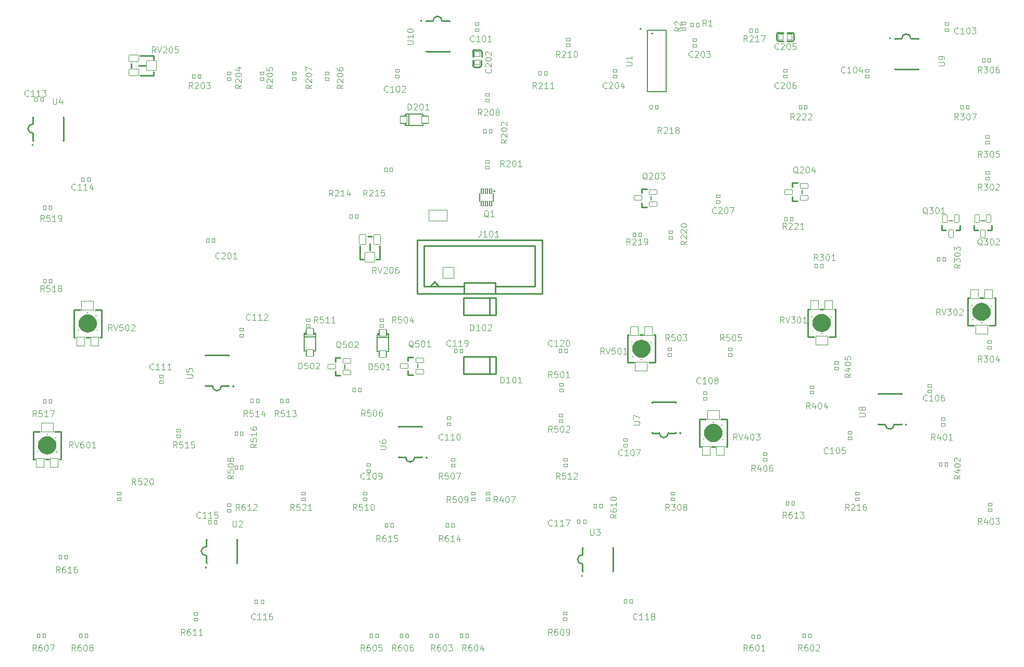
<source format=gbr>
%TF.GenerationSoftware,KiCad,Pcbnew,7.0.6+dfsg-1*%
%TF.CreationDate,2023-07-24T09:36:45-07:00*%
%TF.ProjectId,VCO,56434f2e-6b69-4636-9164-5f7063625858,rev?*%
%TF.SameCoordinates,Original*%
%TF.FileFunction,Legend,Top*%
%TF.FilePolarity,Positive*%
%FSLAX46Y46*%
G04 Gerber Fmt 4.6, Leading zero omitted, Abs format (unit mm)*
G04 Created by KiCad (PCBNEW 7.0.6+dfsg-1) date 2023-07-24 09:36:45*
%MOMM*%
%LPD*%
G01*
G04 APERTURE LIST*
G04 Aperture macros list*
%AMRoundRect*
0 Rectangle with rounded corners*
0 $1 Rounding radius*
0 $2 $3 $4 $5 $6 $7 $8 $9 X,Y pos of 4 corners*
0 Add a 4 corners polygon primitive as box body*
4,1,4,$2,$3,$4,$5,$6,$7,$8,$9,$2,$3,0*
0 Add four circle primitives for the rounded corners*
1,1,$1+$1,$2,$3*
1,1,$1+$1,$4,$5*
1,1,$1+$1,$6,$7*
1,1,$1+$1,$8,$9*
0 Add four rect primitives between the rounded corners*
20,1,$1+$1,$2,$3,$4,$5,0*
20,1,$1+$1,$4,$5,$6,$7,0*
20,1,$1+$1,$6,$7,$8,$9,0*
20,1,$1+$1,$8,$9,$2,$3,0*%
G04 Aperture macros list end*
%ADD10C,0.100000*%
%ADD11C,0.254000*%
%ADD12C,0.200000*%
%ADD13C,0.152000*%
%ADD14RoundRect,0.050000X0.300000X0.190139X-0.300000X0.190139X-0.300000X-0.190139X0.300000X-0.190139X0*%
%ADD15RoundRect,0.050000X0.300000X0.183889X-0.300000X0.183889X-0.300000X-0.183889X0.300000X-0.183889X0*%
%ADD16RoundRect,0.050000X-0.190139X0.300000X-0.190139X-0.300000X0.190139X-0.300000X0.190139X0.300000X0*%
%ADD17RoundRect,0.050000X0.300000X0.208889X-0.300000X0.208889X-0.300000X-0.208889X0.300000X-0.208889X0*%
%ADD18C,1.902000*%
%ADD19RoundRect,0.051000X-0.900000X-0.900000X0.900000X-0.900000X0.900000X0.900000X-0.900000X0.900000X0*%
%ADD20RoundRect,0.050000X0.190139X-0.300000X0.190139X0.300000X-0.190139X0.300000X-0.190139X-0.300000X0*%
%ADD21RoundRect,0.050000X0.208889X-0.300000X0.208889X0.300000X-0.208889X0.300000X-0.208889X-0.300000X0*%
%ADD22RoundRect,0.051000X-0.350000X-0.625000X0.350000X-0.625000X0.350000X0.625000X-0.350000X0.625000X0*%
%ADD23RoundRect,0.050000X-0.300000X-0.190139X0.300000X-0.190139X0.300000X0.190139X-0.300000X0.190139X0*%
%ADD24RoundRect,0.051000X0.450000X-0.400000X0.450000X0.400000X-0.450000X0.400000X-0.450000X-0.400000X0*%
%ADD25RoundRect,0.051000X-0.625000X0.350000X-0.625000X-0.350000X0.625000X-0.350000X0.625000X0.350000X0*%
%ADD26O,2.052000X0.670000*%
%ADD27RoundRect,0.050000X-0.300000X-0.208889X0.300000X-0.208889X0.300000X0.208889X-0.300000X0.208889X0*%
%ADD28RoundRect,0.050000X-0.300000X-0.183889X0.300000X-0.183889X0.300000X0.183889X-0.300000X0.183889X0*%
%ADD29RoundRect,0.051000X0.550000X0.800000X-0.550000X0.800000X-0.550000X-0.800000X0.550000X-0.800000X0*%
%ADD30RoundRect,0.051000X0.800000X0.800000X-0.800000X0.800000X-0.800000X-0.800000X0.800000X-0.800000X0*%
%ADD31RoundRect,0.051000X-0.550000X-0.600000X0.550000X-0.600000X0.550000X0.600000X-0.550000X0.600000X0*%
%ADD32RoundRect,0.050000X0.183889X-0.300000X0.183889X0.300000X-0.183889X0.300000X-0.183889X-0.300000X0*%
%ADD33RoundRect,0.050000X-0.208889X0.300000X-0.208889X-0.300000X0.208889X-0.300000X0.208889X0.300000X0*%
%ADD34RoundRect,0.051000X-0.650000X-0.700000X0.650000X-0.700000X0.650000X0.700000X-0.650000X0.700000X0*%
%ADD35RoundRect,0.051000X-1.000000X-0.700000X1.000000X-0.700000X1.000000X0.700000X-1.000000X0.700000X0*%
%ADD36RoundRect,0.051000X-0.600000X0.550000X-0.600000X-0.550000X0.600000X-0.550000X0.600000X0.550000X0*%
%ADD37O,2.073000X0.704000*%
%ADD38RoundRect,0.051000X0.650000X0.700000X-0.650000X0.700000X-0.650000X-0.700000X0.650000X-0.700000X0*%
%ADD39RoundRect,0.051000X1.000000X0.700000X-1.000000X0.700000X-1.000000X-0.700000X1.000000X-0.700000X0*%
%ADD40RoundRect,0.050000X-0.183889X0.300000X-0.183889X-0.300000X0.183889X-0.300000X0.183889X0.300000X0*%
%ADD41O,0.670000X2.052000*%
%ADD42RoundRect,0.051000X-0.800000X0.550000X-0.800000X-0.550000X0.800000X-0.550000X0.800000X0.550000X0*%
%ADD43RoundRect,0.051000X-0.800000X0.800000X-0.800000X-0.800000X0.800000X-0.800000X0.800000X0.800000X0*%
%ADD44RoundRect,0.051000X0.175000X0.390000X-0.175000X0.390000X-0.175000X-0.390000X0.175000X-0.390000X0*%
%ADD45RoundRect,0.051000X0.400000X0.450000X-0.400000X0.450000X-0.400000X-0.450000X0.400000X-0.450000X0*%
%ADD46C,1.802000*%
%ADD47O,3.102000X3.402000*%
%ADD48C,1.300000*%
%ADD49O,1.702000X2.602000*%
%ADD50O,2.602000X1.702000*%
%ADD51RoundRect,0.051000X-1.500000X0.900000X-1.500000X-0.900000X1.500000X-0.900000X1.500000X0.900000X0*%
%ADD52O,3.102000X1.902000*%
G04 APERTURE END LIST*
D10*
X213510952Y-103327419D02*
X213177619Y-102851228D01*
X212939524Y-103327419D02*
X212939524Y-102327419D01*
X212939524Y-102327419D02*
X213320476Y-102327419D01*
X213320476Y-102327419D02*
X213415714Y-102375038D01*
X213415714Y-102375038D02*
X213463333Y-102422657D01*
X213463333Y-102422657D02*
X213510952Y-102517895D01*
X213510952Y-102517895D02*
X213510952Y-102660752D01*
X213510952Y-102660752D02*
X213463333Y-102755990D01*
X213463333Y-102755990D02*
X213415714Y-102803609D01*
X213415714Y-102803609D02*
X213320476Y-102851228D01*
X213320476Y-102851228D02*
X212939524Y-102851228D01*
X213844286Y-102327419D02*
X214463333Y-102327419D01*
X214463333Y-102327419D02*
X214130000Y-102708371D01*
X214130000Y-102708371D02*
X214272857Y-102708371D01*
X214272857Y-102708371D02*
X214368095Y-102755990D01*
X214368095Y-102755990D02*
X214415714Y-102803609D01*
X214415714Y-102803609D02*
X214463333Y-102898847D01*
X214463333Y-102898847D02*
X214463333Y-103136942D01*
X214463333Y-103136942D02*
X214415714Y-103232180D01*
X214415714Y-103232180D02*
X214368095Y-103279800D01*
X214368095Y-103279800D02*
X214272857Y-103327419D01*
X214272857Y-103327419D02*
X213987143Y-103327419D01*
X213987143Y-103327419D02*
X213891905Y-103279800D01*
X213891905Y-103279800D02*
X213844286Y-103232180D01*
X215082381Y-102327419D02*
X215177619Y-102327419D01*
X215177619Y-102327419D02*
X215272857Y-102375038D01*
X215272857Y-102375038D02*
X215320476Y-102422657D01*
X215320476Y-102422657D02*
X215368095Y-102517895D01*
X215368095Y-102517895D02*
X215415714Y-102708371D01*
X215415714Y-102708371D02*
X215415714Y-102946466D01*
X215415714Y-102946466D02*
X215368095Y-103136942D01*
X215368095Y-103136942D02*
X215320476Y-103232180D01*
X215320476Y-103232180D02*
X215272857Y-103279800D01*
X215272857Y-103279800D02*
X215177619Y-103327419D01*
X215177619Y-103327419D02*
X215082381Y-103327419D01*
X215082381Y-103327419D02*
X214987143Y-103279800D01*
X214987143Y-103279800D02*
X214939524Y-103232180D01*
X214939524Y-103232180D02*
X214891905Y-103136942D01*
X214891905Y-103136942D02*
X214844286Y-102946466D01*
X214844286Y-102946466D02*
X214844286Y-102708371D01*
X214844286Y-102708371D02*
X214891905Y-102517895D01*
X214891905Y-102517895D02*
X214939524Y-102422657D01*
X214939524Y-102422657D02*
X214987143Y-102375038D01*
X214987143Y-102375038D02*
X215082381Y-102327419D01*
X216272857Y-102660752D02*
X216272857Y-103327419D01*
X216034762Y-102279800D02*
X215796667Y-102994085D01*
X215796667Y-102994085D02*
X216415714Y-102994085D01*
X93167419Y-58269047D02*
X92691228Y-58602380D01*
X93167419Y-58840475D02*
X92167419Y-58840475D01*
X92167419Y-58840475D02*
X92167419Y-58459523D01*
X92167419Y-58459523D02*
X92215038Y-58364285D01*
X92215038Y-58364285D02*
X92262657Y-58316666D01*
X92262657Y-58316666D02*
X92357895Y-58269047D01*
X92357895Y-58269047D02*
X92500752Y-58269047D01*
X92500752Y-58269047D02*
X92595990Y-58316666D01*
X92595990Y-58316666D02*
X92643609Y-58364285D01*
X92643609Y-58364285D02*
X92691228Y-58459523D01*
X92691228Y-58459523D02*
X92691228Y-58840475D01*
X92262657Y-57888094D02*
X92215038Y-57840475D01*
X92215038Y-57840475D02*
X92167419Y-57745237D01*
X92167419Y-57745237D02*
X92167419Y-57507142D01*
X92167419Y-57507142D02*
X92215038Y-57411904D01*
X92215038Y-57411904D02*
X92262657Y-57364285D01*
X92262657Y-57364285D02*
X92357895Y-57316666D01*
X92357895Y-57316666D02*
X92453133Y-57316666D01*
X92453133Y-57316666D02*
X92595990Y-57364285D01*
X92595990Y-57364285D02*
X93167419Y-57935713D01*
X93167419Y-57935713D02*
X93167419Y-57316666D01*
X92167419Y-56697618D02*
X92167419Y-56602380D01*
X92167419Y-56602380D02*
X92215038Y-56507142D01*
X92215038Y-56507142D02*
X92262657Y-56459523D01*
X92262657Y-56459523D02*
X92357895Y-56411904D01*
X92357895Y-56411904D02*
X92548371Y-56364285D01*
X92548371Y-56364285D02*
X92786466Y-56364285D01*
X92786466Y-56364285D02*
X92976942Y-56411904D01*
X92976942Y-56411904D02*
X93072180Y-56459523D01*
X93072180Y-56459523D02*
X93119800Y-56507142D01*
X93119800Y-56507142D02*
X93167419Y-56602380D01*
X93167419Y-56602380D02*
X93167419Y-56697618D01*
X93167419Y-56697618D02*
X93119800Y-56792856D01*
X93119800Y-56792856D02*
X93072180Y-56840475D01*
X93072180Y-56840475D02*
X92976942Y-56888094D01*
X92976942Y-56888094D02*
X92786466Y-56935713D01*
X92786466Y-56935713D02*
X92548371Y-56935713D01*
X92548371Y-56935713D02*
X92357895Y-56888094D01*
X92357895Y-56888094D02*
X92262657Y-56840475D01*
X92262657Y-56840475D02*
X92215038Y-56792856D01*
X92215038Y-56792856D02*
X92167419Y-56697618D01*
X92500752Y-55507142D02*
X93167419Y-55507142D01*
X92119800Y-55745237D02*
X92834085Y-55983332D01*
X92834085Y-55983332D02*
X92834085Y-55364285D01*
X61110952Y-91897419D02*
X60777619Y-91421228D01*
X60539524Y-91897419D02*
X60539524Y-90897419D01*
X60539524Y-90897419D02*
X60920476Y-90897419D01*
X60920476Y-90897419D02*
X61015714Y-90945038D01*
X61015714Y-90945038D02*
X61063333Y-90992657D01*
X61063333Y-90992657D02*
X61110952Y-91087895D01*
X61110952Y-91087895D02*
X61110952Y-91230752D01*
X61110952Y-91230752D02*
X61063333Y-91325990D01*
X61063333Y-91325990D02*
X61015714Y-91373609D01*
X61015714Y-91373609D02*
X60920476Y-91421228D01*
X60920476Y-91421228D02*
X60539524Y-91421228D01*
X62015714Y-90897419D02*
X61539524Y-90897419D01*
X61539524Y-90897419D02*
X61491905Y-91373609D01*
X61491905Y-91373609D02*
X61539524Y-91325990D01*
X61539524Y-91325990D02*
X61634762Y-91278371D01*
X61634762Y-91278371D02*
X61872857Y-91278371D01*
X61872857Y-91278371D02*
X61968095Y-91325990D01*
X61968095Y-91325990D02*
X62015714Y-91373609D01*
X62015714Y-91373609D02*
X62063333Y-91468847D01*
X62063333Y-91468847D02*
X62063333Y-91706942D01*
X62063333Y-91706942D02*
X62015714Y-91802180D01*
X62015714Y-91802180D02*
X61968095Y-91849800D01*
X61968095Y-91849800D02*
X61872857Y-91897419D01*
X61872857Y-91897419D02*
X61634762Y-91897419D01*
X61634762Y-91897419D02*
X61539524Y-91849800D01*
X61539524Y-91849800D02*
X61491905Y-91802180D01*
X63015714Y-91897419D02*
X62444286Y-91897419D01*
X62730000Y-91897419D02*
X62730000Y-90897419D01*
X62730000Y-90897419D02*
X62634762Y-91040276D01*
X62634762Y-91040276D02*
X62539524Y-91135514D01*
X62539524Y-91135514D02*
X62444286Y-91183133D01*
X63587143Y-91325990D02*
X63491905Y-91278371D01*
X63491905Y-91278371D02*
X63444286Y-91230752D01*
X63444286Y-91230752D02*
X63396667Y-91135514D01*
X63396667Y-91135514D02*
X63396667Y-91087895D01*
X63396667Y-91087895D02*
X63444286Y-90992657D01*
X63444286Y-90992657D02*
X63491905Y-90945038D01*
X63491905Y-90945038D02*
X63587143Y-90897419D01*
X63587143Y-90897419D02*
X63777619Y-90897419D01*
X63777619Y-90897419D02*
X63872857Y-90945038D01*
X63872857Y-90945038D02*
X63920476Y-90992657D01*
X63920476Y-90992657D02*
X63968095Y-91087895D01*
X63968095Y-91087895D02*
X63968095Y-91135514D01*
X63968095Y-91135514D02*
X63920476Y-91230752D01*
X63920476Y-91230752D02*
X63872857Y-91278371D01*
X63872857Y-91278371D02*
X63777619Y-91325990D01*
X63777619Y-91325990D02*
X63587143Y-91325990D01*
X63587143Y-91325990D02*
X63491905Y-91373609D01*
X63491905Y-91373609D02*
X63444286Y-91421228D01*
X63444286Y-91421228D02*
X63396667Y-91516466D01*
X63396667Y-91516466D02*
X63396667Y-91706942D01*
X63396667Y-91706942D02*
X63444286Y-91802180D01*
X63444286Y-91802180D02*
X63491905Y-91849800D01*
X63491905Y-91849800D02*
X63587143Y-91897419D01*
X63587143Y-91897419D02*
X63777619Y-91897419D01*
X63777619Y-91897419D02*
X63872857Y-91849800D01*
X63872857Y-91849800D02*
X63920476Y-91802180D01*
X63920476Y-91802180D02*
X63968095Y-91706942D01*
X63968095Y-91706942D02*
X63968095Y-91516466D01*
X63968095Y-91516466D02*
X63920476Y-91421228D01*
X63920476Y-91421228D02*
X63872857Y-91373609D01*
X63872857Y-91373609D02*
X63777619Y-91325990D01*
X116990952Y-59362180D02*
X116943333Y-59409800D01*
X116943333Y-59409800D02*
X116800476Y-59457419D01*
X116800476Y-59457419D02*
X116705238Y-59457419D01*
X116705238Y-59457419D02*
X116562381Y-59409800D01*
X116562381Y-59409800D02*
X116467143Y-59314561D01*
X116467143Y-59314561D02*
X116419524Y-59219323D01*
X116419524Y-59219323D02*
X116371905Y-59028847D01*
X116371905Y-59028847D02*
X116371905Y-58885990D01*
X116371905Y-58885990D02*
X116419524Y-58695514D01*
X116419524Y-58695514D02*
X116467143Y-58600276D01*
X116467143Y-58600276D02*
X116562381Y-58505038D01*
X116562381Y-58505038D02*
X116705238Y-58457419D01*
X116705238Y-58457419D02*
X116800476Y-58457419D01*
X116800476Y-58457419D02*
X116943333Y-58505038D01*
X116943333Y-58505038D02*
X116990952Y-58552657D01*
X117943333Y-59457419D02*
X117371905Y-59457419D01*
X117657619Y-59457419D02*
X117657619Y-58457419D01*
X117657619Y-58457419D02*
X117562381Y-58600276D01*
X117562381Y-58600276D02*
X117467143Y-58695514D01*
X117467143Y-58695514D02*
X117371905Y-58743133D01*
X118562381Y-58457419D02*
X118657619Y-58457419D01*
X118657619Y-58457419D02*
X118752857Y-58505038D01*
X118752857Y-58505038D02*
X118800476Y-58552657D01*
X118800476Y-58552657D02*
X118848095Y-58647895D01*
X118848095Y-58647895D02*
X118895714Y-58838371D01*
X118895714Y-58838371D02*
X118895714Y-59076466D01*
X118895714Y-59076466D02*
X118848095Y-59266942D01*
X118848095Y-59266942D02*
X118800476Y-59362180D01*
X118800476Y-59362180D02*
X118752857Y-59409800D01*
X118752857Y-59409800D02*
X118657619Y-59457419D01*
X118657619Y-59457419D02*
X118562381Y-59457419D01*
X118562381Y-59457419D02*
X118467143Y-59409800D01*
X118467143Y-59409800D02*
X118419524Y-59362180D01*
X118419524Y-59362180D02*
X118371905Y-59266942D01*
X118371905Y-59266942D02*
X118324286Y-59076466D01*
X118324286Y-59076466D02*
X118324286Y-58838371D01*
X118324286Y-58838371D02*
X118371905Y-58647895D01*
X118371905Y-58647895D02*
X118419524Y-58552657D01*
X118419524Y-58552657D02*
X118467143Y-58505038D01*
X118467143Y-58505038D02*
X118562381Y-58457419D01*
X119276667Y-58552657D02*
X119324286Y-58505038D01*
X119324286Y-58505038D02*
X119419524Y-58457419D01*
X119419524Y-58457419D02*
X119657619Y-58457419D01*
X119657619Y-58457419D02*
X119752857Y-58505038D01*
X119752857Y-58505038D02*
X119800476Y-58552657D01*
X119800476Y-58552657D02*
X119848095Y-58647895D01*
X119848095Y-58647895D02*
X119848095Y-58743133D01*
X119848095Y-58743133D02*
X119800476Y-58885990D01*
X119800476Y-58885990D02*
X119229048Y-59457419D01*
X119229048Y-59457419D02*
X119848095Y-59457419D01*
X132064285Y-82007419D02*
X132064285Y-82721704D01*
X132064285Y-82721704D02*
X132016666Y-82864561D01*
X132016666Y-82864561D02*
X131921428Y-82959800D01*
X131921428Y-82959800D02*
X131778571Y-83007419D01*
X131778571Y-83007419D02*
X131683333Y-83007419D01*
X133064285Y-83007419D02*
X132492857Y-83007419D01*
X132778571Y-83007419D02*
X132778571Y-82007419D01*
X132778571Y-82007419D02*
X132683333Y-82150276D01*
X132683333Y-82150276D02*
X132588095Y-82245514D01*
X132588095Y-82245514D02*
X132492857Y-82293133D01*
X133683333Y-82007419D02*
X133778571Y-82007419D01*
X133778571Y-82007419D02*
X133873809Y-82055038D01*
X133873809Y-82055038D02*
X133921428Y-82102657D01*
X133921428Y-82102657D02*
X133969047Y-82197895D01*
X133969047Y-82197895D02*
X134016666Y-82388371D01*
X134016666Y-82388371D02*
X134016666Y-82626466D01*
X134016666Y-82626466D02*
X133969047Y-82816942D01*
X133969047Y-82816942D02*
X133921428Y-82912180D01*
X133921428Y-82912180D02*
X133873809Y-82959800D01*
X133873809Y-82959800D02*
X133778571Y-83007419D01*
X133778571Y-83007419D02*
X133683333Y-83007419D01*
X133683333Y-83007419D02*
X133588095Y-82959800D01*
X133588095Y-82959800D02*
X133540476Y-82912180D01*
X133540476Y-82912180D02*
X133492857Y-82816942D01*
X133492857Y-82816942D02*
X133445238Y-82626466D01*
X133445238Y-82626466D02*
X133445238Y-82388371D01*
X133445238Y-82388371D02*
X133492857Y-82197895D01*
X133492857Y-82197895D02*
X133540476Y-82102657D01*
X133540476Y-82102657D02*
X133588095Y-82055038D01*
X133588095Y-82055038D02*
X133683333Y-82007419D01*
X134969047Y-83007419D02*
X134397619Y-83007419D01*
X134683333Y-83007419D02*
X134683333Y-82007419D01*
X134683333Y-82007419D02*
X134588095Y-82150276D01*
X134588095Y-82150276D02*
X134492857Y-82245514D01*
X134492857Y-82245514D02*
X134397619Y-82293133D01*
X125880952Y-132537419D02*
X125547619Y-132061228D01*
X125309524Y-132537419D02*
X125309524Y-131537419D01*
X125309524Y-131537419D02*
X125690476Y-131537419D01*
X125690476Y-131537419D02*
X125785714Y-131585038D01*
X125785714Y-131585038D02*
X125833333Y-131632657D01*
X125833333Y-131632657D02*
X125880952Y-131727895D01*
X125880952Y-131727895D02*
X125880952Y-131870752D01*
X125880952Y-131870752D02*
X125833333Y-131965990D01*
X125833333Y-131965990D02*
X125785714Y-132013609D01*
X125785714Y-132013609D02*
X125690476Y-132061228D01*
X125690476Y-132061228D02*
X125309524Y-132061228D01*
X126738095Y-131537419D02*
X126547619Y-131537419D01*
X126547619Y-131537419D02*
X126452381Y-131585038D01*
X126452381Y-131585038D02*
X126404762Y-131632657D01*
X126404762Y-131632657D02*
X126309524Y-131775514D01*
X126309524Y-131775514D02*
X126261905Y-131965990D01*
X126261905Y-131965990D02*
X126261905Y-132346942D01*
X126261905Y-132346942D02*
X126309524Y-132442180D01*
X126309524Y-132442180D02*
X126357143Y-132489800D01*
X126357143Y-132489800D02*
X126452381Y-132537419D01*
X126452381Y-132537419D02*
X126642857Y-132537419D01*
X126642857Y-132537419D02*
X126738095Y-132489800D01*
X126738095Y-132489800D02*
X126785714Y-132442180D01*
X126785714Y-132442180D02*
X126833333Y-132346942D01*
X126833333Y-132346942D02*
X126833333Y-132108847D01*
X126833333Y-132108847D02*
X126785714Y-132013609D01*
X126785714Y-132013609D02*
X126738095Y-131965990D01*
X126738095Y-131965990D02*
X126642857Y-131918371D01*
X126642857Y-131918371D02*
X126452381Y-131918371D01*
X126452381Y-131918371D02*
X126357143Y-131965990D01*
X126357143Y-131965990D02*
X126309524Y-132013609D01*
X126309524Y-132013609D02*
X126261905Y-132108847D01*
X127785714Y-132537419D02*
X127214286Y-132537419D01*
X127500000Y-132537419D02*
X127500000Y-131537419D01*
X127500000Y-131537419D02*
X127404762Y-131680276D01*
X127404762Y-131680276D02*
X127309524Y-131775514D01*
X127309524Y-131775514D02*
X127214286Y-131823133D01*
X128642857Y-131870752D02*
X128642857Y-132537419D01*
X128404762Y-131489800D02*
X128166667Y-132204085D01*
X128166667Y-132204085D02*
X128785714Y-132204085D01*
X58570952Y-60052180D02*
X58523333Y-60099800D01*
X58523333Y-60099800D02*
X58380476Y-60147419D01*
X58380476Y-60147419D02*
X58285238Y-60147419D01*
X58285238Y-60147419D02*
X58142381Y-60099800D01*
X58142381Y-60099800D02*
X58047143Y-60004561D01*
X58047143Y-60004561D02*
X57999524Y-59909323D01*
X57999524Y-59909323D02*
X57951905Y-59718847D01*
X57951905Y-59718847D02*
X57951905Y-59575990D01*
X57951905Y-59575990D02*
X57999524Y-59385514D01*
X57999524Y-59385514D02*
X58047143Y-59290276D01*
X58047143Y-59290276D02*
X58142381Y-59195038D01*
X58142381Y-59195038D02*
X58285238Y-59147419D01*
X58285238Y-59147419D02*
X58380476Y-59147419D01*
X58380476Y-59147419D02*
X58523333Y-59195038D01*
X58523333Y-59195038D02*
X58570952Y-59242657D01*
X59523333Y-60147419D02*
X58951905Y-60147419D01*
X59237619Y-60147419D02*
X59237619Y-59147419D01*
X59237619Y-59147419D02*
X59142381Y-59290276D01*
X59142381Y-59290276D02*
X59047143Y-59385514D01*
X59047143Y-59385514D02*
X58951905Y-59433133D01*
X60475714Y-60147419D02*
X59904286Y-60147419D01*
X60190000Y-60147419D02*
X60190000Y-59147419D01*
X60190000Y-59147419D02*
X60094762Y-59290276D01*
X60094762Y-59290276D02*
X59999524Y-59385514D01*
X59999524Y-59385514D02*
X59904286Y-59433133D01*
X60809048Y-59147419D02*
X61428095Y-59147419D01*
X61428095Y-59147419D02*
X61094762Y-59528371D01*
X61094762Y-59528371D02*
X61237619Y-59528371D01*
X61237619Y-59528371D02*
X61332857Y-59575990D01*
X61332857Y-59575990D02*
X61380476Y-59623609D01*
X61380476Y-59623609D02*
X61428095Y-59718847D01*
X61428095Y-59718847D02*
X61428095Y-59956942D01*
X61428095Y-59956942D02*
X61380476Y-60052180D01*
X61380476Y-60052180D02*
X61332857Y-60099800D01*
X61332857Y-60099800D02*
X61237619Y-60147419D01*
X61237619Y-60147419D02*
X60951905Y-60147419D01*
X60951905Y-60147419D02*
X60856667Y-60099800D01*
X60856667Y-60099800D02*
X60809048Y-60052180D01*
X213582380Y-84372657D02*
X213487142Y-84325038D01*
X213487142Y-84325038D02*
X213391904Y-84229800D01*
X213391904Y-84229800D02*
X213249047Y-84086942D01*
X213249047Y-84086942D02*
X213153809Y-84039323D01*
X213153809Y-84039323D02*
X213058571Y-84039323D01*
X213106190Y-84277419D02*
X213010952Y-84229800D01*
X213010952Y-84229800D02*
X212915714Y-84134561D01*
X212915714Y-84134561D02*
X212868095Y-83944085D01*
X212868095Y-83944085D02*
X212868095Y-83610752D01*
X212868095Y-83610752D02*
X212915714Y-83420276D01*
X212915714Y-83420276D02*
X213010952Y-83325038D01*
X213010952Y-83325038D02*
X213106190Y-83277419D01*
X213106190Y-83277419D02*
X213296666Y-83277419D01*
X213296666Y-83277419D02*
X213391904Y-83325038D01*
X213391904Y-83325038D02*
X213487142Y-83420276D01*
X213487142Y-83420276D02*
X213534761Y-83610752D01*
X213534761Y-83610752D02*
X213534761Y-83944085D01*
X213534761Y-83944085D02*
X213487142Y-84134561D01*
X213487142Y-84134561D02*
X213391904Y-84229800D01*
X213391904Y-84229800D02*
X213296666Y-84277419D01*
X213296666Y-84277419D02*
X213106190Y-84277419D01*
X213868095Y-83277419D02*
X214487142Y-83277419D01*
X214487142Y-83277419D02*
X214153809Y-83658371D01*
X214153809Y-83658371D02*
X214296666Y-83658371D01*
X214296666Y-83658371D02*
X214391904Y-83705990D01*
X214391904Y-83705990D02*
X214439523Y-83753609D01*
X214439523Y-83753609D02*
X214487142Y-83848847D01*
X214487142Y-83848847D02*
X214487142Y-84086942D01*
X214487142Y-84086942D02*
X214439523Y-84182180D01*
X214439523Y-84182180D02*
X214391904Y-84229800D01*
X214391904Y-84229800D02*
X214296666Y-84277419D01*
X214296666Y-84277419D02*
X214010952Y-84277419D01*
X214010952Y-84277419D02*
X213915714Y-84229800D01*
X213915714Y-84229800D02*
X213868095Y-84182180D01*
X215106190Y-83277419D02*
X215201428Y-83277419D01*
X215201428Y-83277419D02*
X215296666Y-83325038D01*
X215296666Y-83325038D02*
X215344285Y-83372657D01*
X215344285Y-83372657D02*
X215391904Y-83467895D01*
X215391904Y-83467895D02*
X215439523Y-83658371D01*
X215439523Y-83658371D02*
X215439523Y-83896466D01*
X215439523Y-83896466D02*
X215391904Y-84086942D01*
X215391904Y-84086942D02*
X215344285Y-84182180D01*
X215344285Y-84182180D02*
X215296666Y-84229800D01*
X215296666Y-84229800D02*
X215201428Y-84277419D01*
X215201428Y-84277419D02*
X215106190Y-84277419D01*
X215106190Y-84277419D02*
X215010952Y-84229800D01*
X215010952Y-84229800D02*
X214963333Y-84182180D01*
X214963333Y-84182180D02*
X214915714Y-84086942D01*
X214915714Y-84086942D02*
X214868095Y-83896466D01*
X214868095Y-83896466D02*
X214868095Y-83658371D01*
X214868095Y-83658371D02*
X214915714Y-83467895D01*
X214915714Y-83467895D02*
X214963333Y-83372657D01*
X214963333Y-83372657D02*
X215010952Y-83325038D01*
X215010952Y-83325038D02*
X215106190Y-83277419D01*
X215820476Y-83372657D02*
X215868095Y-83325038D01*
X215868095Y-83325038D02*
X215963333Y-83277419D01*
X215963333Y-83277419D02*
X216201428Y-83277419D01*
X216201428Y-83277419D02*
X216296666Y-83325038D01*
X216296666Y-83325038D02*
X216344285Y-83372657D01*
X216344285Y-83372657D02*
X216391904Y-83467895D01*
X216391904Y-83467895D02*
X216391904Y-83563133D01*
X216391904Y-83563133D02*
X216344285Y-83705990D01*
X216344285Y-83705990D02*
X215772857Y-84277419D01*
X215772857Y-84277419D02*
X216391904Y-84277419D01*
X161450952Y-66167419D02*
X161117619Y-65691228D01*
X160879524Y-66167419D02*
X160879524Y-65167419D01*
X160879524Y-65167419D02*
X161260476Y-65167419D01*
X161260476Y-65167419D02*
X161355714Y-65215038D01*
X161355714Y-65215038D02*
X161403333Y-65262657D01*
X161403333Y-65262657D02*
X161450952Y-65357895D01*
X161450952Y-65357895D02*
X161450952Y-65500752D01*
X161450952Y-65500752D02*
X161403333Y-65595990D01*
X161403333Y-65595990D02*
X161355714Y-65643609D01*
X161355714Y-65643609D02*
X161260476Y-65691228D01*
X161260476Y-65691228D02*
X160879524Y-65691228D01*
X161831905Y-65262657D02*
X161879524Y-65215038D01*
X161879524Y-65215038D02*
X161974762Y-65167419D01*
X161974762Y-65167419D02*
X162212857Y-65167419D01*
X162212857Y-65167419D02*
X162308095Y-65215038D01*
X162308095Y-65215038D02*
X162355714Y-65262657D01*
X162355714Y-65262657D02*
X162403333Y-65357895D01*
X162403333Y-65357895D02*
X162403333Y-65453133D01*
X162403333Y-65453133D02*
X162355714Y-65595990D01*
X162355714Y-65595990D02*
X161784286Y-66167419D01*
X161784286Y-66167419D02*
X162403333Y-66167419D01*
X163355714Y-66167419D02*
X162784286Y-66167419D01*
X163070000Y-66167419D02*
X163070000Y-65167419D01*
X163070000Y-65167419D02*
X162974762Y-65310276D01*
X162974762Y-65310276D02*
X162879524Y-65405514D01*
X162879524Y-65405514D02*
X162784286Y-65453133D01*
X163927143Y-65595990D02*
X163831905Y-65548371D01*
X163831905Y-65548371D02*
X163784286Y-65500752D01*
X163784286Y-65500752D02*
X163736667Y-65405514D01*
X163736667Y-65405514D02*
X163736667Y-65357895D01*
X163736667Y-65357895D02*
X163784286Y-65262657D01*
X163784286Y-65262657D02*
X163831905Y-65215038D01*
X163831905Y-65215038D02*
X163927143Y-65167419D01*
X163927143Y-65167419D02*
X164117619Y-65167419D01*
X164117619Y-65167419D02*
X164212857Y-65215038D01*
X164212857Y-65215038D02*
X164260476Y-65262657D01*
X164260476Y-65262657D02*
X164308095Y-65357895D01*
X164308095Y-65357895D02*
X164308095Y-65405514D01*
X164308095Y-65405514D02*
X164260476Y-65500752D01*
X164260476Y-65500752D02*
X164212857Y-65548371D01*
X164212857Y-65548371D02*
X164117619Y-65595990D01*
X164117619Y-65595990D02*
X163927143Y-65595990D01*
X163927143Y-65595990D02*
X163831905Y-65643609D01*
X163831905Y-65643609D02*
X163784286Y-65691228D01*
X163784286Y-65691228D02*
X163736667Y-65786466D01*
X163736667Y-65786466D02*
X163736667Y-65976942D01*
X163736667Y-65976942D02*
X163784286Y-66072180D01*
X163784286Y-66072180D02*
X163831905Y-66119800D01*
X163831905Y-66119800D02*
X163927143Y-66167419D01*
X163927143Y-66167419D02*
X164117619Y-66167419D01*
X164117619Y-66167419D02*
X164212857Y-66119800D01*
X164212857Y-66119800D02*
X164260476Y-66072180D01*
X164260476Y-66072180D02*
X164308095Y-65976942D01*
X164308095Y-65976942D02*
X164308095Y-65786466D01*
X164308095Y-65786466D02*
X164260476Y-65691228D01*
X164260476Y-65691228D02*
X164212857Y-65643609D01*
X164212857Y-65643609D02*
X164117619Y-65595990D01*
X135890952Y-71577419D02*
X135557619Y-71101228D01*
X135319524Y-71577419D02*
X135319524Y-70577419D01*
X135319524Y-70577419D02*
X135700476Y-70577419D01*
X135700476Y-70577419D02*
X135795714Y-70625038D01*
X135795714Y-70625038D02*
X135843333Y-70672657D01*
X135843333Y-70672657D02*
X135890952Y-70767895D01*
X135890952Y-70767895D02*
X135890952Y-70910752D01*
X135890952Y-70910752D02*
X135843333Y-71005990D01*
X135843333Y-71005990D02*
X135795714Y-71053609D01*
X135795714Y-71053609D02*
X135700476Y-71101228D01*
X135700476Y-71101228D02*
X135319524Y-71101228D01*
X136271905Y-70672657D02*
X136319524Y-70625038D01*
X136319524Y-70625038D02*
X136414762Y-70577419D01*
X136414762Y-70577419D02*
X136652857Y-70577419D01*
X136652857Y-70577419D02*
X136748095Y-70625038D01*
X136748095Y-70625038D02*
X136795714Y-70672657D01*
X136795714Y-70672657D02*
X136843333Y-70767895D01*
X136843333Y-70767895D02*
X136843333Y-70863133D01*
X136843333Y-70863133D02*
X136795714Y-71005990D01*
X136795714Y-71005990D02*
X136224286Y-71577419D01*
X136224286Y-71577419D02*
X136843333Y-71577419D01*
X137462381Y-70577419D02*
X137557619Y-70577419D01*
X137557619Y-70577419D02*
X137652857Y-70625038D01*
X137652857Y-70625038D02*
X137700476Y-70672657D01*
X137700476Y-70672657D02*
X137748095Y-70767895D01*
X137748095Y-70767895D02*
X137795714Y-70958371D01*
X137795714Y-70958371D02*
X137795714Y-71196466D01*
X137795714Y-71196466D02*
X137748095Y-71386942D01*
X137748095Y-71386942D02*
X137700476Y-71482180D01*
X137700476Y-71482180D02*
X137652857Y-71529800D01*
X137652857Y-71529800D02*
X137557619Y-71577419D01*
X137557619Y-71577419D02*
X137462381Y-71577419D01*
X137462381Y-71577419D02*
X137367143Y-71529800D01*
X137367143Y-71529800D02*
X137319524Y-71482180D01*
X137319524Y-71482180D02*
X137271905Y-71386942D01*
X137271905Y-71386942D02*
X137224286Y-71196466D01*
X137224286Y-71196466D02*
X137224286Y-70958371D01*
X137224286Y-70958371D02*
X137271905Y-70767895D01*
X137271905Y-70767895D02*
X137319524Y-70672657D01*
X137319524Y-70672657D02*
X137367143Y-70625038D01*
X137367143Y-70625038D02*
X137462381Y-70577419D01*
X138748095Y-71577419D02*
X138176667Y-71577419D01*
X138462381Y-71577419D02*
X138462381Y-70577419D01*
X138462381Y-70577419D02*
X138367143Y-70720276D01*
X138367143Y-70720276D02*
X138271905Y-70815514D01*
X138271905Y-70815514D02*
X138176667Y-70863133D01*
X133712180Y-55729047D02*
X133759800Y-55776666D01*
X133759800Y-55776666D02*
X133807419Y-55919523D01*
X133807419Y-55919523D02*
X133807419Y-56014761D01*
X133807419Y-56014761D02*
X133759800Y-56157618D01*
X133759800Y-56157618D02*
X133664561Y-56252856D01*
X133664561Y-56252856D02*
X133569323Y-56300475D01*
X133569323Y-56300475D02*
X133378847Y-56348094D01*
X133378847Y-56348094D02*
X133235990Y-56348094D01*
X133235990Y-56348094D02*
X133045514Y-56300475D01*
X133045514Y-56300475D02*
X132950276Y-56252856D01*
X132950276Y-56252856D02*
X132855038Y-56157618D01*
X132855038Y-56157618D02*
X132807419Y-56014761D01*
X132807419Y-56014761D02*
X132807419Y-55919523D01*
X132807419Y-55919523D02*
X132855038Y-55776666D01*
X132855038Y-55776666D02*
X132902657Y-55729047D01*
X132902657Y-55348094D02*
X132855038Y-55300475D01*
X132855038Y-55300475D02*
X132807419Y-55205237D01*
X132807419Y-55205237D02*
X132807419Y-54967142D01*
X132807419Y-54967142D02*
X132855038Y-54871904D01*
X132855038Y-54871904D02*
X132902657Y-54824285D01*
X132902657Y-54824285D02*
X132997895Y-54776666D01*
X132997895Y-54776666D02*
X133093133Y-54776666D01*
X133093133Y-54776666D02*
X133235990Y-54824285D01*
X133235990Y-54824285D02*
X133807419Y-55395713D01*
X133807419Y-55395713D02*
X133807419Y-54776666D01*
X132807419Y-54157618D02*
X132807419Y-54062380D01*
X132807419Y-54062380D02*
X132855038Y-53967142D01*
X132855038Y-53967142D02*
X132902657Y-53919523D01*
X132902657Y-53919523D02*
X132997895Y-53871904D01*
X132997895Y-53871904D02*
X133188371Y-53824285D01*
X133188371Y-53824285D02*
X133426466Y-53824285D01*
X133426466Y-53824285D02*
X133616942Y-53871904D01*
X133616942Y-53871904D02*
X133712180Y-53919523D01*
X133712180Y-53919523D02*
X133759800Y-53967142D01*
X133759800Y-53967142D02*
X133807419Y-54062380D01*
X133807419Y-54062380D02*
X133807419Y-54157618D01*
X133807419Y-54157618D02*
X133759800Y-54252856D01*
X133759800Y-54252856D02*
X133712180Y-54300475D01*
X133712180Y-54300475D02*
X133616942Y-54348094D01*
X133616942Y-54348094D02*
X133426466Y-54395713D01*
X133426466Y-54395713D02*
X133188371Y-54395713D01*
X133188371Y-54395713D02*
X132997895Y-54348094D01*
X132997895Y-54348094D02*
X132902657Y-54300475D01*
X132902657Y-54300475D02*
X132855038Y-54252856D01*
X132855038Y-54252856D02*
X132807419Y-54157618D01*
X132902657Y-53443332D02*
X132855038Y-53395713D01*
X132855038Y-53395713D02*
X132807419Y-53300475D01*
X132807419Y-53300475D02*
X132807419Y-53062380D01*
X132807419Y-53062380D02*
X132855038Y-52967142D01*
X132855038Y-52967142D02*
X132902657Y-52919523D01*
X132902657Y-52919523D02*
X132997895Y-52871904D01*
X132997895Y-52871904D02*
X133093133Y-52871904D01*
X133093133Y-52871904D02*
X133235990Y-52919523D01*
X133235990Y-52919523D02*
X133807419Y-53490951D01*
X133807419Y-53490951D02*
X133807419Y-52871904D01*
X209700952Y-63957419D02*
X209367619Y-63481228D01*
X209129524Y-63957419D02*
X209129524Y-62957419D01*
X209129524Y-62957419D02*
X209510476Y-62957419D01*
X209510476Y-62957419D02*
X209605714Y-63005038D01*
X209605714Y-63005038D02*
X209653333Y-63052657D01*
X209653333Y-63052657D02*
X209700952Y-63147895D01*
X209700952Y-63147895D02*
X209700952Y-63290752D01*
X209700952Y-63290752D02*
X209653333Y-63385990D01*
X209653333Y-63385990D02*
X209605714Y-63433609D01*
X209605714Y-63433609D02*
X209510476Y-63481228D01*
X209510476Y-63481228D02*
X209129524Y-63481228D01*
X210034286Y-62957419D02*
X210653333Y-62957419D01*
X210653333Y-62957419D02*
X210320000Y-63338371D01*
X210320000Y-63338371D02*
X210462857Y-63338371D01*
X210462857Y-63338371D02*
X210558095Y-63385990D01*
X210558095Y-63385990D02*
X210605714Y-63433609D01*
X210605714Y-63433609D02*
X210653333Y-63528847D01*
X210653333Y-63528847D02*
X210653333Y-63766942D01*
X210653333Y-63766942D02*
X210605714Y-63862180D01*
X210605714Y-63862180D02*
X210558095Y-63909800D01*
X210558095Y-63909800D02*
X210462857Y-63957419D01*
X210462857Y-63957419D02*
X210177143Y-63957419D01*
X210177143Y-63957419D02*
X210081905Y-63909800D01*
X210081905Y-63909800D02*
X210034286Y-63862180D01*
X211272381Y-62957419D02*
X211367619Y-62957419D01*
X211367619Y-62957419D02*
X211462857Y-63005038D01*
X211462857Y-63005038D02*
X211510476Y-63052657D01*
X211510476Y-63052657D02*
X211558095Y-63147895D01*
X211558095Y-63147895D02*
X211605714Y-63338371D01*
X211605714Y-63338371D02*
X211605714Y-63576466D01*
X211605714Y-63576466D02*
X211558095Y-63766942D01*
X211558095Y-63766942D02*
X211510476Y-63862180D01*
X211510476Y-63862180D02*
X211462857Y-63909800D01*
X211462857Y-63909800D02*
X211367619Y-63957419D01*
X211367619Y-63957419D02*
X211272381Y-63957419D01*
X211272381Y-63957419D02*
X211177143Y-63909800D01*
X211177143Y-63909800D02*
X211129524Y-63862180D01*
X211129524Y-63862180D02*
X211081905Y-63766942D01*
X211081905Y-63766942D02*
X211034286Y-63576466D01*
X211034286Y-63576466D02*
X211034286Y-63338371D01*
X211034286Y-63338371D02*
X211081905Y-63147895D01*
X211081905Y-63147895D02*
X211129524Y-63052657D01*
X211129524Y-63052657D02*
X211177143Y-63005038D01*
X211177143Y-63005038D02*
X211272381Y-62957419D01*
X211939048Y-62957419D02*
X212605714Y-62957419D01*
X212605714Y-62957419D02*
X212177143Y-63957419D01*
X109322380Y-101092657D02*
X109227142Y-101045038D01*
X109227142Y-101045038D02*
X109131904Y-100949800D01*
X109131904Y-100949800D02*
X108989047Y-100806942D01*
X108989047Y-100806942D02*
X108893809Y-100759323D01*
X108893809Y-100759323D02*
X108798571Y-100759323D01*
X108846190Y-100997419D02*
X108750952Y-100949800D01*
X108750952Y-100949800D02*
X108655714Y-100854561D01*
X108655714Y-100854561D02*
X108608095Y-100664085D01*
X108608095Y-100664085D02*
X108608095Y-100330752D01*
X108608095Y-100330752D02*
X108655714Y-100140276D01*
X108655714Y-100140276D02*
X108750952Y-100045038D01*
X108750952Y-100045038D02*
X108846190Y-99997419D01*
X108846190Y-99997419D02*
X109036666Y-99997419D01*
X109036666Y-99997419D02*
X109131904Y-100045038D01*
X109131904Y-100045038D02*
X109227142Y-100140276D01*
X109227142Y-100140276D02*
X109274761Y-100330752D01*
X109274761Y-100330752D02*
X109274761Y-100664085D01*
X109274761Y-100664085D02*
X109227142Y-100854561D01*
X109227142Y-100854561D02*
X109131904Y-100949800D01*
X109131904Y-100949800D02*
X109036666Y-100997419D01*
X109036666Y-100997419D02*
X108846190Y-100997419D01*
X110179523Y-99997419D02*
X109703333Y-99997419D01*
X109703333Y-99997419D02*
X109655714Y-100473609D01*
X109655714Y-100473609D02*
X109703333Y-100425990D01*
X109703333Y-100425990D02*
X109798571Y-100378371D01*
X109798571Y-100378371D02*
X110036666Y-100378371D01*
X110036666Y-100378371D02*
X110131904Y-100425990D01*
X110131904Y-100425990D02*
X110179523Y-100473609D01*
X110179523Y-100473609D02*
X110227142Y-100568847D01*
X110227142Y-100568847D02*
X110227142Y-100806942D01*
X110227142Y-100806942D02*
X110179523Y-100902180D01*
X110179523Y-100902180D02*
X110131904Y-100949800D01*
X110131904Y-100949800D02*
X110036666Y-100997419D01*
X110036666Y-100997419D02*
X109798571Y-100997419D01*
X109798571Y-100997419D02*
X109703333Y-100949800D01*
X109703333Y-100949800D02*
X109655714Y-100902180D01*
X110846190Y-99997419D02*
X110941428Y-99997419D01*
X110941428Y-99997419D02*
X111036666Y-100045038D01*
X111036666Y-100045038D02*
X111084285Y-100092657D01*
X111084285Y-100092657D02*
X111131904Y-100187895D01*
X111131904Y-100187895D02*
X111179523Y-100378371D01*
X111179523Y-100378371D02*
X111179523Y-100616466D01*
X111179523Y-100616466D02*
X111131904Y-100806942D01*
X111131904Y-100806942D02*
X111084285Y-100902180D01*
X111084285Y-100902180D02*
X111036666Y-100949800D01*
X111036666Y-100949800D02*
X110941428Y-100997419D01*
X110941428Y-100997419D02*
X110846190Y-100997419D01*
X110846190Y-100997419D02*
X110750952Y-100949800D01*
X110750952Y-100949800D02*
X110703333Y-100902180D01*
X110703333Y-100902180D02*
X110655714Y-100806942D01*
X110655714Y-100806942D02*
X110608095Y-100616466D01*
X110608095Y-100616466D02*
X110608095Y-100378371D01*
X110608095Y-100378371D02*
X110655714Y-100187895D01*
X110655714Y-100187895D02*
X110703333Y-100092657D01*
X110703333Y-100092657D02*
X110750952Y-100045038D01*
X110750952Y-100045038D02*
X110846190Y-99997419D01*
X111560476Y-100092657D02*
X111608095Y-100045038D01*
X111608095Y-100045038D02*
X111703333Y-99997419D01*
X111703333Y-99997419D02*
X111941428Y-99997419D01*
X111941428Y-99997419D02*
X112036666Y-100045038D01*
X112036666Y-100045038D02*
X112084285Y-100092657D01*
X112084285Y-100092657D02*
X112131904Y-100187895D01*
X112131904Y-100187895D02*
X112131904Y-100283133D01*
X112131904Y-100283133D02*
X112084285Y-100425990D01*
X112084285Y-100425990D02*
X111512857Y-100997419D01*
X111512857Y-100997419D02*
X112131904Y-100997419D01*
X99210952Y-112217419D02*
X98877619Y-111741228D01*
X98639524Y-112217419D02*
X98639524Y-111217419D01*
X98639524Y-111217419D02*
X99020476Y-111217419D01*
X99020476Y-111217419D02*
X99115714Y-111265038D01*
X99115714Y-111265038D02*
X99163333Y-111312657D01*
X99163333Y-111312657D02*
X99210952Y-111407895D01*
X99210952Y-111407895D02*
X99210952Y-111550752D01*
X99210952Y-111550752D02*
X99163333Y-111645990D01*
X99163333Y-111645990D02*
X99115714Y-111693609D01*
X99115714Y-111693609D02*
X99020476Y-111741228D01*
X99020476Y-111741228D02*
X98639524Y-111741228D01*
X100115714Y-111217419D02*
X99639524Y-111217419D01*
X99639524Y-111217419D02*
X99591905Y-111693609D01*
X99591905Y-111693609D02*
X99639524Y-111645990D01*
X99639524Y-111645990D02*
X99734762Y-111598371D01*
X99734762Y-111598371D02*
X99972857Y-111598371D01*
X99972857Y-111598371D02*
X100068095Y-111645990D01*
X100068095Y-111645990D02*
X100115714Y-111693609D01*
X100115714Y-111693609D02*
X100163333Y-111788847D01*
X100163333Y-111788847D02*
X100163333Y-112026942D01*
X100163333Y-112026942D02*
X100115714Y-112122180D01*
X100115714Y-112122180D02*
X100068095Y-112169800D01*
X100068095Y-112169800D02*
X99972857Y-112217419D01*
X99972857Y-112217419D02*
X99734762Y-112217419D01*
X99734762Y-112217419D02*
X99639524Y-112169800D01*
X99639524Y-112169800D02*
X99591905Y-112122180D01*
X101115714Y-112217419D02*
X100544286Y-112217419D01*
X100830000Y-112217419D02*
X100830000Y-111217419D01*
X100830000Y-111217419D02*
X100734762Y-111360276D01*
X100734762Y-111360276D02*
X100639524Y-111455514D01*
X100639524Y-111455514D02*
X100544286Y-111503133D01*
X101449048Y-111217419D02*
X102068095Y-111217419D01*
X102068095Y-111217419D02*
X101734762Y-111598371D01*
X101734762Y-111598371D02*
X101877619Y-111598371D01*
X101877619Y-111598371D02*
X101972857Y-111645990D01*
X101972857Y-111645990D02*
X102020476Y-111693609D01*
X102020476Y-111693609D02*
X102068095Y-111788847D01*
X102068095Y-111788847D02*
X102068095Y-112026942D01*
X102068095Y-112026942D02*
X102020476Y-112122180D01*
X102020476Y-112122180D02*
X101972857Y-112169800D01*
X101972857Y-112169800D02*
X101877619Y-112217419D01*
X101877619Y-112217419D02*
X101591905Y-112217419D01*
X101591905Y-112217419D02*
X101496667Y-112169800D01*
X101496667Y-112169800D02*
X101449048Y-112122180D01*
X124610952Y-150317419D02*
X124277619Y-149841228D01*
X124039524Y-150317419D02*
X124039524Y-149317419D01*
X124039524Y-149317419D02*
X124420476Y-149317419D01*
X124420476Y-149317419D02*
X124515714Y-149365038D01*
X124515714Y-149365038D02*
X124563333Y-149412657D01*
X124563333Y-149412657D02*
X124610952Y-149507895D01*
X124610952Y-149507895D02*
X124610952Y-149650752D01*
X124610952Y-149650752D02*
X124563333Y-149745990D01*
X124563333Y-149745990D02*
X124515714Y-149793609D01*
X124515714Y-149793609D02*
X124420476Y-149841228D01*
X124420476Y-149841228D02*
X124039524Y-149841228D01*
X125468095Y-149317419D02*
X125277619Y-149317419D01*
X125277619Y-149317419D02*
X125182381Y-149365038D01*
X125182381Y-149365038D02*
X125134762Y-149412657D01*
X125134762Y-149412657D02*
X125039524Y-149555514D01*
X125039524Y-149555514D02*
X124991905Y-149745990D01*
X124991905Y-149745990D02*
X124991905Y-150126942D01*
X124991905Y-150126942D02*
X125039524Y-150222180D01*
X125039524Y-150222180D02*
X125087143Y-150269800D01*
X125087143Y-150269800D02*
X125182381Y-150317419D01*
X125182381Y-150317419D02*
X125372857Y-150317419D01*
X125372857Y-150317419D02*
X125468095Y-150269800D01*
X125468095Y-150269800D02*
X125515714Y-150222180D01*
X125515714Y-150222180D02*
X125563333Y-150126942D01*
X125563333Y-150126942D02*
X125563333Y-149888847D01*
X125563333Y-149888847D02*
X125515714Y-149793609D01*
X125515714Y-149793609D02*
X125468095Y-149745990D01*
X125468095Y-149745990D02*
X125372857Y-149698371D01*
X125372857Y-149698371D02*
X125182381Y-149698371D01*
X125182381Y-149698371D02*
X125087143Y-149745990D01*
X125087143Y-149745990D02*
X125039524Y-149793609D01*
X125039524Y-149793609D02*
X124991905Y-149888847D01*
X126182381Y-149317419D02*
X126277619Y-149317419D01*
X126277619Y-149317419D02*
X126372857Y-149365038D01*
X126372857Y-149365038D02*
X126420476Y-149412657D01*
X126420476Y-149412657D02*
X126468095Y-149507895D01*
X126468095Y-149507895D02*
X126515714Y-149698371D01*
X126515714Y-149698371D02*
X126515714Y-149936466D01*
X126515714Y-149936466D02*
X126468095Y-150126942D01*
X126468095Y-150126942D02*
X126420476Y-150222180D01*
X126420476Y-150222180D02*
X126372857Y-150269800D01*
X126372857Y-150269800D02*
X126277619Y-150317419D01*
X126277619Y-150317419D02*
X126182381Y-150317419D01*
X126182381Y-150317419D02*
X126087143Y-150269800D01*
X126087143Y-150269800D02*
X126039524Y-150222180D01*
X126039524Y-150222180D02*
X125991905Y-150126942D01*
X125991905Y-150126942D02*
X125944286Y-149936466D01*
X125944286Y-149936466D02*
X125944286Y-149698371D01*
X125944286Y-149698371D02*
X125991905Y-149507895D01*
X125991905Y-149507895D02*
X126039524Y-149412657D01*
X126039524Y-149412657D02*
X126087143Y-149365038D01*
X126087143Y-149365038D02*
X126182381Y-149317419D01*
X126849048Y-149317419D02*
X127468095Y-149317419D01*
X127468095Y-149317419D02*
X127134762Y-149698371D01*
X127134762Y-149698371D02*
X127277619Y-149698371D01*
X127277619Y-149698371D02*
X127372857Y-149745990D01*
X127372857Y-149745990D02*
X127420476Y-149793609D01*
X127420476Y-149793609D02*
X127468095Y-149888847D01*
X127468095Y-149888847D02*
X127468095Y-150126942D01*
X127468095Y-150126942D02*
X127420476Y-150222180D01*
X127420476Y-150222180D02*
X127372857Y-150269800D01*
X127372857Y-150269800D02*
X127277619Y-150317419D01*
X127277619Y-150317419D02*
X126991905Y-150317419D01*
X126991905Y-150317419D02*
X126896667Y-150269800D01*
X126896667Y-150269800D02*
X126849048Y-150222180D01*
X101750952Y-127457419D02*
X101417619Y-126981228D01*
X101179524Y-127457419D02*
X101179524Y-126457419D01*
X101179524Y-126457419D02*
X101560476Y-126457419D01*
X101560476Y-126457419D02*
X101655714Y-126505038D01*
X101655714Y-126505038D02*
X101703333Y-126552657D01*
X101703333Y-126552657D02*
X101750952Y-126647895D01*
X101750952Y-126647895D02*
X101750952Y-126790752D01*
X101750952Y-126790752D02*
X101703333Y-126885990D01*
X101703333Y-126885990D02*
X101655714Y-126933609D01*
X101655714Y-126933609D02*
X101560476Y-126981228D01*
X101560476Y-126981228D02*
X101179524Y-126981228D01*
X102655714Y-126457419D02*
X102179524Y-126457419D01*
X102179524Y-126457419D02*
X102131905Y-126933609D01*
X102131905Y-126933609D02*
X102179524Y-126885990D01*
X102179524Y-126885990D02*
X102274762Y-126838371D01*
X102274762Y-126838371D02*
X102512857Y-126838371D01*
X102512857Y-126838371D02*
X102608095Y-126885990D01*
X102608095Y-126885990D02*
X102655714Y-126933609D01*
X102655714Y-126933609D02*
X102703333Y-127028847D01*
X102703333Y-127028847D02*
X102703333Y-127266942D01*
X102703333Y-127266942D02*
X102655714Y-127362180D01*
X102655714Y-127362180D02*
X102608095Y-127409800D01*
X102608095Y-127409800D02*
X102512857Y-127457419D01*
X102512857Y-127457419D02*
X102274762Y-127457419D01*
X102274762Y-127457419D02*
X102179524Y-127409800D01*
X102179524Y-127409800D02*
X102131905Y-127362180D01*
X103084286Y-126552657D02*
X103131905Y-126505038D01*
X103131905Y-126505038D02*
X103227143Y-126457419D01*
X103227143Y-126457419D02*
X103465238Y-126457419D01*
X103465238Y-126457419D02*
X103560476Y-126505038D01*
X103560476Y-126505038D02*
X103608095Y-126552657D01*
X103608095Y-126552657D02*
X103655714Y-126647895D01*
X103655714Y-126647895D02*
X103655714Y-126743133D01*
X103655714Y-126743133D02*
X103608095Y-126885990D01*
X103608095Y-126885990D02*
X103036667Y-127457419D01*
X103036667Y-127457419D02*
X103655714Y-127457419D01*
X104608095Y-127457419D02*
X104036667Y-127457419D01*
X104322381Y-127457419D02*
X104322381Y-126457419D01*
X104322381Y-126457419D02*
X104227143Y-126600276D01*
X104227143Y-126600276D02*
X104131905Y-126695514D01*
X104131905Y-126695514D02*
X104036667Y-126743133D01*
X84236998Y-105965524D02*
X85046521Y-105965524D01*
X85046521Y-105965524D02*
X85141759Y-105917905D01*
X85141759Y-105917905D02*
X85189379Y-105870286D01*
X85189379Y-105870286D02*
X85236998Y-105775048D01*
X85236998Y-105775048D02*
X85236998Y-105584572D01*
X85236998Y-105584572D02*
X85189379Y-105489334D01*
X85189379Y-105489334D02*
X85141759Y-105441715D01*
X85141759Y-105441715D02*
X85046521Y-105394096D01*
X85046521Y-105394096D02*
X84236998Y-105394096D01*
X84236998Y-104441715D02*
X84236998Y-104917905D01*
X84236998Y-104917905D02*
X84713188Y-104965524D01*
X84713188Y-104965524D02*
X84665569Y-104917905D01*
X84665569Y-104917905D02*
X84617950Y-104822667D01*
X84617950Y-104822667D02*
X84617950Y-104584572D01*
X84617950Y-104584572D02*
X84665569Y-104489334D01*
X84665569Y-104489334D02*
X84713188Y-104441715D01*
X84713188Y-104441715D02*
X84808426Y-104394096D01*
X84808426Y-104394096D02*
X85046521Y-104394096D01*
X85046521Y-104394096D02*
X85141759Y-104441715D01*
X85141759Y-104441715D02*
X85189379Y-104489334D01*
X85189379Y-104489334D02*
X85236998Y-104584572D01*
X85236998Y-104584572D02*
X85236998Y-104822667D01*
X85236998Y-104822667D02*
X85189379Y-104917905D01*
X85189379Y-104917905D02*
X85141759Y-104965524D01*
X143660952Y-129902180D02*
X143613333Y-129949800D01*
X143613333Y-129949800D02*
X143470476Y-129997419D01*
X143470476Y-129997419D02*
X143375238Y-129997419D01*
X143375238Y-129997419D02*
X143232381Y-129949800D01*
X143232381Y-129949800D02*
X143137143Y-129854561D01*
X143137143Y-129854561D02*
X143089524Y-129759323D01*
X143089524Y-129759323D02*
X143041905Y-129568847D01*
X143041905Y-129568847D02*
X143041905Y-129425990D01*
X143041905Y-129425990D02*
X143089524Y-129235514D01*
X143089524Y-129235514D02*
X143137143Y-129140276D01*
X143137143Y-129140276D02*
X143232381Y-129045038D01*
X143232381Y-129045038D02*
X143375238Y-128997419D01*
X143375238Y-128997419D02*
X143470476Y-128997419D01*
X143470476Y-128997419D02*
X143613333Y-129045038D01*
X143613333Y-129045038D02*
X143660952Y-129092657D01*
X144613333Y-129997419D02*
X144041905Y-129997419D01*
X144327619Y-129997419D02*
X144327619Y-128997419D01*
X144327619Y-128997419D02*
X144232381Y-129140276D01*
X144232381Y-129140276D02*
X144137143Y-129235514D01*
X144137143Y-129235514D02*
X144041905Y-129283133D01*
X145565714Y-129997419D02*
X144994286Y-129997419D01*
X145280000Y-129997419D02*
X145280000Y-128997419D01*
X145280000Y-128997419D02*
X145184762Y-129140276D01*
X145184762Y-129140276D02*
X145089524Y-129235514D01*
X145089524Y-129235514D02*
X144994286Y-129283133D01*
X145899048Y-128997419D02*
X146565714Y-128997419D01*
X146565714Y-128997419D02*
X146137143Y-129997419D01*
X210007419Y-121769047D02*
X209531228Y-122102380D01*
X210007419Y-122340475D02*
X209007419Y-122340475D01*
X209007419Y-122340475D02*
X209007419Y-121959523D01*
X209007419Y-121959523D02*
X209055038Y-121864285D01*
X209055038Y-121864285D02*
X209102657Y-121816666D01*
X209102657Y-121816666D02*
X209197895Y-121769047D01*
X209197895Y-121769047D02*
X209340752Y-121769047D01*
X209340752Y-121769047D02*
X209435990Y-121816666D01*
X209435990Y-121816666D02*
X209483609Y-121864285D01*
X209483609Y-121864285D02*
X209531228Y-121959523D01*
X209531228Y-121959523D02*
X209531228Y-122340475D01*
X209340752Y-120911904D02*
X210007419Y-120911904D01*
X208959800Y-121149999D02*
X209674085Y-121388094D01*
X209674085Y-121388094D02*
X209674085Y-120769047D01*
X209007419Y-120197618D02*
X209007419Y-120102380D01*
X209007419Y-120102380D02*
X209055038Y-120007142D01*
X209055038Y-120007142D02*
X209102657Y-119959523D01*
X209102657Y-119959523D02*
X209197895Y-119911904D01*
X209197895Y-119911904D02*
X209388371Y-119864285D01*
X209388371Y-119864285D02*
X209626466Y-119864285D01*
X209626466Y-119864285D02*
X209816942Y-119911904D01*
X209816942Y-119911904D02*
X209912180Y-119959523D01*
X209912180Y-119959523D02*
X209959800Y-120007142D01*
X209959800Y-120007142D02*
X210007419Y-120102380D01*
X210007419Y-120102380D02*
X210007419Y-120197618D01*
X210007419Y-120197618D02*
X209959800Y-120292856D01*
X209959800Y-120292856D02*
X209912180Y-120340475D01*
X209912180Y-120340475D02*
X209816942Y-120388094D01*
X209816942Y-120388094D02*
X209626466Y-120435713D01*
X209626466Y-120435713D02*
X209388371Y-120435713D01*
X209388371Y-120435713D02*
X209197895Y-120388094D01*
X209197895Y-120388094D02*
X209102657Y-120340475D01*
X209102657Y-120340475D02*
X209055038Y-120292856D01*
X209055038Y-120292856D02*
X209007419Y-120197618D01*
X209102657Y-119483332D02*
X209055038Y-119435713D01*
X209055038Y-119435713D02*
X209007419Y-119340475D01*
X209007419Y-119340475D02*
X209007419Y-119102380D01*
X209007419Y-119102380D02*
X209055038Y-119007142D01*
X209055038Y-119007142D02*
X209102657Y-118959523D01*
X209102657Y-118959523D02*
X209197895Y-118911904D01*
X209197895Y-118911904D02*
X209293133Y-118911904D01*
X209293133Y-118911904D02*
X209435990Y-118959523D01*
X209435990Y-118959523D02*
X210007419Y-119530951D01*
X210007419Y-119530951D02*
X210007419Y-118911904D01*
X75990952Y-123287419D02*
X75657619Y-122811228D01*
X75419524Y-123287419D02*
X75419524Y-122287419D01*
X75419524Y-122287419D02*
X75800476Y-122287419D01*
X75800476Y-122287419D02*
X75895714Y-122335038D01*
X75895714Y-122335038D02*
X75943333Y-122382657D01*
X75943333Y-122382657D02*
X75990952Y-122477895D01*
X75990952Y-122477895D02*
X75990952Y-122620752D01*
X75990952Y-122620752D02*
X75943333Y-122715990D01*
X75943333Y-122715990D02*
X75895714Y-122763609D01*
X75895714Y-122763609D02*
X75800476Y-122811228D01*
X75800476Y-122811228D02*
X75419524Y-122811228D01*
X76895714Y-122287419D02*
X76419524Y-122287419D01*
X76419524Y-122287419D02*
X76371905Y-122763609D01*
X76371905Y-122763609D02*
X76419524Y-122715990D01*
X76419524Y-122715990D02*
X76514762Y-122668371D01*
X76514762Y-122668371D02*
X76752857Y-122668371D01*
X76752857Y-122668371D02*
X76848095Y-122715990D01*
X76848095Y-122715990D02*
X76895714Y-122763609D01*
X76895714Y-122763609D02*
X76943333Y-122858847D01*
X76943333Y-122858847D02*
X76943333Y-123096942D01*
X76943333Y-123096942D02*
X76895714Y-123192180D01*
X76895714Y-123192180D02*
X76848095Y-123239800D01*
X76848095Y-123239800D02*
X76752857Y-123287419D01*
X76752857Y-123287419D02*
X76514762Y-123287419D01*
X76514762Y-123287419D02*
X76419524Y-123239800D01*
X76419524Y-123239800D02*
X76371905Y-123192180D01*
X77324286Y-122382657D02*
X77371905Y-122335038D01*
X77371905Y-122335038D02*
X77467143Y-122287419D01*
X77467143Y-122287419D02*
X77705238Y-122287419D01*
X77705238Y-122287419D02*
X77800476Y-122335038D01*
X77800476Y-122335038D02*
X77848095Y-122382657D01*
X77848095Y-122382657D02*
X77895714Y-122477895D01*
X77895714Y-122477895D02*
X77895714Y-122573133D01*
X77895714Y-122573133D02*
X77848095Y-122715990D01*
X77848095Y-122715990D02*
X77276667Y-123287419D01*
X77276667Y-123287419D02*
X77895714Y-123287419D01*
X78514762Y-122287419D02*
X78610000Y-122287419D01*
X78610000Y-122287419D02*
X78705238Y-122335038D01*
X78705238Y-122335038D02*
X78752857Y-122382657D01*
X78752857Y-122382657D02*
X78800476Y-122477895D01*
X78800476Y-122477895D02*
X78848095Y-122668371D01*
X78848095Y-122668371D02*
X78848095Y-122906466D01*
X78848095Y-122906466D02*
X78800476Y-123096942D01*
X78800476Y-123096942D02*
X78752857Y-123192180D01*
X78752857Y-123192180D02*
X78705238Y-123239800D01*
X78705238Y-123239800D02*
X78610000Y-123287419D01*
X78610000Y-123287419D02*
X78514762Y-123287419D01*
X78514762Y-123287419D02*
X78419524Y-123239800D01*
X78419524Y-123239800D02*
X78371905Y-123192180D01*
X78371905Y-123192180D02*
X78324286Y-123096942D01*
X78324286Y-123096942D02*
X78276667Y-122906466D01*
X78276667Y-122906466D02*
X78276667Y-122668371D01*
X78276667Y-122668371D02*
X78324286Y-122477895D01*
X78324286Y-122477895D02*
X78371905Y-122382657D01*
X78371905Y-122382657D02*
X78419524Y-122335038D01*
X78419524Y-122335038D02*
X78514762Y-122287419D01*
X94130952Y-112217419D02*
X93797619Y-111741228D01*
X93559524Y-112217419D02*
X93559524Y-111217419D01*
X93559524Y-111217419D02*
X93940476Y-111217419D01*
X93940476Y-111217419D02*
X94035714Y-111265038D01*
X94035714Y-111265038D02*
X94083333Y-111312657D01*
X94083333Y-111312657D02*
X94130952Y-111407895D01*
X94130952Y-111407895D02*
X94130952Y-111550752D01*
X94130952Y-111550752D02*
X94083333Y-111645990D01*
X94083333Y-111645990D02*
X94035714Y-111693609D01*
X94035714Y-111693609D02*
X93940476Y-111741228D01*
X93940476Y-111741228D02*
X93559524Y-111741228D01*
X95035714Y-111217419D02*
X94559524Y-111217419D01*
X94559524Y-111217419D02*
X94511905Y-111693609D01*
X94511905Y-111693609D02*
X94559524Y-111645990D01*
X94559524Y-111645990D02*
X94654762Y-111598371D01*
X94654762Y-111598371D02*
X94892857Y-111598371D01*
X94892857Y-111598371D02*
X94988095Y-111645990D01*
X94988095Y-111645990D02*
X95035714Y-111693609D01*
X95035714Y-111693609D02*
X95083333Y-111788847D01*
X95083333Y-111788847D02*
X95083333Y-112026942D01*
X95083333Y-112026942D02*
X95035714Y-112122180D01*
X95035714Y-112122180D02*
X94988095Y-112169800D01*
X94988095Y-112169800D02*
X94892857Y-112217419D01*
X94892857Y-112217419D02*
X94654762Y-112217419D01*
X94654762Y-112217419D02*
X94559524Y-112169800D01*
X94559524Y-112169800D02*
X94511905Y-112122180D01*
X96035714Y-112217419D02*
X95464286Y-112217419D01*
X95750000Y-112217419D02*
X95750000Y-111217419D01*
X95750000Y-111217419D02*
X95654762Y-111360276D01*
X95654762Y-111360276D02*
X95559524Y-111455514D01*
X95559524Y-111455514D02*
X95464286Y-111503133D01*
X96892857Y-111550752D02*
X96892857Y-112217419D01*
X96654762Y-111169800D02*
X96416667Y-111884085D01*
X96416667Y-111884085D02*
X97035714Y-111884085D01*
X94580952Y-96462180D02*
X94533333Y-96509800D01*
X94533333Y-96509800D02*
X94390476Y-96557419D01*
X94390476Y-96557419D02*
X94295238Y-96557419D01*
X94295238Y-96557419D02*
X94152381Y-96509800D01*
X94152381Y-96509800D02*
X94057143Y-96414561D01*
X94057143Y-96414561D02*
X94009524Y-96319323D01*
X94009524Y-96319323D02*
X93961905Y-96128847D01*
X93961905Y-96128847D02*
X93961905Y-95985990D01*
X93961905Y-95985990D02*
X94009524Y-95795514D01*
X94009524Y-95795514D02*
X94057143Y-95700276D01*
X94057143Y-95700276D02*
X94152381Y-95605038D01*
X94152381Y-95605038D02*
X94295238Y-95557419D01*
X94295238Y-95557419D02*
X94390476Y-95557419D01*
X94390476Y-95557419D02*
X94533333Y-95605038D01*
X94533333Y-95605038D02*
X94580952Y-95652657D01*
X95533333Y-96557419D02*
X94961905Y-96557419D01*
X95247619Y-96557419D02*
X95247619Y-95557419D01*
X95247619Y-95557419D02*
X95152381Y-95700276D01*
X95152381Y-95700276D02*
X95057143Y-95795514D01*
X95057143Y-95795514D02*
X94961905Y-95843133D01*
X96485714Y-96557419D02*
X95914286Y-96557419D01*
X96200000Y-96557419D02*
X96200000Y-95557419D01*
X96200000Y-95557419D02*
X96104762Y-95700276D01*
X96104762Y-95700276D02*
X96009524Y-95795514D01*
X96009524Y-95795514D02*
X95914286Y-95843133D01*
X96866667Y-95652657D02*
X96914286Y-95605038D01*
X96914286Y-95605038D02*
X97009524Y-95557419D01*
X97009524Y-95557419D02*
X97247619Y-95557419D01*
X97247619Y-95557419D02*
X97342857Y-95605038D01*
X97342857Y-95605038D02*
X97390476Y-95652657D01*
X97390476Y-95652657D02*
X97438095Y-95747895D01*
X97438095Y-95747895D02*
X97438095Y-95843133D01*
X97438095Y-95843133D02*
X97390476Y-95985990D01*
X97390476Y-95985990D02*
X96819048Y-96557419D01*
X96819048Y-96557419D02*
X97438095Y-96557419D01*
X92860952Y-127457419D02*
X92527619Y-126981228D01*
X92289524Y-127457419D02*
X92289524Y-126457419D01*
X92289524Y-126457419D02*
X92670476Y-126457419D01*
X92670476Y-126457419D02*
X92765714Y-126505038D01*
X92765714Y-126505038D02*
X92813333Y-126552657D01*
X92813333Y-126552657D02*
X92860952Y-126647895D01*
X92860952Y-126647895D02*
X92860952Y-126790752D01*
X92860952Y-126790752D02*
X92813333Y-126885990D01*
X92813333Y-126885990D02*
X92765714Y-126933609D01*
X92765714Y-126933609D02*
X92670476Y-126981228D01*
X92670476Y-126981228D02*
X92289524Y-126981228D01*
X93718095Y-126457419D02*
X93527619Y-126457419D01*
X93527619Y-126457419D02*
X93432381Y-126505038D01*
X93432381Y-126505038D02*
X93384762Y-126552657D01*
X93384762Y-126552657D02*
X93289524Y-126695514D01*
X93289524Y-126695514D02*
X93241905Y-126885990D01*
X93241905Y-126885990D02*
X93241905Y-127266942D01*
X93241905Y-127266942D02*
X93289524Y-127362180D01*
X93289524Y-127362180D02*
X93337143Y-127409800D01*
X93337143Y-127409800D02*
X93432381Y-127457419D01*
X93432381Y-127457419D02*
X93622857Y-127457419D01*
X93622857Y-127457419D02*
X93718095Y-127409800D01*
X93718095Y-127409800D02*
X93765714Y-127362180D01*
X93765714Y-127362180D02*
X93813333Y-127266942D01*
X93813333Y-127266942D02*
X93813333Y-127028847D01*
X93813333Y-127028847D02*
X93765714Y-126933609D01*
X93765714Y-126933609D02*
X93718095Y-126885990D01*
X93718095Y-126885990D02*
X93622857Y-126838371D01*
X93622857Y-126838371D02*
X93432381Y-126838371D01*
X93432381Y-126838371D02*
X93337143Y-126885990D01*
X93337143Y-126885990D02*
X93289524Y-126933609D01*
X93289524Y-126933609D02*
X93241905Y-127028847D01*
X94765714Y-127457419D02*
X94194286Y-127457419D01*
X94480000Y-127457419D02*
X94480000Y-126457419D01*
X94480000Y-126457419D02*
X94384762Y-126600276D01*
X94384762Y-126600276D02*
X94289524Y-126695514D01*
X94289524Y-126695514D02*
X94194286Y-126743133D01*
X95146667Y-126552657D02*
X95194286Y-126505038D01*
X95194286Y-126505038D02*
X95289524Y-126457419D01*
X95289524Y-126457419D02*
X95527619Y-126457419D01*
X95527619Y-126457419D02*
X95622857Y-126505038D01*
X95622857Y-126505038D02*
X95670476Y-126552657D01*
X95670476Y-126552657D02*
X95718095Y-126647895D01*
X95718095Y-126647895D02*
X95718095Y-126743133D01*
X95718095Y-126743133D02*
X95670476Y-126885990D01*
X95670476Y-126885990D02*
X95099048Y-127457419D01*
X95099048Y-127457419D02*
X95718095Y-127457419D01*
X168743333Y-48717419D02*
X168410000Y-48241228D01*
X168171905Y-48717419D02*
X168171905Y-47717419D01*
X168171905Y-47717419D02*
X168552857Y-47717419D01*
X168552857Y-47717419D02*
X168648095Y-47765038D01*
X168648095Y-47765038D02*
X168695714Y-47812657D01*
X168695714Y-47812657D02*
X168743333Y-47907895D01*
X168743333Y-47907895D02*
X168743333Y-48050752D01*
X168743333Y-48050752D02*
X168695714Y-48145990D01*
X168695714Y-48145990D02*
X168648095Y-48193609D01*
X168648095Y-48193609D02*
X168552857Y-48241228D01*
X168552857Y-48241228D02*
X168171905Y-48241228D01*
X169695714Y-48717419D02*
X169124286Y-48717419D01*
X169410000Y-48717419D02*
X169410000Y-47717419D01*
X169410000Y-47717419D02*
X169314762Y-47860276D01*
X169314762Y-47860276D02*
X169219524Y-47955514D01*
X169219524Y-47955514D02*
X169124286Y-48003133D01*
X144930952Y-53797419D02*
X144597619Y-53321228D01*
X144359524Y-53797419D02*
X144359524Y-52797419D01*
X144359524Y-52797419D02*
X144740476Y-52797419D01*
X144740476Y-52797419D02*
X144835714Y-52845038D01*
X144835714Y-52845038D02*
X144883333Y-52892657D01*
X144883333Y-52892657D02*
X144930952Y-52987895D01*
X144930952Y-52987895D02*
X144930952Y-53130752D01*
X144930952Y-53130752D02*
X144883333Y-53225990D01*
X144883333Y-53225990D02*
X144835714Y-53273609D01*
X144835714Y-53273609D02*
X144740476Y-53321228D01*
X144740476Y-53321228D02*
X144359524Y-53321228D01*
X145311905Y-52892657D02*
X145359524Y-52845038D01*
X145359524Y-52845038D02*
X145454762Y-52797419D01*
X145454762Y-52797419D02*
X145692857Y-52797419D01*
X145692857Y-52797419D02*
X145788095Y-52845038D01*
X145788095Y-52845038D02*
X145835714Y-52892657D01*
X145835714Y-52892657D02*
X145883333Y-52987895D01*
X145883333Y-52987895D02*
X145883333Y-53083133D01*
X145883333Y-53083133D02*
X145835714Y-53225990D01*
X145835714Y-53225990D02*
X145264286Y-53797419D01*
X145264286Y-53797419D02*
X145883333Y-53797419D01*
X146835714Y-53797419D02*
X146264286Y-53797419D01*
X146550000Y-53797419D02*
X146550000Y-52797419D01*
X146550000Y-52797419D02*
X146454762Y-52940276D01*
X146454762Y-52940276D02*
X146359524Y-53035514D01*
X146359524Y-53035514D02*
X146264286Y-53083133D01*
X147454762Y-52797419D02*
X147550000Y-52797419D01*
X147550000Y-52797419D02*
X147645238Y-52845038D01*
X147645238Y-52845038D02*
X147692857Y-52892657D01*
X147692857Y-52892657D02*
X147740476Y-52987895D01*
X147740476Y-52987895D02*
X147788095Y-53178371D01*
X147788095Y-53178371D02*
X147788095Y-53416466D01*
X147788095Y-53416466D02*
X147740476Y-53606942D01*
X147740476Y-53606942D02*
X147692857Y-53702180D01*
X147692857Y-53702180D02*
X147645238Y-53749800D01*
X147645238Y-53749800D02*
X147550000Y-53797419D01*
X147550000Y-53797419D02*
X147454762Y-53797419D01*
X147454762Y-53797419D02*
X147359524Y-53749800D01*
X147359524Y-53749800D02*
X147311905Y-53702180D01*
X147311905Y-53702180D02*
X147264286Y-53606942D01*
X147264286Y-53606942D02*
X147216667Y-53416466D01*
X147216667Y-53416466D02*
X147216667Y-53178371D01*
X147216667Y-53178371D02*
X147264286Y-52987895D01*
X147264286Y-52987895D02*
X147311905Y-52892657D01*
X147311905Y-52892657D02*
X147359524Y-52845038D01*
X147359524Y-52845038D02*
X147454762Y-52797419D01*
X104597419Y-58269047D02*
X104121228Y-58602380D01*
X104597419Y-58840475D02*
X103597419Y-58840475D01*
X103597419Y-58840475D02*
X103597419Y-58459523D01*
X103597419Y-58459523D02*
X103645038Y-58364285D01*
X103645038Y-58364285D02*
X103692657Y-58316666D01*
X103692657Y-58316666D02*
X103787895Y-58269047D01*
X103787895Y-58269047D02*
X103930752Y-58269047D01*
X103930752Y-58269047D02*
X104025990Y-58316666D01*
X104025990Y-58316666D02*
X104073609Y-58364285D01*
X104073609Y-58364285D02*
X104121228Y-58459523D01*
X104121228Y-58459523D02*
X104121228Y-58840475D01*
X103692657Y-57888094D02*
X103645038Y-57840475D01*
X103645038Y-57840475D02*
X103597419Y-57745237D01*
X103597419Y-57745237D02*
X103597419Y-57507142D01*
X103597419Y-57507142D02*
X103645038Y-57411904D01*
X103645038Y-57411904D02*
X103692657Y-57364285D01*
X103692657Y-57364285D02*
X103787895Y-57316666D01*
X103787895Y-57316666D02*
X103883133Y-57316666D01*
X103883133Y-57316666D02*
X104025990Y-57364285D01*
X104025990Y-57364285D02*
X104597419Y-57935713D01*
X104597419Y-57935713D02*
X104597419Y-57316666D01*
X103597419Y-56697618D02*
X103597419Y-56602380D01*
X103597419Y-56602380D02*
X103645038Y-56507142D01*
X103645038Y-56507142D02*
X103692657Y-56459523D01*
X103692657Y-56459523D02*
X103787895Y-56411904D01*
X103787895Y-56411904D02*
X103978371Y-56364285D01*
X103978371Y-56364285D02*
X104216466Y-56364285D01*
X104216466Y-56364285D02*
X104406942Y-56411904D01*
X104406942Y-56411904D02*
X104502180Y-56459523D01*
X104502180Y-56459523D02*
X104549800Y-56507142D01*
X104549800Y-56507142D02*
X104597419Y-56602380D01*
X104597419Y-56602380D02*
X104597419Y-56697618D01*
X104597419Y-56697618D02*
X104549800Y-56792856D01*
X104549800Y-56792856D02*
X104502180Y-56840475D01*
X104502180Y-56840475D02*
X104406942Y-56888094D01*
X104406942Y-56888094D02*
X104216466Y-56935713D01*
X104216466Y-56935713D02*
X103978371Y-56935713D01*
X103978371Y-56935713D02*
X103787895Y-56888094D01*
X103787895Y-56888094D02*
X103692657Y-56840475D01*
X103692657Y-56840475D02*
X103645038Y-56792856D01*
X103645038Y-56792856D02*
X103597419Y-56697618D01*
X103597419Y-56030951D02*
X103597419Y-55364285D01*
X103597419Y-55364285D02*
X104597419Y-55792856D01*
X209700952Y-49892180D02*
X209653333Y-49939800D01*
X209653333Y-49939800D02*
X209510476Y-49987419D01*
X209510476Y-49987419D02*
X209415238Y-49987419D01*
X209415238Y-49987419D02*
X209272381Y-49939800D01*
X209272381Y-49939800D02*
X209177143Y-49844561D01*
X209177143Y-49844561D02*
X209129524Y-49749323D01*
X209129524Y-49749323D02*
X209081905Y-49558847D01*
X209081905Y-49558847D02*
X209081905Y-49415990D01*
X209081905Y-49415990D02*
X209129524Y-49225514D01*
X209129524Y-49225514D02*
X209177143Y-49130276D01*
X209177143Y-49130276D02*
X209272381Y-49035038D01*
X209272381Y-49035038D02*
X209415238Y-48987419D01*
X209415238Y-48987419D02*
X209510476Y-48987419D01*
X209510476Y-48987419D02*
X209653333Y-49035038D01*
X209653333Y-49035038D02*
X209700952Y-49082657D01*
X210653333Y-49987419D02*
X210081905Y-49987419D01*
X210367619Y-49987419D02*
X210367619Y-48987419D01*
X210367619Y-48987419D02*
X210272381Y-49130276D01*
X210272381Y-49130276D02*
X210177143Y-49225514D01*
X210177143Y-49225514D02*
X210081905Y-49273133D01*
X211272381Y-48987419D02*
X211367619Y-48987419D01*
X211367619Y-48987419D02*
X211462857Y-49035038D01*
X211462857Y-49035038D02*
X211510476Y-49082657D01*
X211510476Y-49082657D02*
X211558095Y-49177895D01*
X211558095Y-49177895D02*
X211605714Y-49368371D01*
X211605714Y-49368371D02*
X211605714Y-49606466D01*
X211605714Y-49606466D02*
X211558095Y-49796942D01*
X211558095Y-49796942D02*
X211510476Y-49892180D01*
X211510476Y-49892180D02*
X211462857Y-49939800D01*
X211462857Y-49939800D02*
X211367619Y-49987419D01*
X211367619Y-49987419D02*
X211272381Y-49987419D01*
X211272381Y-49987419D02*
X211177143Y-49939800D01*
X211177143Y-49939800D02*
X211129524Y-49892180D01*
X211129524Y-49892180D02*
X211081905Y-49796942D01*
X211081905Y-49796942D02*
X211034286Y-49606466D01*
X211034286Y-49606466D02*
X211034286Y-49368371D01*
X211034286Y-49368371D02*
X211081905Y-49177895D01*
X211081905Y-49177895D02*
X211129524Y-49082657D01*
X211129524Y-49082657D02*
X211177143Y-49035038D01*
X211177143Y-49035038D02*
X211272381Y-48987419D01*
X211939048Y-48987419D02*
X212558095Y-48987419D01*
X212558095Y-48987419D02*
X212224762Y-49368371D01*
X212224762Y-49368371D02*
X212367619Y-49368371D01*
X212367619Y-49368371D02*
X212462857Y-49415990D01*
X212462857Y-49415990D02*
X212510476Y-49463609D01*
X212510476Y-49463609D02*
X212558095Y-49558847D01*
X212558095Y-49558847D02*
X212558095Y-49796942D01*
X212558095Y-49796942D02*
X212510476Y-49892180D01*
X212510476Y-49892180D02*
X212462857Y-49939800D01*
X212462857Y-49939800D02*
X212367619Y-49987419D01*
X212367619Y-49987419D02*
X212081905Y-49987419D01*
X212081905Y-49987419D02*
X211986667Y-49939800D01*
X211986667Y-49939800D02*
X211939048Y-49892180D01*
X115042380Y-88917419D02*
X114709047Y-88441228D01*
X114470952Y-88917419D02*
X114470952Y-87917419D01*
X114470952Y-87917419D02*
X114851904Y-87917419D01*
X114851904Y-87917419D02*
X114947142Y-87965038D01*
X114947142Y-87965038D02*
X114994761Y-88012657D01*
X114994761Y-88012657D02*
X115042380Y-88107895D01*
X115042380Y-88107895D02*
X115042380Y-88250752D01*
X115042380Y-88250752D02*
X114994761Y-88345990D01*
X114994761Y-88345990D02*
X114947142Y-88393609D01*
X114947142Y-88393609D02*
X114851904Y-88441228D01*
X114851904Y-88441228D02*
X114470952Y-88441228D01*
X115328095Y-87917419D02*
X115661428Y-88917419D01*
X115661428Y-88917419D02*
X115994761Y-87917419D01*
X116280476Y-88012657D02*
X116328095Y-87965038D01*
X116328095Y-87965038D02*
X116423333Y-87917419D01*
X116423333Y-87917419D02*
X116661428Y-87917419D01*
X116661428Y-87917419D02*
X116756666Y-87965038D01*
X116756666Y-87965038D02*
X116804285Y-88012657D01*
X116804285Y-88012657D02*
X116851904Y-88107895D01*
X116851904Y-88107895D02*
X116851904Y-88203133D01*
X116851904Y-88203133D02*
X116804285Y-88345990D01*
X116804285Y-88345990D02*
X116232857Y-88917419D01*
X116232857Y-88917419D02*
X116851904Y-88917419D01*
X117470952Y-87917419D02*
X117566190Y-87917419D01*
X117566190Y-87917419D02*
X117661428Y-87965038D01*
X117661428Y-87965038D02*
X117709047Y-88012657D01*
X117709047Y-88012657D02*
X117756666Y-88107895D01*
X117756666Y-88107895D02*
X117804285Y-88298371D01*
X117804285Y-88298371D02*
X117804285Y-88536466D01*
X117804285Y-88536466D02*
X117756666Y-88726942D01*
X117756666Y-88726942D02*
X117709047Y-88822180D01*
X117709047Y-88822180D02*
X117661428Y-88869800D01*
X117661428Y-88869800D02*
X117566190Y-88917419D01*
X117566190Y-88917419D02*
X117470952Y-88917419D01*
X117470952Y-88917419D02*
X117375714Y-88869800D01*
X117375714Y-88869800D02*
X117328095Y-88822180D01*
X117328095Y-88822180D02*
X117280476Y-88726942D01*
X117280476Y-88726942D02*
X117232857Y-88536466D01*
X117232857Y-88536466D02*
X117232857Y-88298371D01*
X117232857Y-88298371D02*
X117280476Y-88107895D01*
X117280476Y-88107895D02*
X117328095Y-88012657D01*
X117328095Y-88012657D02*
X117375714Y-87965038D01*
X117375714Y-87965038D02*
X117470952Y-87917419D01*
X118661428Y-87917419D02*
X118470952Y-87917419D01*
X118470952Y-87917419D02*
X118375714Y-87965038D01*
X118375714Y-87965038D02*
X118328095Y-88012657D01*
X118328095Y-88012657D02*
X118232857Y-88155514D01*
X118232857Y-88155514D02*
X118185238Y-88345990D01*
X118185238Y-88345990D02*
X118185238Y-88726942D01*
X118185238Y-88726942D02*
X118232857Y-88822180D01*
X118232857Y-88822180D02*
X118280476Y-88869800D01*
X118280476Y-88869800D02*
X118375714Y-88917419D01*
X118375714Y-88917419D02*
X118566190Y-88917419D01*
X118566190Y-88917419D02*
X118661428Y-88869800D01*
X118661428Y-88869800D02*
X118709047Y-88822180D01*
X118709047Y-88822180D02*
X118756666Y-88726942D01*
X118756666Y-88726942D02*
X118756666Y-88488847D01*
X118756666Y-88488847D02*
X118709047Y-88393609D01*
X118709047Y-88393609D02*
X118661428Y-88345990D01*
X118661428Y-88345990D02*
X118566190Y-88298371D01*
X118566190Y-88298371D02*
X118375714Y-88298371D01*
X118375714Y-88298371D02*
X118280476Y-88345990D01*
X118280476Y-88345990D02*
X118232857Y-88393609D01*
X118232857Y-88393609D02*
X118185238Y-88488847D01*
X162710952Y-127457419D02*
X162377619Y-126981228D01*
X162139524Y-127457419D02*
X162139524Y-126457419D01*
X162139524Y-126457419D02*
X162520476Y-126457419D01*
X162520476Y-126457419D02*
X162615714Y-126505038D01*
X162615714Y-126505038D02*
X162663333Y-126552657D01*
X162663333Y-126552657D02*
X162710952Y-126647895D01*
X162710952Y-126647895D02*
X162710952Y-126790752D01*
X162710952Y-126790752D02*
X162663333Y-126885990D01*
X162663333Y-126885990D02*
X162615714Y-126933609D01*
X162615714Y-126933609D02*
X162520476Y-126981228D01*
X162520476Y-126981228D02*
X162139524Y-126981228D01*
X163044286Y-126457419D02*
X163663333Y-126457419D01*
X163663333Y-126457419D02*
X163330000Y-126838371D01*
X163330000Y-126838371D02*
X163472857Y-126838371D01*
X163472857Y-126838371D02*
X163568095Y-126885990D01*
X163568095Y-126885990D02*
X163615714Y-126933609D01*
X163615714Y-126933609D02*
X163663333Y-127028847D01*
X163663333Y-127028847D02*
X163663333Y-127266942D01*
X163663333Y-127266942D02*
X163615714Y-127362180D01*
X163615714Y-127362180D02*
X163568095Y-127409800D01*
X163568095Y-127409800D02*
X163472857Y-127457419D01*
X163472857Y-127457419D02*
X163187143Y-127457419D01*
X163187143Y-127457419D02*
X163091905Y-127409800D01*
X163091905Y-127409800D02*
X163044286Y-127362180D01*
X164282381Y-126457419D02*
X164377619Y-126457419D01*
X164377619Y-126457419D02*
X164472857Y-126505038D01*
X164472857Y-126505038D02*
X164520476Y-126552657D01*
X164520476Y-126552657D02*
X164568095Y-126647895D01*
X164568095Y-126647895D02*
X164615714Y-126838371D01*
X164615714Y-126838371D02*
X164615714Y-127076466D01*
X164615714Y-127076466D02*
X164568095Y-127266942D01*
X164568095Y-127266942D02*
X164520476Y-127362180D01*
X164520476Y-127362180D02*
X164472857Y-127409800D01*
X164472857Y-127409800D02*
X164377619Y-127457419D01*
X164377619Y-127457419D02*
X164282381Y-127457419D01*
X164282381Y-127457419D02*
X164187143Y-127409800D01*
X164187143Y-127409800D02*
X164139524Y-127362180D01*
X164139524Y-127362180D02*
X164091905Y-127266942D01*
X164091905Y-127266942D02*
X164044286Y-127076466D01*
X164044286Y-127076466D02*
X164044286Y-126838371D01*
X164044286Y-126838371D02*
X164091905Y-126647895D01*
X164091905Y-126647895D02*
X164139524Y-126552657D01*
X164139524Y-126552657D02*
X164187143Y-126505038D01*
X164187143Y-126505038D02*
X164282381Y-126457419D01*
X165187143Y-126885990D02*
X165091905Y-126838371D01*
X165091905Y-126838371D02*
X165044286Y-126790752D01*
X165044286Y-126790752D02*
X164996667Y-126695514D01*
X164996667Y-126695514D02*
X164996667Y-126647895D01*
X164996667Y-126647895D02*
X165044286Y-126552657D01*
X165044286Y-126552657D02*
X165091905Y-126505038D01*
X165091905Y-126505038D02*
X165187143Y-126457419D01*
X165187143Y-126457419D02*
X165377619Y-126457419D01*
X165377619Y-126457419D02*
X165472857Y-126505038D01*
X165472857Y-126505038D02*
X165520476Y-126552657D01*
X165520476Y-126552657D02*
X165568095Y-126647895D01*
X165568095Y-126647895D02*
X165568095Y-126695514D01*
X165568095Y-126695514D02*
X165520476Y-126790752D01*
X165520476Y-126790752D02*
X165472857Y-126838371D01*
X165472857Y-126838371D02*
X165377619Y-126885990D01*
X165377619Y-126885990D02*
X165187143Y-126885990D01*
X165187143Y-126885990D02*
X165091905Y-126933609D01*
X165091905Y-126933609D02*
X165044286Y-126981228D01*
X165044286Y-126981228D02*
X164996667Y-127076466D01*
X164996667Y-127076466D02*
X164996667Y-127266942D01*
X164996667Y-127266942D02*
X165044286Y-127362180D01*
X165044286Y-127362180D02*
X165091905Y-127409800D01*
X165091905Y-127409800D02*
X165187143Y-127457419D01*
X165187143Y-127457419D02*
X165377619Y-127457419D01*
X165377619Y-127457419D02*
X165472857Y-127409800D01*
X165472857Y-127409800D02*
X165520476Y-127362180D01*
X165520476Y-127362180D02*
X165568095Y-127266942D01*
X165568095Y-127266942D02*
X165568095Y-127076466D01*
X165568095Y-127076466D02*
X165520476Y-126981228D01*
X165520476Y-126981228D02*
X165472857Y-126933609D01*
X165472857Y-126933609D02*
X165377619Y-126885990D01*
X108010952Y-76367419D02*
X107677619Y-75891228D01*
X107439524Y-76367419D02*
X107439524Y-75367419D01*
X107439524Y-75367419D02*
X107820476Y-75367419D01*
X107820476Y-75367419D02*
X107915714Y-75415038D01*
X107915714Y-75415038D02*
X107963333Y-75462657D01*
X107963333Y-75462657D02*
X108010952Y-75557895D01*
X108010952Y-75557895D02*
X108010952Y-75700752D01*
X108010952Y-75700752D02*
X107963333Y-75795990D01*
X107963333Y-75795990D02*
X107915714Y-75843609D01*
X107915714Y-75843609D02*
X107820476Y-75891228D01*
X107820476Y-75891228D02*
X107439524Y-75891228D01*
X108391905Y-75462657D02*
X108439524Y-75415038D01*
X108439524Y-75415038D02*
X108534762Y-75367419D01*
X108534762Y-75367419D02*
X108772857Y-75367419D01*
X108772857Y-75367419D02*
X108868095Y-75415038D01*
X108868095Y-75415038D02*
X108915714Y-75462657D01*
X108915714Y-75462657D02*
X108963333Y-75557895D01*
X108963333Y-75557895D02*
X108963333Y-75653133D01*
X108963333Y-75653133D02*
X108915714Y-75795990D01*
X108915714Y-75795990D02*
X108344286Y-76367419D01*
X108344286Y-76367419D02*
X108963333Y-76367419D01*
X109915714Y-76367419D02*
X109344286Y-76367419D01*
X109630000Y-76367419D02*
X109630000Y-75367419D01*
X109630000Y-75367419D02*
X109534762Y-75510276D01*
X109534762Y-75510276D02*
X109439524Y-75605514D01*
X109439524Y-75605514D02*
X109344286Y-75653133D01*
X110772857Y-75700752D02*
X110772857Y-76367419D01*
X110534762Y-75319800D02*
X110296667Y-76034085D01*
X110296667Y-76034085D02*
X110915714Y-76034085D01*
X120229524Y-62337419D02*
X120229524Y-61337419D01*
X120229524Y-61337419D02*
X120467619Y-61337419D01*
X120467619Y-61337419D02*
X120610476Y-61385038D01*
X120610476Y-61385038D02*
X120705714Y-61480276D01*
X120705714Y-61480276D02*
X120753333Y-61575514D01*
X120753333Y-61575514D02*
X120800952Y-61765990D01*
X120800952Y-61765990D02*
X120800952Y-61908847D01*
X120800952Y-61908847D02*
X120753333Y-62099323D01*
X120753333Y-62099323D02*
X120705714Y-62194561D01*
X120705714Y-62194561D02*
X120610476Y-62289800D01*
X120610476Y-62289800D02*
X120467619Y-62337419D01*
X120467619Y-62337419D02*
X120229524Y-62337419D01*
X121181905Y-61432657D02*
X121229524Y-61385038D01*
X121229524Y-61385038D02*
X121324762Y-61337419D01*
X121324762Y-61337419D02*
X121562857Y-61337419D01*
X121562857Y-61337419D02*
X121658095Y-61385038D01*
X121658095Y-61385038D02*
X121705714Y-61432657D01*
X121705714Y-61432657D02*
X121753333Y-61527895D01*
X121753333Y-61527895D02*
X121753333Y-61623133D01*
X121753333Y-61623133D02*
X121705714Y-61765990D01*
X121705714Y-61765990D02*
X121134286Y-62337419D01*
X121134286Y-62337419D02*
X121753333Y-62337419D01*
X122372381Y-61337419D02*
X122467619Y-61337419D01*
X122467619Y-61337419D02*
X122562857Y-61385038D01*
X122562857Y-61385038D02*
X122610476Y-61432657D01*
X122610476Y-61432657D02*
X122658095Y-61527895D01*
X122658095Y-61527895D02*
X122705714Y-61718371D01*
X122705714Y-61718371D02*
X122705714Y-61956466D01*
X122705714Y-61956466D02*
X122658095Y-62146942D01*
X122658095Y-62146942D02*
X122610476Y-62242180D01*
X122610476Y-62242180D02*
X122562857Y-62289800D01*
X122562857Y-62289800D02*
X122467619Y-62337419D01*
X122467619Y-62337419D02*
X122372381Y-62337419D01*
X122372381Y-62337419D02*
X122277143Y-62289800D01*
X122277143Y-62289800D02*
X122229524Y-62242180D01*
X122229524Y-62242180D02*
X122181905Y-62146942D01*
X122181905Y-62146942D02*
X122134286Y-61956466D01*
X122134286Y-61956466D02*
X122134286Y-61718371D01*
X122134286Y-61718371D02*
X122181905Y-61527895D01*
X122181905Y-61527895D02*
X122229524Y-61432657D01*
X122229524Y-61432657D02*
X122277143Y-61385038D01*
X122277143Y-61385038D02*
X122372381Y-61337419D01*
X123658095Y-62337419D02*
X123086667Y-62337419D01*
X123372381Y-62337419D02*
X123372381Y-61337419D01*
X123372381Y-61337419D02*
X123277143Y-61480276D01*
X123277143Y-61480276D02*
X123181905Y-61575514D01*
X123181905Y-61575514D02*
X123086667Y-61623133D01*
X167790952Y-106762180D02*
X167743333Y-106809800D01*
X167743333Y-106809800D02*
X167600476Y-106857419D01*
X167600476Y-106857419D02*
X167505238Y-106857419D01*
X167505238Y-106857419D02*
X167362381Y-106809800D01*
X167362381Y-106809800D02*
X167267143Y-106714561D01*
X167267143Y-106714561D02*
X167219524Y-106619323D01*
X167219524Y-106619323D02*
X167171905Y-106428847D01*
X167171905Y-106428847D02*
X167171905Y-106285990D01*
X167171905Y-106285990D02*
X167219524Y-106095514D01*
X167219524Y-106095514D02*
X167267143Y-106000276D01*
X167267143Y-106000276D02*
X167362381Y-105905038D01*
X167362381Y-105905038D02*
X167505238Y-105857419D01*
X167505238Y-105857419D02*
X167600476Y-105857419D01*
X167600476Y-105857419D02*
X167743333Y-105905038D01*
X167743333Y-105905038D02*
X167790952Y-105952657D01*
X168743333Y-106857419D02*
X168171905Y-106857419D01*
X168457619Y-106857419D02*
X168457619Y-105857419D01*
X168457619Y-105857419D02*
X168362381Y-106000276D01*
X168362381Y-106000276D02*
X168267143Y-106095514D01*
X168267143Y-106095514D02*
X168171905Y-106143133D01*
X169362381Y-105857419D02*
X169457619Y-105857419D01*
X169457619Y-105857419D02*
X169552857Y-105905038D01*
X169552857Y-105905038D02*
X169600476Y-105952657D01*
X169600476Y-105952657D02*
X169648095Y-106047895D01*
X169648095Y-106047895D02*
X169695714Y-106238371D01*
X169695714Y-106238371D02*
X169695714Y-106476466D01*
X169695714Y-106476466D02*
X169648095Y-106666942D01*
X169648095Y-106666942D02*
X169600476Y-106762180D01*
X169600476Y-106762180D02*
X169552857Y-106809800D01*
X169552857Y-106809800D02*
X169457619Y-106857419D01*
X169457619Y-106857419D02*
X169362381Y-106857419D01*
X169362381Y-106857419D02*
X169267143Y-106809800D01*
X169267143Y-106809800D02*
X169219524Y-106762180D01*
X169219524Y-106762180D02*
X169171905Y-106666942D01*
X169171905Y-106666942D02*
X169124286Y-106476466D01*
X169124286Y-106476466D02*
X169124286Y-106238371D01*
X169124286Y-106238371D02*
X169171905Y-106047895D01*
X169171905Y-106047895D02*
X169219524Y-105952657D01*
X169219524Y-105952657D02*
X169267143Y-105905038D01*
X169267143Y-105905038D02*
X169362381Y-105857419D01*
X170267143Y-106285990D02*
X170171905Y-106238371D01*
X170171905Y-106238371D02*
X170124286Y-106190752D01*
X170124286Y-106190752D02*
X170076667Y-106095514D01*
X170076667Y-106095514D02*
X170076667Y-106047895D01*
X170076667Y-106047895D02*
X170124286Y-105952657D01*
X170124286Y-105952657D02*
X170171905Y-105905038D01*
X170171905Y-105905038D02*
X170267143Y-105857419D01*
X170267143Y-105857419D02*
X170457619Y-105857419D01*
X170457619Y-105857419D02*
X170552857Y-105905038D01*
X170552857Y-105905038D02*
X170600476Y-105952657D01*
X170600476Y-105952657D02*
X170648095Y-106047895D01*
X170648095Y-106047895D02*
X170648095Y-106095514D01*
X170648095Y-106095514D02*
X170600476Y-106190752D01*
X170600476Y-106190752D02*
X170552857Y-106238371D01*
X170552857Y-106238371D02*
X170457619Y-106285990D01*
X170457619Y-106285990D02*
X170267143Y-106285990D01*
X170267143Y-106285990D02*
X170171905Y-106333609D01*
X170171905Y-106333609D02*
X170124286Y-106381228D01*
X170124286Y-106381228D02*
X170076667Y-106476466D01*
X170076667Y-106476466D02*
X170076667Y-106666942D01*
X170076667Y-106666942D02*
X170124286Y-106762180D01*
X170124286Y-106762180D02*
X170171905Y-106809800D01*
X170171905Y-106809800D02*
X170267143Y-106857419D01*
X170267143Y-106857419D02*
X170457619Y-106857419D01*
X170457619Y-106857419D02*
X170552857Y-106809800D01*
X170552857Y-106809800D02*
X170600476Y-106762180D01*
X170600476Y-106762180D02*
X170648095Y-106666942D01*
X170648095Y-106666942D02*
X170648095Y-106476466D01*
X170648095Y-106476466D02*
X170600476Y-106381228D01*
X170600476Y-106381228D02*
X170552857Y-106333609D01*
X170552857Y-106333609D02*
X170457619Y-106285990D01*
X183030952Y-63957419D02*
X182697619Y-63481228D01*
X182459524Y-63957419D02*
X182459524Y-62957419D01*
X182459524Y-62957419D02*
X182840476Y-62957419D01*
X182840476Y-62957419D02*
X182935714Y-63005038D01*
X182935714Y-63005038D02*
X182983333Y-63052657D01*
X182983333Y-63052657D02*
X183030952Y-63147895D01*
X183030952Y-63147895D02*
X183030952Y-63290752D01*
X183030952Y-63290752D02*
X182983333Y-63385990D01*
X182983333Y-63385990D02*
X182935714Y-63433609D01*
X182935714Y-63433609D02*
X182840476Y-63481228D01*
X182840476Y-63481228D02*
X182459524Y-63481228D01*
X183411905Y-63052657D02*
X183459524Y-63005038D01*
X183459524Y-63005038D02*
X183554762Y-62957419D01*
X183554762Y-62957419D02*
X183792857Y-62957419D01*
X183792857Y-62957419D02*
X183888095Y-63005038D01*
X183888095Y-63005038D02*
X183935714Y-63052657D01*
X183935714Y-63052657D02*
X183983333Y-63147895D01*
X183983333Y-63147895D02*
X183983333Y-63243133D01*
X183983333Y-63243133D02*
X183935714Y-63385990D01*
X183935714Y-63385990D02*
X183364286Y-63957419D01*
X183364286Y-63957419D02*
X183983333Y-63957419D01*
X184364286Y-63052657D02*
X184411905Y-63005038D01*
X184411905Y-63005038D02*
X184507143Y-62957419D01*
X184507143Y-62957419D02*
X184745238Y-62957419D01*
X184745238Y-62957419D02*
X184840476Y-63005038D01*
X184840476Y-63005038D02*
X184888095Y-63052657D01*
X184888095Y-63052657D02*
X184935714Y-63147895D01*
X184935714Y-63147895D02*
X184935714Y-63243133D01*
X184935714Y-63243133D02*
X184888095Y-63385990D01*
X184888095Y-63385990D02*
X184316667Y-63957419D01*
X184316667Y-63957419D02*
X184935714Y-63957419D01*
X185316667Y-63052657D02*
X185364286Y-63005038D01*
X185364286Y-63005038D02*
X185459524Y-62957419D01*
X185459524Y-62957419D02*
X185697619Y-62957419D01*
X185697619Y-62957419D02*
X185792857Y-63005038D01*
X185792857Y-63005038D02*
X185840476Y-63052657D01*
X185840476Y-63052657D02*
X185888095Y-63147895D01*
X185888095Y-63147895D02*
X185888095Y-63243133D01*
X185888095Y-63243133D02*
X185840476Y-63385990D01*
X185840476Y-63385990D02*
X185269048Y-63957419D01*
X185269048Y-63957419D02*
X185888095Y-63957419D01*
X111910952Y-127457419D02*
X111577619Y-126981228D01*
X111339524Y-127457419D02*
X111339524Y-126457419D01*
X111339524Y-126457419D02*
X111720476Y-126457419D01*
X111720476Y-126457419D02*
X111815714Y-126505038D01*
X111815714Y-126505038D02*
X111863333Y-126552657D01*
X111863333Y-126552657D02*
X111910952Y-126647895D01*
X111910952Y-126647895D02*
X111910952Y-126790752D01*
X111910952Y-126790752D02*
X111863333Y-126885990D01*
X111863333Y-126885990D02*
X111815714Y-126933609D01*
X111815714Y-126933609D02*
X111720476Y-126981228D01*
X111720476Y-126981228D02*
X111339524Y-126981228D01*
X112815714Y-126457419D02*
X112339524Y-126457419D01*
X112339524Y-126457419D02*
X112291905Y-126933609D01*
X112291905Y-126933609D02*
X112339524Y-126885990D01*
X112339524Y-126885990D02*
X112434762Y-126838371D01*
X112434762Y-126838371D02*
X112672857Y-126838371D01*
X112672857Y-126838371D02*
X112768095Y-126885990D01*
X112768095Y-126885990D02*
X112815714Y-126933609D01*
X112815714Y-126933609D02*
X112863333Y-127028847D01*
X112863333Y-127028847D02*
X112863333Y-127266942D01*
X112863333Y-127266942D02*
X112815714Y-127362180D01*
X112815714Y-127362180D02*
X112768095Y-127409800D01*
X112768095Y-127409800D02*
X112672857Y-127457419D01*
X112672857Y-127457419D02*
X112434762Y-127457419D01*
X112434762Y-127457419D02*
X112339524Y-127409800D01*
X112339524Y-127409800D02*
X112291905Y-127362180D01*
X113815714Y-127457419D02*
X113244286Y-127457419D01*
X113530000Y-127457419D02*
X113530000Y-126457419D01*
X113530000Y-126457419D02*
X113434762Y-126600276D01*
X113434762Y-126600276D02*
X113339524Y-126695514D01*
X113339524Y-126695514D02*
X113244286Y-126743133D01*
X114434762Y-126457419D02*
X114530000Y-126457419D01*
X114530000Y-126457419D02*
X114625238Y-126505038D01*
X114625238Y-126505038D02*
X114672857Y-126552657D01*
X114672857Y-126552657D02*
X114720476Y-126647895D01*
X114720476Y-126647895D02*
X114768095Y-126838371D01*
X114768095Y-126838371D02*
X114768095Y-127076466D01*
X114768095Y-127076466D02*
X114720476Y-127266942D01*
X114720476Y-127266942D02*
X114672857Y-127362180D01*
X114672857Y-127362180D02*
X114625238Y-127409800D01*
X114625238Y-127409800D02*
X114530000Y-127457419D01*
X114530000Y-127457419D02*
X114434762Y-127457419D01*
X114434762Y-127457419D02*
X114339524Y-127409800D01*
X114339524Y-127409800D02*
X114291905Y-127362180D01*
X114291905Y-127362180D02*
X114244286Y-127266942D01*
X114244286Y-127266942D02*
X114196667Y-127076466D01*
X114196667Y-127076466D02*
X114196667Y-126838371D01*
X114196667Y-126838371D02*
X114244286Y-126647895D01*
X114244286Y-126647895D02*
X114291905Y-126552657D01*
X114291905Y-126552657D02*
X114339524Y-126505038D01*
X114339524Y-126505038D02*
X114434762Y-126457419D01*
X115660255Y-117556653D02*
X116469778Y-117556653D01*
X116469778Y-117556653D02*
X116565016Y-117509034D01*
X116565016Y-117509034D02*
X116612636Y-117461415D01*
X116612636Y-117461415D02*
X116660255Y-117366177D01*
X116660255Y-117366177D02*
X116660255Y-117175701D01*
X116660255Y-117175701D02*
X116612636Y-117080463D01*
X116612636Y-117080463D02*
X116565016Y-117032844D01*
X116565016Y-117032844D02*
X116469778Y-116985225D01*
X116469778Y-116985225D02*
X115660255Y-116985225D01*
X115660255Y-116080463D02*
X115660255Y-116270939D01*
X115660255Y-116270939D02*
X115707874Y-116366177D01*
X115707874Y-116366177D02*
X115755493Y-116413796D01*
X115755493Y-116413796D02*
X115898350Y-116509034D01*
X115898350Y-116509034D02*
X116088826Y-116556653D01*
X116088826Y-116556653D02*
X116469778Y-116556653D01*
X116469778Y-116556653D02*
X116565016Y-116509034D01*
X116565016Y-116509034D02*
X116612636Y-116461415D01*
X116612636Y-116461415D02*
X116660255Y-116366177D01*
X116660255Y-116366177D02*
X116660255Y-116175701D01*
X116660255Y-116175701D02*
X116612636Y-116080463D01*
X116612636Y-116080463D02*
X116565016Y-116032844D01*
X116565016Y-116032844D02*
X116469778Y-115985225D01*
X116469778Y-115985225D02*
X116231683Y-115985225D01*
X116231683Y-115985225D02*
X116136445Y-116032844D01*
X116136445Y-116032844D02*
X116088826Y-116080463D01*
X116088826Y-116080463D02*
X116041207Y-116175701D01*
X116041207Y-116175701D02*
X116041207Y-116366177D01*
X116041207Y-116366177D02*
X116088826Y-116461415D01*
X116088826Y-116461415D02*
X116136445Y-116509034D01*
X116136445Y-116509034D02*
X116231683Y-116556653D01*
X156360952Y-84277419D02*
X156027619Y-83801228D01*
X155789524Y-84277419D02*
X155789524Y-83277419D01*
X155789524Y-83277419D02*
X156170476Y-83277419D01*
X156170476Y-83277419D02*
X156265714Y-83325038D01*
X156265714Y-83325038D02*
X156313333Y-83372657D01*
X156313333Y-83372657D02*
X156360952Y-83467895D01*
X156360952Y-83467895D02*
X156360952Y-83610752D01*
X156360952Y-83610752D02*
X156313333Y-83705990D01*
X156313333Y-83705990D02*
X156265714Y-83753609D01*
X156265714Y-83753609D02*
X156170476Y-83801228D01*
X156170476Y-83801228D02*
X155789524Y-83801228D01*
X156741905Y-83372657D02*
X156789524Y-83325038D01*
X156789524Y-83325038D02*
X156884762Y-83277419D01*
X156884762Y-83277419D02*
X157122857Y-83277419D01*
X157122857Y-83277419D02*
X157218095Y-83325038D01*
X157218095Y-83325038D02*
X157265714Y-83372657D01*
X157265714Y-83372657D02*
X157313333Y-83467895D01*
X157313333Y-83467895D02*
X157313333Y-83563133D01*
X157313333Y-83563133D02*
X157265714Y-83705990D01*
X157265714Y-83705990D02*
X156694286Y-84277419D01*
X156694286Y-84277419D02*
X157313333Y-84277419D01*
X158265714Y-84277419D02*
X157694286Y-84277419D01*
X157980000Y-84277419D02*
X157980000Y-83277419D01*
X157980000Y-83277419D02*
X157884762Y-83420276D01*
X157884762Y-83420276D02*
X157789524Y-83515514D01*
X157789524Y-83515514D02*
X157694286Y-83563133D01*
X158741905Y-84277419D02*
X158932381Y-84277419D01*
X158932381Y-84277419D02*
X159027619Y-84229800D01*
X159027619Y-84229800D02*
X159075238Y-84182180D01*
X159075238Y-84182180D02*
X159170476Y-84039323D01*
X159170476Y-84039323D02*
X159218095Y-83848847D01*
X159218095Y-83848847D02*
X159218095Y-83467895D01*
X159218095Y-83467895D02*
X159170476Y-83372657D01*
X159170476Y-83372657D02*
X159122857Y-83325038D01*
X159122857Y-83325038D02*
X159027619Y-83277419D01*
X159027619Y-83277419D02*
X158837143Y-83277419D01*
X158837143Y-83277419D02*
X158741905Y-83325038D01*
X158741905Y-83325038D02*
X158694286Y-83372657D01*
X158694286Y-83372657D02*
X158646667Y-83467895D01*
X158646667Y-83467895D02*
X158646667Y-83705990D01*
X158646667Y-83705990D02*
X158694286Y-83801228D01*
X158694286Y-83801228D02*
X158741905Y-83848847D01*
X158741905Y-83848847D02*
X158837143Y-83896466D01*
X158837143Y-83896466D02*
X159027619Y-83896466D01*
X159027619Y-83896466D02*
X159122857Y-83848847D01*
X159122857Y-83848847D02*
X159170476Y-83801228D01*
X159170476Y-83801228D02*
X159218095Y-83705990D01*
X157480952Y-145162180D02*
X157433333Y-145209800D01*
X157433333Y-145209800D02*
X157290476Y-145257419D01*
X157290476Y-145257419D02*
X157195238Y-145257419D01*
X157195238Y-145257419D02*
X157052381Y-145209800D01*
X157052381Y-145209800D02*
X156957143Y-145114561D01*
X156957143Y-145114561D02*
X156909524Y-145019323D01*
X156909524Y-145019323D02*
X156861905Y-144828847D01*
X156861905Y-144828847D02*
X156861905Y-144685990D01*
X156861905Y-144685990D02*
X156909524Y-144495514D01*
X156909524Y-144495514D02*
X156957143Y-144400276D01*
X156957143Y-144400276D02*
X157052381Y-144305038D01*
X157052381Y-144305038D02*
X157195238Y-144257419D01*
X157195238Y-144257419D02*
X157290476Y-144257419D01*
X157290476Y-144257419D02*
X157433333Y-144305038D01*
X157433333Y-144305038D02*
X157480952Y-144352657D01*
X158433333Y-145257419D02*
X157861905Y-145257419D01*
X158147619Y-145257419D02*
X158147619Y-144257419D01*
X158147619Y-144257419D02*
X158052381Y-144400276D01*
X158052381Y-144400276D02*
X157957143Y-144495514D01*
X157957143Y-144495514D02*
X157861905Y-144543133D01*
X159385714Y-145257419D02*
X158814286Y-145257419D01*
X159100000Y-145257419D02*
X159100000Y-144257419D01*
X159100000Y-144257419D02*
X159004762Y-144400276D01*
X159004762Y-144400276D02*
X158909524Y-144495514D01*
X158909524Y-144495514D02*
X158814286Y-144543133D01*
X159957143Y-144685990D02*
X159861905Y-144638371D01*
X159861905Y-144638371D02*
X159814286Y-144590752D01*
X159814286Y-144590752D02*
X159766667Y-144495514D01*
X159766667Y-144495514D02*
X159766667Y-144447895D01*
X159766667Y-144447895D02*
X159814286Y-144352657D01*
X159814286Y-144352657D02*
X159861905Y-144305038D01*
X159861905Y-144305038D02*
X159957143Y-144257419D01*
X159957143Y-144257419D02*
X160147619Y-144257419D01*
X160147619Y-144257419D02*
X160242857Y-144305038D01*
X160242857Y-144305038D02*
X160290476Y-144352657D01*
X160290476Y-144352657D02*
X160338095Y-144447895D01*
X160338095Y-144447895D02*
X160338095Y-144495514D01*
X160338095Y-144495514D02*
X160290476Y-144590752D01*
X160290476Y-144590752D02*
X160242857Y-144638371D01*
X160242857Y-144638371D02*
X160147619Y-144685990D01*
X160147619Y-144685990D02*
X159957143Y-144685990D01*
X159957143Y-144685990D02*
X159861905Y-144733609D01*
X159861905Y-144733609D02*
X159814286Y-144781228D01*
X159814286Y-144781228D02*
X159766667Y-144876466D01*
X159766667Y-144876466D02*
X159766667Y-145066942D01*
X159766667Y-145066942D02*
X159814286Y-145162180D01*
X159814286Y-145162180D02*
X159861905Y-145209800D01*
X159861905Y-145209800D02*
X159957143Y-145257419D01*
X159957143Y-145257419D02*
X160147619Y-145257419D01*
X160147619Y-145257419D02*
X160242857Y-145209800D01*
X160242857Y-145209800D02*
X160290476Y-145162180D01*
X160290476Y-145162180D02*
X160338095Y-145066942D01*
X160338095Y-145066942D02*
X160338095Y-144876466D01*
X160338095Y-144876466D02*
X160290476Y-144781228D01*
X160290476Y-144781228D02*
X160242857Y-144733609D01*
X160242857Y-144733609D02*
X160147619Y-144685990D01*
X159122380Y-73692657D02*
X159027142Y-73645038D01*
X159027142Y-73645038D02*
X158931904Y-73549800D01*
X158931904Y-73549800D02*
X158789047Y-73406942D01*
X158789047Y-73406942D02*
X158693809Y-73359323D01*
X158693809Y-73359323D02*
X158598571Y-73359323D01*
X158646190Y-73597419D02*
X158550952Y-73549800D01*
X158550952Y-73549800D02*
X158455714Y-73454561D01*
X158455714Y-73454561D02*
X158408095Y-73264085D01*
X158408095Y-73264085D02*
X158408095Y-72930752D01*
X158408095Y-72930752D02*
X158455714Y-72740276D01*
X158455714Y-72740276D02*
X158550952Y-72645038D01*
X158550952Y-72645038D02*
X158646190Y-72597419D01*
X158646190Y-72597419D02*
X158836666Y-72597419D01*
X158836666Y-72597419D02*
X158931904Y-72645038D01*
X158931904Y-72645038D02*
X159027142Y-72740276D01*
X159027142Y-72740276D02*
X159074761Y-72930752D01*
X159074761Y-72930752D02*
X159074761Y-73264085D01*
X159074761Y-73264085D02*
X159027142Y-73454561D01*
X159027142Y-73454561D02*
X158931904Y-73549800D01*
X158931904Y-73549800D02*
X158836666Y-73597419D01*
X158836666Y-73597419D02*
X158646190Y-73597419D01*
X159455714Y-72692657D02*
X159503333Y-72645038D01*
X159503333Y-72645038D02*
X159598571Y-72597419D01*
X159598571Y-72597419D02*
X159836666Y-72597419D01*
X159836666Y-72597419D02*
X159931904Y-72645038D01*
X159931904Y-72645038D02*
X159979523Y-72692657D01*
X159979523Y-72692657D02*
X160027142Y-72787895D01*
X160027142Y-72787895D02*
X160027142Y-72883133D01*
X160027142Y-72883133D02*
X159979523Y-73025990D01*
X159979523Y-73025990D02*
X159408095Y-73597419D01*
X159408095Y-73597419D02*
X160027142Y-73597419D01*
X160646190Y-72597419D02*
X160741428Y-72597419D01*
X160741428Y-72597419D02*
X160836666Y-72645038D01*
X160836666Y-72645038D02*
X160884285Y-72692657D01*
X160884285Y-72692657D02*
X160931904Y-72787895D01*
X160931904Y-72787895D02*
X160979523Y-72978371D01*
X160979523Y-72978371D02*
X160979523Y-73216466D01*
X160979523Y-73216466D02*
X160931904Y-73406942D01*
X160931904Y-73406942D02*
X160884285Y-73502180D01*
X160884285Y-73502180D02*
X160836666Y-73549800D01*
X160836666Y-73549800D02*
X160741428Y-73597419D01*
X160741428Y-73597419D02*
X160646190Y-73597419D01*
X160646190Y-73597419D02*
X160550952Y-73549800D01*
X160550952Y-73549800D02*
X160503333Y-73502180D01*
X160503333Y-73502180D02*
X160455714Y-73406942D01*
X160455714Y-73406942D02*
X160408095Y-73216466D01*
X160408095Y-73216466D02*
X160408095Y-72978371D01*
X160408095Y-72978371D02*
X160455714Y-72787895D01*
X160455714Y-72787895D02*
X160503333Y-72692657D01*
X160503333Y-72692657D02*
X160550952Y-72645038D01*
X160550952Y-72645038D02*
X160646190Y-72597419D01*
X161312857Y-72597419D02*
X161931904Y-72597419D01*
X161931904Y-72597419D02*
X161598571Y-72978371D01*
X161598571Y-72978371D02*
X161741428Y-72978371D01*
X161741428Y-72978371D02*
X161836666Y-73025990D01*
X161836666Y-73025990D02*
X161884285Y-73073609D01*
X161884285Y-73073609D02*
X161931904Y-73168847D01*
X161931904Y-73168847D02*
X161931904Y-73406942D01*
X161931904Y-73406942D02*
X161884285Y-73502180D01*
X161884285Y-73502180D02*
X161836666Y-73549800D01*
X161836666Y-73549800D02*
X161741428Y-73597419D01*
X161741428Y-73597419D02*
X161455714Y-73597419D01*
X161455714Y-73597419D02*
X161360476Y-73549800D01*
X161360476Y-73549800D02*
X161312857Y-73502180D01*
X130389524Y-98247419D02*
X130389524Y-97247419D01*
X130389524Y-97247419D02*
X130627619Y-97247419D01*
X130627619Y-97247419D02*
X130770476Y-97295038D01*
X130770476Y-97295038D02*
X130865714Y-97390276D01*
X130865714Y-97390276D02*
X130913333Y-97485514D01*
X130913333Y-97485514D02*
X130960952Y-97675990D01*
X130960952Y-97675990D02*
X130960952Y-97818847D01*
X130960952Y-97818847D02*
X130913333Y-98009323D01*
X130913333Y-98009323D02*
X130865714Y-98104561D01*
X130865714Y-98104561D02*
X130770476Y-98199800D01*
X130770476Y-98199800D02*
X130627619Y-98247419D01*
X130627619Y-98247419D02*
X130389524Y-98247419D01*
X131913333Y-98247419D02*
X131341905Y-98247419D01*
X131627619Y-98247419D02*
X131627619Y-97247419D01*
X131627619Y-97247419D02*
X131532381Y-97390276D01*
X131532381Y-97390276D02*
X131437143Y-97485514D01*
X131437143Y-97485514D02*
X131341905Y-97533133D01*
X132532381Y-97247419D02*
X132627619Y-97247419D01*
X132627619Y-97247419D02*
X132722857Y-97295038D01*
X132722857Y-97295038D02*
X132770476Y-97342657D01*
X132770476Y-97342657D02*
X132818095Y-97437895D01*
X132818095Y-97437895D02*
X132865714Y-97628371D01*
X132865714Y-97628371D02*
X132865714Y-97866466D01*
X132865714Y-97866466D02*
X132818095Y-98056942D01*
X132818095Y-98056942D02*
X132770476Y-98152180D01*
X132770476Y-98152180D02*
X132722857Y-98199800D01*
X132722857Y-98199800D02*
X132627619Y-98247419D01*
X132627619Y-98247419D02*
X132532381Y-98247419D01*
X132532381Y-98247419D02*
X132437143Y-98199800D01*
X132437143Y-98199800D02*
X132389524Y-98152180D01*
X132389524Y-98152180D02*
X132341905Y-98056942D01*
X132341905Y-98056942D02*
X132294286Y-97866466D01*
X132294286Y-97866466D02*
X132294286Y-97628371D01*
X132294286Y-97628371D02*
X132341905Y-97437895D01*
X132341905Y-97437895D02*
X132389524Y-97342657D01*
X132389524Y-97342657D02*
X132437143Y-97295038D01*
X132437143Y-97295038D02*
X132532381Y-97247419D01*
X133246667Y-97342657D02*
X133294286Y-97295038D01*
X133294286Y-97295038D02*
X133389524Y-97247419D01*
X133389524Y-97247419D02*
X133627619Y-97247419D01*
X133627619Y-97247419D02*
X133722857Y-97295038D01*
X133722857Y-97295038D02*
X133770476Y-97342657D01*
X133770476Y-97342657D02*
X133818095Y-97437895D01*
X133818095Y-97437895D02*
X133818095Y-97533133D01*
X133818095Y-97533133D02*
X133770476Y-97675990D01*
X133770476Y-97675990D02*
X133199048Y-98247419D01*
X133199048Y-98247419D02*
X133818095Y-98247419D01*
X181760952Y-81737419D02*
X181427619Y-81261228D01*
X181189524Y-81737419D02*
X181189524Y-80737419D01*
X181189524Y-80737419D02*
X181570476Y-80737419D01*
X181570476Y-80737419D02*
X181665714Y-80785038D01*
X181665714Y-80785038D02*
X181713333Y-80832657D01*
X181713333Y-80832657D02*
X181760952Y-80927895D01*
X181760952Y-80927895D02*
X181760952Y-81070752D01*
X181760952Y-81070752D02*
X181713333Y-81165990D01*
X181713333Y-81165990D02*
X181665714Y-81213609D01*
X181665714Y-81213609D02*
X181570476Y-81261228D01*
X181570476Y-81261228D02*
X181189524Y-81261228D01*
X182141905Y-80832657D02*
X182189524Y-80785038D01*
X182189524Y-80785038D02*
X182284762Y-80737419D01*
X182284762Y-80737419D02*
X182522857Y-80737419D01*
X182522857Y-80737419D02*
X182618095Y-80785038D01*
X182618095Y-80785038D02*
X182665714Y-80832657D01*
X182665714Y-80832657D02*
X182713333Y-80927895D01*
X182713333Y-80927895D02*
X182713333Y-81023133D01*
X182713333Y-81023133D02*
X182665714Y-81165990D01*
X182665714Y-81165990D02*
X182094286Y-81737419D01*
X182094286Y-81737419D02*
X182713333Y-81737419D01*
X183094286Y-80832657D02*
X183141905Y-80785038D01*
X183141905Y-80785038D02*
X183237143Y-80737419D01*
X183237143Y-80737419D02*
X183475238Y-80737419D01*
X183475238Y-80737419D02*
X183570476Y-80785038D01*
X183570476Y-80785038D02*
X183618095Y-80832657D01*
X183618095Y-80832657D02*
X183665714Y-80927895D01*
X183665714Y-80927895D02*
X183665714Y-81023133D01*
X183665714Y-81023133D02*
X183618095Y-81165990D01*
X183618095Y-81165990D02*
X183046667Y-81737419D01*
X183046667Y-81737419D02*
X183665714Y-81737419D01*
X184618095Y-81737419D02*
X184046667Y-81737419D01*
X184332381Y-81737419D02*
X184332381Y-80737419D01*
X184332381Y-80737419D02*
X184237143Y-80880276D01*
X184237143Y-80880276D02*
X184141905Y-80975514D01*
X184141905Y-80975514D02*
X184046667Y-81023133D01*
X173712380Y-116027419D02*
X173379047Y-115551228D01*
X173140952Y-116027419D02*
X173140952Y-115027419D01*
X173140952Y-115027419D02*
X173521904Y-115027419D01*
X173521904Y-115027419D02*
X173617142Y-115075038D01*
X173617142Y-115075038D02*
X173664761Y-115122657D01*
X173664761Y-115122657D02*
X173712380Y-115217895D01*
X173712380Y-115217895D02*
X173712380Y-115360752D01*
X173712380Y-115360752D02*
X173664761Y-115455990D01*
X173664761Y-115455990D02*
X173617142Y-115503609D01*
X173617142Y-115503609D02*
X173521904Y-115551228D01*
X173521904Y-115551228D02*
X173140952Y-115551228D01*
X173998095Y-115027419D02*
X174331428Y-116027419D01*
X174331428Y-116027419D02*
X174664761Y-115027419D01*
X175426666Y-115360752D02*
X175426666Y-116027419D01*
X175188571Y-114979800D02*
X174950476Y-115694085D01*
X174950476Y-115694085D02*
X175569523Y-115694085D01*
X176140952Y-115027419D02*
X176236190Y-115027419D01*
X176236190Y-115027419D02*
X176331428Y-115075038D01*
X176331428Y-115075038D02*
X176379047Y-115122657D01*
X176379047Y-115122657D02*
X176426666Y-115217895D01*
X176426666Y-115217895D02*
X176474285Y-115408371D01*
X176474285Y-115408371D02*
X176474285Y-115646466D01*
X176474285Y-115646466D02*
X176426666Y-115836942D01*
X176426666Y-115836942D02*
X176379047Y-115932180D01*
X176379047Y-115932180D02*
X176331428Y-115979800D01*
X176331428Y-115979800D02*
X176236190Y-116027419D01*
X176236190Y-116027419D02*
X176140952Y-116027419D01*
X176140952Y-116027419D02*
X176045714Y-115979800D01*
X176045714Y-115979800D02*
X175998095Y-115932180D01*
X175998095Y-115932180D02*
X175950476Y-115836942D01*
X175950476Y-115836942D02*
X175902857Y-115646466D01*
X175902857Y-115646466D02*
X175902857Y-115408371D01*
X175902857Y-115408371D02*
X175950476Y-115217895D01*
X175950476Y-115217895D02*
X175998095Y-115122657D01*
X175998095Y-115122657D02*
X176045714Y-115075038D01*
X176045714Y-115075038D02*
X176140952Y-115027419D01*
X176807619Y-115027419D02*
X177426666Y-115027419D01*
X177426666Y-115027419D02*
X177093333Y-115408371D01*
X177093333Y-115408371D02*
X177236190Y-115408371D01*
X177236190Y-115408371D02*
X177331428Y-115455990D01*
X177331428Y-115455990D02*
X177379047Y-115503609D01*
X177379047Y-115503609D02*
X177426666Y-115598847D01*
X177426666Y-115598847D02*
X177426666Y-115836942D01*
X177426666Y-115836942D02*
X177379047Y-115932180D01*
X177379047Y-115932180D02*
X177331428Y-115979800D01*
X177331428Y-115979800D02*
X177236190Y-116027419D01*
X177236190Y-116027419D02*
X176950476Y-116027419D01*
X176950476Y-116027419D02*
X176855238Y-115979800D01*
X176855238Y-115979800D02*
X176807619Y-115932180D01*
X134770952Y-126187419D02*
X134437619Y-125711228D01*
X134199524Y-126187419D02*
X134199524Y-125187419D01*
X134199524Y-125187419D02*
X134580476Y-125187419D01*
X134580476Y-125187419D02*
X134675714Y-125235038D01*
X134675714Y-125235038D02*
X134723333Y-125282657D01*
X134723333Y-125282657D02*
X134770952Y-125377895D01*
X134770952Y-125377895D02*
X134770952Y-125520752D01*
X134770952Y-125520752D02*
X134723333Y-125615990D01*
X134723333Y-125615990D02*
X134675714Y-125663609D01*
X134675714Y-125663609D02*
X134580476Y-125711228D01*
X134580476Y-125711228D02*
X134199524Y-125711228D01*
X135628095Y-125520752D02*
X135628095Y-126187419D01*
X135390000Y-125139800D02*
X135151905Y-125854085D01*
X135151905Y-125854085D02*
X135770952Y-125854085D01*
X136342381Y-125187419D02*
X136437619Y-125187419D01*
X136437619Y-125187419D02*
X136532857Y-125235038D01*
X136532857Y-125235038D02*
X136580476Y-125282657D01*
X136580476Y-125282657D02*
X136628095Y-125377895D01*
X136628095Y-125377895D02*
X136675714Y-125568371D01*
X136675714Y-125568371D02*
X136675714Y-125806466D01*
X136675714Y-125806466D02*
X136628095Y-125996942D01*
X136628095Y-125996942D02*
X136580476Y-126092180D01*
X136580476Y-126092180D02*
X136532857Y-126139800D01*
X136532857Y-126139800D02*
X136437619Y-126187419D01*
X136437619Y-126187419D02*
X136342381Y-126187419D01*
X136342381Y-126187419D02*
X136247143Y-126139800D01*
X136247143Y-126139800D02*
X136199524Y-126092180D01*
X136199524Y-126092180D02*
X136151905Y-125996942D01*
X136151905Y-125996942D02*
X136104286Y-125806466D01*
X136104286Y-125806466D02*
X136104286Y-125568371D01*
X136104286Y-125568371D02*
X136151905Y-125377895D01*
X136151905Y-125377895D02*
X136199524Y-125282657D01*
X136199524Y-125282657D02*
X136247143Y-125235038D01*
X136247143Y-125235038D02*
X136342381Y-125187419D01*
X137009048Y-125187419D02*
X137675714Y-125187419D01*
X137675714Y-125187419D02*
X137247143Y-126187419D01*
X129690952Y-150317419D02*
X129357619Y-149841228D01*
X129119524Y-150317419D02*
X129119524Y-149317419D01*
X129119524Y-149317419D02*
X129500476Y-149317419D01*
X129500476Y-149317419D02*
X129595714Y-149365038D01*
X129595714Y-149365038D02*
X129643333Y-149412657D01*
X129643333Y-149412657D02*
X129690952Y-149507895D01*
X129690952Y-149507895D02*
X129690952Y-149650752D01*
X129690952Y-149650752D02*
X129643333Y-149745990D01*
X129643333Y-149745990D02*
X129595714Y-149793609D01*
X129595714Y-149793609D02*
X129500476Y-149841228D01*
X129500476Y-149841228D02*
X129119524Y-149841228D01*
X130548095Y-149317419D02*
X130357619Y-149317419D01*
X130357619Y-149317419D02*
X130262381Y-149365038D01*
X130262381Y-149365038D02*
X130214762Y-149412657D01*
X130214762Y-149412657D02*
X130119524Y-149555514D01*
X130119524Y-149555514D02*
X130071905Y-149745990D01*
X130071905Y-149745990D02*
X130071905Y-150126942D01*
X130071905Y-150126942D02*
X130119524Y-150222180D01*
X130119524Y-150222180D02*
X130167143Y-150269800D01*
X130167143Y-150269800D02*
X130262381Y-150317419D01*
X130262381Y-150317419D02*
X130452857Y-150317419D01*
X130452857Y-150317419D02*
X130548095Y-150269800D01*
X130548095Y-150269800D02*
X130595714Y-150222180D01*
X130595714Y-150222180D02*
X130643333Y-150126942D01*
X130643333Y-150126942D02*
X130643333Y-149888847D01*
X130643333Y-149888847D02*
X130595714Y-149793609D01*
X130595714Y-149793609D02*
X130548095Y-149745990D01*
X130548095Y-149745990D02*
X130452857Y-149698371D01*
X130452857Y-149698371D02*
X130262381Y-149698371D01*
X130262381Y-149698371D02*
X130167143Y-149745990D01*
X130167143Y-149745990D02*
X130119524Y-149793609D01*
X130119524Y-149793609D02*
X130071905Y-149888847D01*
X131262381Y-149317419D02*
X131357619Y-149317419D01*
X131357619Y-149317419D02*
X131452857Y-149365038D01*
X131452857Y-149365038D02*
X131500476Y-149412657D01*
X131500476Y-149412657D02*
X131548095Y-149507895D01*
X131548095Y-149507895D02*
X131595714Y-149698371D01*
X131595714Y-149698371D02*
X131595714Y-149936466D01*
X131595714Y-149936466D02*
X131548095Y-150126942D01*
X131548095Y-150126942D02*
X131500476Y-150222180D01*
X131500476Y-150222180D02*
X131452857Y-150269800D01*
X131452857Y-150269800D02*
X131357619Y-150317419D01*
X131357619Y-150317419D02*
X131262381Y-150317419D01*
X131262381Y-150317419D02*
X131167143Y-150269800D01*
X131167143Y-150269800D02*
X131119524Y-150222180D01*
X131119524Y-150222180D02*
X131071905Y-150126942D01*
X131071905Y-150126942D02*
X131024286Y-149936466D01*
X131024286Y-149936466D02*
X131024286Y-149698371D01*
X131024286Y-149698371D02*
X131071905Y-149507895D01*
X131071905Y-149507895D02*
X131119524Y-149412657D01*
X131119524Y-149412657D02*
X131167143Y-149365038D01*
X131167143Y-149365038D02*
X131262381Y-149317419D01*
X132452857Y-149650752D02*
X132452857Y-150317419D01*
X132214762Y-149269800D02*
X131976667Y-149984085D01*
X131976667Y-149984085D02*
X132595714Y-149984085D01*
X118260952Y-96977419D02*
X117927619Y-96501228D01*
X117689524Y-96977419D02*
X117689524Y-95977419D01*
X117689524Y-95977419D02*
X118070476Y-95977419D01*
X118070476Y-95977419D02*
X118165714Y-96025038D01*
X118165714Y-96025038D02*
X118213333Y-96072657D01*
X118213333Y-96072657D02*
X118260952Y-96167895D01*
X118260952Y-96167895D02*
X118260952Y-96310752D01*
X118260952Y-96310752D02*
X118213333Y-96405990D01*
X118213333Y-96405990D02*
X118165714Y-96453609D01*
X118165714Y-96453609D02*
X118070476Y-96501228D01*
X118070476Y-96501228D02*
X117689524Y-96501228D01*
X119165714Y-95977419D02*
X118689524Y-95977419D01*
X118689524Y-95977419D02*
X118641905Y-96453609D01*
X118641905Y-96453609D02*
X118689524Y-96405990D01*
X118689524Y-96405990D02*
X118784762Y-96358371D01*
X118784762Y-96358371D02*
X119022857Y-96358371D01*
X119022857Y-96358371D02*
X119118095Y-96405990D01*
X119118095Y-96405990D02*
X119165714Y-96453609D01*
X119165714Y-96453609D02*
X119213333Y-96548847D01*
X119213333Y-96548847D02*
X119213333Y-96786942D01*
X119213333Y-96786942D02*
X119165714Y-96882180D01*
X119165714Y-96882180D02*
X119118095Y-96929800D01*
X119118095Y-96929800D02*
X119022857Y-96977419D01*
X119022857Y-96977419D02*
X118784762Y-96977419D01*
X118784762Y-96977419D02*
X118689524Y-96929800D01*
X118689524Y-96929800D02*
X118641905Y-96882180D01*
X119832381Y-95977419D02*
X119927619Y-95977419D01*
X119927619Y-95977419D02*
X120022857Y-96025038D01*
X120022857Y-96025038D02*
X120070476Y-96072657D01*
X120070476Y-96072657D02*
X120118095Y-96167895D01*
X120118095Y-96167895D02*
X120165714Y-96358371D01*
X120165714Y-96358371D02*
X120165714Y-96596466D01*
X120165714Y-96596466D02*
X120118095Y-96786942D01*
X120118095Y-96786942D02*
X120070476Y-96882180D01*
X120070476Y-96882180D02*
X120022857Y-96929800D01*
X120022857Y-96929800D02*
X119927619Y-96977419D01*
X119927619Y-96977419D02*
X119832381Y-96977419D01*
X119832381Y-96977419D02*
X119737143Y-96929800D01*
X119737143Y-96929800D02*
X119689524Y-96882180D01*
X119689524Y-96882180D02*
X119641905Y-96786942D01*
X119641905Y-96786942D02*
X119594286Y-96596466D01*
X119594286Y-96596466D02*
X119594286Y-96358371D01*
X119594286Y-96358371D02*
X119641905Y-96167895D01*
X119641905Y-96167895D02*
X119689524Y-96072657D01*
X119689524Y-96072657D02*
X119737143Y-96025038D01*
X119737143Y-96025038D02*
X119832381Y-95977419D01*
X121022857Y-96310752D02*
X121022857Y-96977419D01*
X120784762Y-95929800D02*
X120546667Y-96644085D01*
X120546667Y-96644085D02*
X121165714Y-96644085D01*
X105560952Y-96977419D02*
X105227619Y-96501228D01*
X104989524Y-96977419D02*
X104989524Y-95977419D01*
X104989524Y-95977419D02*
X105370476Y-95977419D01*
X105370476Y-95977419D02*
X105465714Y-96025038D01*
X105465714Y-96025038D02*
X105513333Y-96072657D01*
X105513333Y-96072657D02*
X105560952Y-96167895D01*
X105560952Y-96167895D02*
X105560952Y-96310752D01*
X105560952Y-96310752D02*
X105513333Y-96405990D01*
X105513333Y-96405990D02*
X105465714Y-96453609D01*
X105465714Y-96453609D02*
X105370476Y-96501228D01*
X105370476Y-96501228D02*
X104989524Y-96501228D01*
X106465714Y-95977419D02*
X105989524Y-95977419D01*
X105989524Y-95977419D02*
X105941905Y-96453609D01*
X105941905Y-96453609D02*
X105989524Y-96405990D01*
X105989524Y-96405990D02*
X106084762Y-96358371D01*
X106084762Y-96358371D02*
X106322857Y-96358371D01*
X106322857Y-96358371D02*
X106418095Y-96405990D01*
X106418095Y-96405990D02*
X106465714Y-96453609D01*
X106465714Y-96453609D02*
X106513333Y-96548847D01*
X106513333Y-96548847D02*
X106513333Y-96786942D01*
X106513333Y-96786942D02*
X106465714Y-96882180D01*
X106465714Y-96882180D02*
X106418095Y-96929800D01*
X106418095Y-96929800D02*
X106322857Y-96977419D01*
X106322857Y-96977419D02*
X106084762Y-96977419D01*
X106084762Y-96977419D02*
X105989524Y-96929800D01*
X105989524Y-96929800D02*
X105941905Y-96882180D01*
X107465714Y-96977419D02*
X106894286Y-96977419D01*
X107180000Y-96977419D02*
X107180000Y-95977419D01*
X107180000Y-95977419D02*
X107084762Y-96120276D01*
X107084762Y-96120276D02*
X106989524Y-96215514D01*
X106989524Y-96215514D02*
X106894286Y-96263133D01*
X108418095Y-96977419D02*
X107846667Y-96977419D01*
X108132381Y-96977419D02*
X108132381Y-95977419D01*
X108132381Y-95977419D02*
X108037143Y-96120276D01*
X108037143Y-96120276D02*
X107941905Y-96215514D01*
X107941905Y-96215514D02*
X107846667Y-96263133D01*
X193594397Y-112195481D02*
X194403920Y-112195481D01*
X194403920Y-112195481D02*
X194499158Y-112147862D01*
X194499158Y-112147862D02*
X194546778Y-112100243D01*
X194546778Y-112100243D02*
X194594397Y-112005005D01*
X194594397Y-112005005D02*
X194594397Y-111814529D01*
X194594397Y-111814529D02*
X194546778Y-111719291D01*
X194546778Y-111719291D02*
X194499158Y-111671672D01*
X194499158Y-111671672D02*
X194403920Y-111624053D01*
X194403920Y-111624053D02*
X193594397Y-111624053D01*
X194022968Y-111005005D02*
X193975349Y-111100243D01*
X193975349Y-111100243D02*
X193927730Y-111147862D01*
X193927730Y-111147862D02*
X193832492Y-111195481D01*
X193832492Y-111195481D02*
X193784873Y-111195481D01*
X193784873Y-111195481D02*
X193689635Y-111147862D01*
X193689635Y-111147862D02*
X193642016Y-111100243D01*
X193642016Y-111100243D02*
X193594397Y-111005005D01*
X193594397Y-111005005D02*
X193594397Y-110814529D01*
X193594397Y-110814529D02*
X193642016Y-110719291D01*
X193642016Y-110719291D02*
X193689635Y-110671672D01*
X193689635Y-110671672D02*
X193784873Y-110624053D01*
X193784873Y-110624053D02*
X193832492Y-110624053D01*
X193832492Y-110624053D02*
X193927730Y-110671672D01*
X193927730Y-110671672D02*
X193975349Y-110719291D01*
X193975349Y-110719291D02*
X194022968Y-110814529D01*
X194022968Y-110814529D02*
X194022968Y-111005005D01*
X194022968Y-111005005D02*
X194070587Y-111100243D01*
X194070587Y-111100243D02*
X194118206Y-111147862D01*
X194118206Y-111147862D02*
X194213444Y-111195481D01*
X194213444Y-111195481D02*
X194403920Y-111195481D01*
X194403920Y-111195481D02*
X194499158Y-111147862D01*
X194499158Y-111147862D02*
X194546778Y-111100243D01*
X194546778Y-111100243D02*
X194594397Y-111005005D01*
X194594397Y-111005005D02*
X194594397Y-110814529D01*
X194594397Y-110814529D02*
X194546778Y-110719291D01*
X194546778Y-110719291D02*
X194499158Y-110671672D01*
X194499158Y-110671672D02*
X194403920Y-110624053D01*
X194403920Y-110624053D02*
X194213444Y-110624053D01*
X194213444Y-110624053D02*
X194118206Y-110671672D01*
X194118206Y-110671672D02*
X194070587Y-110719291D01*
X194070587Y-110719291D02*
X194022968Y-110814529D01*
X98247419Y-58269047D02*
X97771228Y-58602380D01*
X98247419Y-58840475D02*
X97247419Y-58840475D01*
X97247419Y-58840475D02*
X97247419Y-58459523D01*
X97247419Y-58459523D02*
X97295038Y-58364285D01*
X97295038Y-58364285D02*
X97342657Y-58316666D01*
X97342657Y-58316666D02*
X97437895Y-58269047D01*
X97437895Y-58269047D02*
X97580752Y-58269047D01*
X97580752Y-58269047D02*
X97675990Y-58316666D01*
X97675990Y-58316666D02*
X97723609Y-58364285D01*
X97723609Y-58364285D02*
X97771228Y-58459523D01*
X97771228Y-58459523D02*
X97771228Y-58840475D01*
X97342657Y-57888094D02*
X97295038Y-57840475D01*
X97295038Y-57840475D02*
X97247419Y-57745237D01*
X97247419Y-57745237D02*
X97247419Y-57507142D01*
X97247419Y-57507142D02*
X97295038Y-57411904D01*
X97295038Y-57411904D02*
X97342657Y-57364285D01*
X97342657Y-57364285D02*
X97437895Y-57316666D01*
X97437895Y-57316666D02*
X97533133Y-57316666D01*
X97533133Y-57316666D02*
X97675990Y-57364285D01*
X97675990Y-57364285D02*
X98247419Y-57935713D01*
X98247419Y-57935713D02*
X98247419Y-57316666D01*
X97247419Y-56697618D02*
X97247419Y-56602380D01*
X97247419Y-56602380D02*
X97295038Y-56507142D01*
X97295038Y-56507142D02*
X97342657Y-56459523D01*
X97342657Y-56459523D02*
X97437895Y-56411904D01*
X97437895Y-56411904D02*
X97628371Y-56364285D01*
X97628371Y-56364285D02*
X97866466Y-56364285D01*
X97866466Y-56364285D02*
X98056942Y-56411904D01*
X98056942Y-56411904D02*
X98152180Y-56459523D01*
X98152180Y-56459523D02*
X98199800Y-56507142D01*
X98199800Y-56507142D02*
X98247419Y-56602380D01*
X98247419Y-56602380D02*
X98247419Y-56697618D01*
X98247419Y-56697618D02*
X98199800Y-56792856D01*
X98199800Y-56792856D02*
X98152180Y-56840475D01*
X98152180Y-56840475D02*
X98056942Y-56888094D01*
X98056942Y-56888094D02*
X97866466Y-56935713D01*
X97866466Y-56935713D02*
X97628371Y-56935713D01*
X97628371Y-56935713D02*
X97437895Y-56888094D01*
X97437895Y-56888094D02*
X97342657Y-56840475D01*
X97342657Y-56840475D02*
X97295038Y-56792856D01*
X97295038Y-56792856D02*
X97247419Y-56697618D01*
X97247419Y-55459523D02*
X97247419Y-55935713D01*
X97247419Y-55935713D02*
X97723609Y-55983332D01*
X97723609Y-55983332D02*
X97675990Y-55935713D01*
X97675990Y-55935713D02*
X97628371Y-55840475D01*
X97628371Y-55840475D02*
X97628371Y-55602380D01*
X97628371Y-55602380D02*
X97675990Y-55507142D01*
X97675990Y-55507142D02*
X97723609Y-55459523D01*
X97723609Y-55459523D02*
X97818847Y-55411904D01*
X97818847Y-55411904D02*
X98056942Y-55411904D01*
X98056942Y-55411904D02*
X98152180Y-55459523D01*
X98152180Y-55459523D02*
X98199800Y-55507142D01*
X98199800Y-55507142D02*
X98247419Y-55602380D01*
X98247419Y-55602380D02*
X98247419Y-55840475D01*
X98247419Y-55840475D02*
X98199800Y-55935713D01*
X98199800Y-55935713D02*
X98152180Y-55983332D01*
X59840952Y-112217419D02*
X59507619Y-111741228D01*
X59269524Y-112217419D02*
X59269524Y-111217419D01*
X59269524Y-111217419D02*
X59650476Y-111217419D01*
X59650476Y-111217419D02*
X59745714Y-111265038D01*
X59745714Y-111265038D02*
X59793333Y-111312657D01*
X59793333Y-111312657D02*
X59840952Y-111407895D01*
X59840952Y-111407895D02*
X59840952Y-111550752D01*
X59840952Y-111550752D02*
X59793333Y-111645990D01*
X59793333Y-111645990D02*
X59745714Y-111693609D01*
X59745714Y-111693609D02*
X59650476Y-111741228D01*
X59650476Y-111741228D02*
X59269524Y-111741228D01*
X60745714Y-111217419D02*
X60269524Y-111217419D01*
X60269524Y-111217419D02*
X60221905Y-111693609D01*
X60221905Y-111693609D02*
X60269524Y-111645990D01*
X60269524Y-111645990D02*
X60364762Y-111598371D01*
X60364762Y-111598371D02*
X60602857Y-111598371D01*
X60602857Y-111598371D02*
X60698095Y-111645990D01*
X60698095Y-111645990D02*
X60745714Y-111693609D01*
X60745714Y-111693609D02*
X60793333Y-111788847D01*
X60793333Y-111788847D02*
X60793333Y-112026942D01*
X60793333Y-112026942D02*
X60745714Y-112122180D01*
X60745714Y-112122180D02*
X60698095Y-112169800D01*
X60698095Y-112169800D02*
X60602857Y-112217419D01*
X60602857Y-112217419D02*
X60364762Y-112217419D01*
X60364762Y-112217419D02*
X60269524Y-112169800D01*
X60269524Y-112169800D02*
X60221905Y-112122180D01*
X61745714Y-112217419D02*
X61174286Y-112217419D01*
X61460000Y-112217419D02*
X61460000Y-111217419D01*
X61460000Y-111217419D02*
X61364762Y-111360276D01*
X61364762Y-111360276D02*
X61269524Y-111455514D01*
X61269524Y-111455514D02*
X61174286Y-111503133D01*
X62079048Y-111217419D02*
X62745714Y-111217419D01*
X62745714Y-111217419D02*
X62317143Y-112217419D01*
X115720952Y-132537419D02*
X115387619Y-132061228D01*
X115149524Y-132537419D02*
X115149524Y-131537419D01*
X115149524Y-131537419D02*
X115530476Y-131537419D01*
X115530476Y-131537419D02*
X115625714Y-131585038D01*
X115625714Y-131585038D02*
X115673333Y-131632657D01*
X115673333Y-131632657D02*
X115720952Y-131727895D01*
X115720952Y-131727895D02*
X115720952Y-131870752D01*
X115720952Y-131870752D02*
X115673333Y-131965990D01*
X115673333Y-131965990D02*
X115625714Y-132013609D01*
X115625714Y-132013609D02*
X115530476Y-132061228D01*
X115530476Y-132061228D02*
X115149524Y-132061228D01*
X116578095Y-131537419D02*
X116387619Y-131537419D01*
X116387619Y-131537419D02*
X116292381Y-131585038D01*
X116292381Y-131585038D02*
X116244762Y-131632657D01*
X116244762Y-131632657D02*
X116149524Y-131775514D01*
X116149524Y-131775514D02*
X116101905Y-131965990D01*
X116101905Y-131965990D02*
X116101905Y-132346942D01*
X116101905Y-132346942D02*
X116149524Y-132442180D01*
X116149524Y-132442180D02*
X116197143Y-132489800D01*
X116197143Y-132489800D02*
X116292381Y-132537419D01*
X116292381Y-132537419D02*
X116482857Y-132537419D01*
X116482857Y-132537419D02*
X116578095Y-132489800D01*
X116578095Y-132489800D02*
X116625714Y-132442180D01*
X116625714Y-132442180D02*
X116673333Y-132346942D01*
X116673333Y-132346942D02*
X116673333Y-132108847D01*
X116673333Y-132108847D02*
X116625714Y-132013609D01*
X116625714Y-132013609D02*
X116578095Y-131965990D01*
X116578095Y-131965990D02*
X116482857Y-131918371D01*
X116482857Y-131918371D02*
X116292381Y-131918371D01*
X116292381Y-131918371D02*
X116197143Y-131965990D01*
X116197143Y-131965990D02*
X116149524Y-132013609D01*
X116149524Y-132013609D02*
X116101905Y-132108847D01*
X117625714Y-132537419D02*
X117054286Y-132537419D01*
X117340000Y-132537419D02*
X117340000Y-131537419D01*
X117340000Y-131537419D02*
X117244762Y-131680276D01*
X117244762Y-131680276D02*
X117149524Y-131775514D01*
X117149524Y-131775514D02*
X117054286Y-131823133D01*
X118530476Y-131537419D02*
X118054286Y-131537419D01*
X118054286Y-131537419D02*
X118006667Y-132013609D01*
X118006667Y-132013609D02*
X118054286Y-131965990D01*
X118054286Y-131965990D02*
X118149524Y-131918371D01*
X118149524Y-131918371D02*
X118387619Y-131918371D01*
X118387619Y-131918371D02*
X118482857Y-131965990D01*
X118482857Y-131965990D02*
X118530476Y-132013609D01*
X118530476Y-132013609D02*
X118578095Y-132108847D01*
X118578095Y-132108847D02*
X118578095Y-132346942D01*
X118578095Y-132346942D02*
X118530476Y-132442180D01*
X118530476Y-132442180D02*
X118482857Y-132489800D01*
X118482857Y-132489800D02*
X118387619Y-132537419D01*
X118387619Y-132537419D02*
X118149524Y-132537419D01*
X118149524Y-132537419D02*
X118054286Y-132489800D01*
X118054286Y-132489800D02*
X118006667Y-132442180D01*
X154127419Y-128119047D02*
X153651228Y-128452380D01*
X154127419Y-128690475D02*
X153127419Y-128690475D01*
X153127419Y-128690475D02*
X153127419Y-128309523D01*
X153127419Y-128309523D02*
X153175038Y-128214285D01*
X153175038Y-128214285D02*
X153222657Y-128166666D01*
X153222657Y-128166666D02*
X153317895Y-128119047D01*
X153317895Y-128119047D02*
X153460752Y-128119047D01*
X153460752Y-128119047D02*
X153555990Y-128166666D01*
X153555990Y-128166666D02*
X153603609Y-128214285D01*
X153603609Y-128214285D02*
X153651228Y-128309523D01*
X153651228Y-128309523D02*
X153651228Y-128690475D01*
X153127419Y-127261904D02*
X153127419Y-127452380D01*
X153127419Y-127452380D02*
X153175038Y-127547618D01*
X153175038Y-127547618D02*
X153222657Y-127595237D01*
X153222657Y-127595237D02*
X153365514Y-127690475D01*
X153365514Y-127690475D02*
X153555990Y-127738094D01*
X153555990Y-127738094D02*
X153936942Y-127738094D01*
X153936942Y-127738094D02*
X154032180Y-127690475D01*
X154032180Y-127690475D02*
X154079800Y-127642856D01*
X154079800Y-127642856D02*
X154127419Y-127547618D01*
X154127419Y-127547618D02*
X154127419Y-127357142D01*
X154127419Y-127357142D02*
X154079800Y-127261904D01*
X154079800Y-127261904D02*
X154032180Y-127214285D01*
X154032180Y-127214285D02*
X153936942Y-127166666D01*
X153936942Y-127166666D02*
X153698847Y-127166666D01*
X153698847Y-127166666D02*
X153603609Y-127214285D01*
X153603609Y-127214285D02*
X153555990Y-127261904D01*
X153555990Y-127261904D02*
X153508371Y-127357142D01*
X153508371Y-127357142D02*
X153508371Y-127547618D01*
X153508371Y-127547618D02*
X153555990Y-127642856D01*
X153555990Y-127642856D02*
X153603609Y-127690475D01*
X153603609Y-127690475D02*
X153698847Y-127738094D01*
X154127419Y-126214285D02*
X154127419Y-126785713D01*
X154127419Y-126499999D02*
X153127419Y-126499999D01*
X153127419Y-126499999D02*
X153270276Y-126595237D01*
X153270276Y-126595237D02*
X153365514Y-126690475D01*
X153365514Y-126690475D02*
X153413133Y-126785713D01*
X153127419Y-125595237D02*
X153127419Y-125499999D01*
X153127419Y-125499999D02*
X153175038Y-125404761D01*
X153175038Y-125404761D02*
X153222657Y-125357142D01*
X153222657Y-125357142D02*
X153317895Y-125309523D01*
X153317895Y-125309523D02*
X153508371Y-125261904D01*
X153508371Y-125261904D02*
X153746466Y-125261904D01*
X153746466Y-125261904D02*
X153936942Y-125309523D01*
X153936942Y-125309523D02*
X154032180Y-125357142D01*
X154032180Y-125357142D02*
X154079800Y-125404761D01*
X154079800Y-125404761D02*
X154127419Y-125499999D01*
X154127419Y-125499999D02*
X154127419Y-125595237D01*
X154127419Y-125595237D02*
X154079800Y-125690475D01*
X154079800Y-125690475D02*
X154032180Y-125738094D01*
X154032180Y-125738094D02*
X153936942Y-125785713D01*
X153936942Y-125785713D02*
X153746466Y-125833332D01*
X153746466Y-125833332D02*
X153508371Y-125833332D01*
X153508371Y-125833332D02*
X153317895Y-125785713D01*
X153317895Y-125785713D02*
X153222657Y-125738094D01*
X153222657Y-125738094D02*
X153175038Y-125690475D01*
X153175038Y-125690475D02*
X153127419Y-125595237D01*
X85240952Y-58877419D02*
X84907619Y-58401228D01*
X84669524Y-58877419D02*
X84669524Y-57877419D01*
X84669524Y-57877419D02*
X85050476Y-57877419D01*
X85050476Y-57877419D02*
X85145714Y-57925038D01*
X85145714Y-57925038D02*
X85193333Y-57972657D01*
X85193333Y-57972657D02*
X85240952Y-58067895D01*
X85240952Y-58067895D02*
X85240952Y-58210752D01*
X85240952Y-58210752D02*
X85193333Y-58305990D01*
X85193333Y-58305990D02*
X85145714Y-58353609D01*
X85145714Y-58353609D02*
X85050476Y-58401228D01*
X85050476Y-58401228D02*
X84669524Y-58401228D01*
X85621905Y-57972657D02*
X85669524Y-57925038D01*
X85669524Y-57925038D02*
X85764762Y-57877419D01*
X85764762Y-57877419D02*
X86002857Y-57877419D01*
X86002857Y-57877419D02*
X86098095Y-57925038D01*
X86098095Y-57925038D02*
X86145714Y-57972657D01*
X86145714Y-57972657D02*
X86193333Y-58067895D01*
X86193333Y-58067895D02*
X86193333Y-58163133D01*
X86193333Y-58163133D02*
X86145714Y-58305990D01*
X86145714Y-58305990D02*
X85574286Y-58877419D01*
X85574286Y-58877419D02*
X86193333Y-58877419D01*
X86812381Y-57877419D02*
X86907619Y-57877419D01*
X86907619Y-57877419D02*
X87002857Y-57925038D01*
X87002857Y-57925038D02*
X87050476Y-57972657D01*
X87050476Y-57972657D02*
X87098095Y-58067895D01*
X87098095Y-58067895D02*
X87145714Y-58258371D01*
X87145714Y-58258371D02*
X87145714Y-58496466D01*
X87145714Y-58496466D02*
X87098095Y-58686942D01*
X87098095Y-58686942D02*
X87050476Y-58782180D01*
X87050476Y-58782180D02*
X87002857Y-58829800D01*
X87002857Y-58829800D02*
X86907619Y-58877419D01*
X86907619Y-58877419D02*
X86812381Y-58877419D01*
X86812381Y-58877419D02*
X86717143Y-58829800D01*
X86717143Y-58829800D02*
X86669524Y-58782180D01*
X86669524Y-58782180D02*
X86621905Y-58686942D01*
X86621905Y-58686942D02*
X86574286Y-58496466D01*
X86574286Y-58496466D02*
X86574286Y-58258371D01*
X86574286Y-58258371D02*
X86621905Y-58067895D01*
X86621905Y-58067895D02*
X86669524Y-57972657D01*
X86669524Y-57972657D02*
X86717143Y-57925038D01*
X86717143Y-57925038D02*
X86812381Y-57877419D01*
X87479048Y-57877419D02*
X88098095Y-57877419D01*
X88098095Y-57877419D02*
X87764762Y-58258371D01*
X87764762Y-58258371D02*
X87907619Y-58258371D01*
X87907619Y-58258371D02*
X88002857Y-58305990D01*
X88002857Y-58305990D02*
X88050476Y-58353609D01*
X88050476Y-58353609D02*
X88098095Y-58448847D01*
X88098095Y-58448847D02*
X88098095Y-58686942D01*
X88098095Y-58686942D02*
X88050476Y-58782180D01*
X88050476Y-58782180D02*
X88002857Y-58829800D01*
X88002857Y-58829800D02*
X87907619Y-58877419D01*
X87907619Y-58877419D02*
X87621905Y-58877419D01*
X87621905Y-58877419D02*
X87526667Y-58829800D01*
X87526667Y-58829800D02*
X87479048Y-58782180D01*
X170330952Y-79102180D02*
X170283333Y-79149800D01*
X170283333Y-79149800D02*
X170140476Y-79197419D01*
X170140476Y-79197419D02*
X170045238Y-79197419D01*
X170045238Y-79197419D02*
X169902381Y-79149800D01*
X169902381Y-79149800D02*
X169807143Y-79054561D01*
X169807143Y-79054561D02*
X169759524Y-78959323D01*
X169759524Y-78959323D02*
X169711905Y-78768847D01*
X169711905Y-78768847D02*
X169711905Y-78625990D01*
X169711905Y-78625990D02*
X169759524Y-78435514D01*
X169759524Y-78435514D02*
X169807143Y-78340276D01*
X169807143Y-78340276D02*
X169902381Y-78245038D01*
X169902381Y-78245038D02*
X170045238Y-78197419D01*
X170045238Y-78197419D02*
X170140476Y-78197419D01*
X170140476Y-78197419D02*
X170283333Y-78245038D01*
X170283333Y-78245038D02*
X170330952Y-78292657D01*
X170711905Y-78292657D02*
X170759524Y-78245038D01*
X170759524Y-78245038D02*
X170854762Y-78197419D01*
X170854762Y-78197419D02*
X171092857Y-78197419D01*
X171092857Y-78197419D02*
X171188095Y-78245038D01*
X171188095Y-78245038D02*
X171235714Y-78292657D01*
X171235714Y-78292657D02*
X171283333Y-78387895D01*
X171283333Y-78387895D02*
X171283333Y-78483133D01*
X171283333Y-78483133D02*
X171235714Y-78625990D01*
X171235714Y-78625990D02*
X170664286Y-79197419D01*
X170664286Y-79197419D02*
X171283333Y-79197419D01*
X171902381Y-78197419D02*
X171997619Y-78197419D01*
X171997619Y-78197419D02*
X172092857Y-78245038D01*
X172092857Y-78245038D02*
X172140476Y-78292657D01*
X172140476Y-78292657D02*
X172188095Y-78387895D01*
X172188095Y-78387895D02*
X172235714Y-78578371D01*
X172235714Y-78578371D02*
X172235714Y-78816466D01*
X172235714Y-78816466D02*
X172188095Y-79006942D01*
X172188095Y-79006942D02*
X172140476Y-79102180D01*
X172140476Y-79102180D02*
X172092857Y-79149800D01*
X172092857Y-79149800D02*
X171997619Y-79197419D01*
X171997619Y-79197419D02*
X171902381Y-79197419D01*
X171902381Y-79197419D02*
X171807143Y-79149800D01*
X171807143Y-79149800D02*
X171759524Y-79102180D01*
X171759524Y-79102180D02*
X171711905Y-79006942D01*
X171711905Y-79006942D02*
X171664286Y-78816466D01*
X171664286Y-78816466D02*
X171664286Y-78578371D01*
X171664286Y-78578371D02*
X171711905Y-78387895D01*
X171711905Y-78387895D02*
X171759524Y-78292657D01*
X171759524Y-78292657D02*
X171807143Y-78245038D01*
X171807143Y-78245038D02*
X171902381Y-78197419D01*
X172569048Y-78197419D02*
X173235714Y-78197419D01*
X173235714Y-78197419D02*
X172807143Y-79197419D01*
X165557419Y-83669047D02*
X165081228Y-84002380D01*
X165557419Y-84240475D02*
X164557419Y-84240475D01*
X164557419Y-84240475D02*
X164557419Y-83859523D01*
X164557419Y-83859523D02*
X164605038Y-83764285D01*
X164605038Y-83764285D02*
X164652657Y-83716666D01*
X164652657Y-83716666D02*
X164747895Y-83669047D01*
X164747895Y-83669047D02*
X164890752Y-83669047D01*
X164890752Y-83669047D02*
X164985990Y-83716666D01*
X164985990Y-83716666D02*
X165033609Y-83764285D01*
X165033609Y-83764285D02*
X165081228Y-83859523D01*
X165081228Y-83859523D02*
X165081228Y-84240475D01*
X164652657Y-83288094D02*
X164605038Y-83240475D01*
X164605038Y-83240475D02*
X164557419Y-83145237D01*
X164557419Y-83145237D02*
X164557419Y-82907142D01*
X164557419Y-82907142D02*
X164605038Y-82811904D01*
X164605038Y-82811904D02*
X164652657Y-82764285D01*
X164652657Y-82764285D02*
X164747895Y-82716666D01*
X164747895Y-82716666D02*
X164843133Y-82716666D01*
X164843133Y-82716666D02*
X164985990Y-82764285D01*
X164985990Y-82764285D02*
X165557419Y-83335713D01*
X165557419Y-83335713D02*
X165557419Y-82716666D01*
X164652657Y-82335713D02*
X164605038Y-82288094D01*
X164605038Y-82288094D02*
X164557419Y-82192856D01*
X164557419Y-82192856D02*
X164557419Y-81954761D01*
X164557419Y-81954761D02*
X164605038Y-81859523D01*
X164605038Y-81859523D02*
X164652657Y-81811904D01*
X164652657Y-81811904D02*
X164747895Y-81764285D01*
X164747895Y-81764285D02*
X164843133Y-81764285D01*
X164843133Y-81764285D02*
X164985990Y-81811904D01*
X164985990Y-81811904D02*
X165557419Y-82383332D01*
X165557419Y-82383332D02*
X165557419Y-81764285D01*
X164557419Y-81145237D02*
X164557419Y-81049999D01*
X164557419Y-81049999D02*
X164605038Y-80954761D01*
X164605038Y-80954761D02*
X164652657Y-80907142D01*
X164652657Y-80907142D02*
X164747895Y-80859523D01*
X164747895Y-80859523D02*
X164938371Y-80811904D01*
X164938371Y-80811904D02*
X165176466Y-80811904D01*
X165176466Y-80811904D02*
X165366942Y-80859523D01*
X165366942Y-80859523D02*
X165462180Y-80907142D01*
X165462180Y-80907142D02*
X165509800Y-80954761D01*
X165509800Y-80954761D02*
X165557419Y-81049999D01*
X165557419Y-81049999D02*
X165557419Y-81145237D01*
X165557419Y-81145237D02*
X165509800Y-81240475D01*
X165509800Y-81240475D02*
X165462180Y-81288094D01*
X165462180Y-81288094D02*
X165366942Y-81335713D01*
X165366942Y-81335713D02*
X165176466Y-81383332D01*
X165176466Y-81383332D02*
X164938371Y-81383332D01*
X164938371Y-81383332D02*
X164747895Y-81335713D01*
X164747895Y-81335713D02*
X164652657Y-81288094D01*
X164652657Y-81288094D02*
X164605038Y-81240475D01*
X164605038Y-81240475D02*
X164557419Y-81145237D01*
X61110952Y-80467419D02*
X60777619Y-79991228D01*
X60539524Y-80467419D02*
X60539524Y-79467419D01*
X60539524Y-79467419D02*
X60920476Y-79467419D01*
X60920476Y-79467419D02*
X61015714Y-79515038D01*
X61015714Y-79515038D02*
X61063333Y-79562657D01*
X61063333Y-79562657D02*
X61110952Y-79657895D01*
X61110952Y-79657895D02*
X61110952Y-79800752D01*
X61110952Y-79800752D02*
X61063333Y-79895990D01*
X61063333Y-79895990D02*
X61015714Y-79943609D01*
X61015714Y-79943609D02*
X60920476Y-79991228D01*
X60920476Y-79991228D02*
X60539524Y-79991228D01*
X62015714Y-79467419D02*
X61539524Y-79467419D01*
X61539524Y-79467419D02*
X61491905Y-79943609D01*
X61491905Y-79943609D02*
X61539524Y-79895990D01*
X61539524Y-79895990D02*
X61634762Y-79848371D01*
X61634762Y-79848371D02*
X61872857Y-79848371D01*
X61872857Y-79848371D02*
X61968095Y-79895990D01*
X61968095Y-79895990D02*
X62015714Y-79943609D01*
X62015714Y-79943609D02*
X62063333Y-80038847D01*
X62063333Y-80038847D02*
X62063333Y-80276942D01*
X62063333Y-80276942D02*
X62015714Y-80372180D01*
X62015714Y-80372180D02*
X61968095Y-80419800D01*
X61968095Y-80419800D02*
X61872857Y-80467419D01*
X61872857Y-80467419D02*
X61634762Y-80467419D01*
X61634762Y-80467419D02*
X61539524Y-80419800D01*
X61539524Y-80419800D02*
X61491905Y-80372180D01*
X63015714Y-80467419D02*
X62444286Y-80467419D01*
X62730000Y-80467419D02*
X62730000Y-79467419D01*
X62730000Y-79467419D02*
X62634762Y-79610276D01*
X62634762Y-79610276D02*
X62539524Y-79705514D01*
X62539524Y-79705514D02*
X62444286Y-79753133D01*
X63491905Y-80467419D02*
X63682381Y-80467419D01*
X63682381Y-80467419D02*
X63777619Y-80419800D01*
X63777619Y-80419800D02*
X63825238Y-80372180D01*
X63825238Y-80372180D02*
X63920476Y-80229323D01*
X63920476Y-80229323D02*
X63968095Y-80038847D01*
X63968095Y-80038847D02*
X63968095Y-79657895D01*
X63968095Y-79657895D02*
X63920476Y-79562657D01*
X63920476Y-79562657D02*
X63872857Y-79515038D01*
X63872857Y-79515038D02*
X63777619Y-79467419D01*
X63777619Y-79467419D02*
X63587143Y-79467419D01*
X63587143Y-79467419D02*
X63491905Y-79515038D01*
X63491905Y-79515038D02*
X63444286Y-79562657D01*
X63444286Y-79562657D02*
X63396667Y-79657895D01*
X63396667Y-79657895D02*
X63396667Y-79895990D01*
X63396667Y-79895990D02*
X63444286Y-79991228D01*
X63444286Y-79991228D02*
X63491905Y-80038847D01*
X63491905Y-80038847D02*
X63587143Y-80086466D01*
X63587143Y-80086466D02*
X63777619Y-80086466D01*
X63777619Y-80086466D02*
X63872857Y-80038847D01*
X63872857Y-80038847D02*
X63920476Y-79991228D01*
X63920476Y-79991228D02*
X63968095Y-79895990D01*
X186840952Y-86817419D02*
X186507619Y-86341228D01*
X186269524Y-86817419D02*
X186269524Y-85817419D01*
X186269524Y-85817419D02*
X186650476Y-85817419D01*
X186650476Y-85817419D02*
X186745714Y-85865038D01*
X186745714Y-85865038D02*
X186793333Y-85912657D01*
X186793333Y-85912657D02*
X186840952Y-86007895D01*
X186840952Y-86007895D02*
X186840952Y-86150752D01*
X186840952Y-86150752D02*
X186793333Y-86245990D01*
X186793333Y-86245990D02*
X186745714Y-86293609D01*
X186745714Y-86293609D02*
X186650476Y-86341228D01*
X186650476Y-86341228D02*
X186269524Y-86341228D01*
X187174286Y-85817419D02*
X187793333Y-85817419D01*
X187793333Y-85817419D02*
X187460000Y-86198371D01*
X187460000Y-86198371D02*
X187602857Y-86198371D01*
X187602857Y-86198371D02*
X187698095Y-86245990D01*
X187698095Y-86245990D02*
X187745714Y-86293609D01*
X187745714Y-86293609D02*
X187793333Y-86388847D01*
X187793333Y-86388847D02*
X187793333Y-86626942D01*
X187793333Y-86626942D02*
X187745714Y-86722180D01*
X187745714Y-86722180D02*
X187698095Y-86769800D01*
X187698095Y-86769800D02*
X187602857Y-86817419D01*
X187602857Y-86817419D02*
X187317143Y-86817419D01*
X187317143Y-86817419D02*
X187221905Y-86769800D01*
X187221905Y-86769800D02*
X187174286Y-86722180D01*
X188412381Y-85817419D02*
X188507619Y-85817419D01*
X188507619Y-85817419D02*
X188602857Y-85865038D01*
X188602857Y-85865038D02*
X188650476Y-85912657D01*
X188650476Y-85912657D02*
X188698095Y-86007895D01*
X188698095Y-86007895D02*
X188745714Y-86198371D01*
X188745714Y-86198371D02*
X188745714Y-86436466D01*
X188745714Y-86436466D02*
X188698095Y-86626942D01*
X188698095Y-86626942D02*
X188650476Y-86722180D01*
X188650476Y-86722180D02*
X188602857Y-86769800D01*
X188602857Y-86769800D02*
X188507619Y-86817419D01*
X188507619Y-86817419D02*
X188412381Y-86817419D01*
X188412381Y-86817419D02*
X188317143Y-86769800D01*
X188317143Y-86769800D02*
X188269524Y-86722180D01*
X188269524Y-86722180D02*
X188221905Y-86626942D01*
X188221905Y-86626942D02*
X188174286Y-86436466D01*
X188174286Y-86436466D02*
X188174286Y-86198371D01*
X188174286Y-86198371D02*
X188221905Y-86007895D01*
X188221905Y-86007895D02*
X188269524Y-85912657D01*
X188269524Y-85912657D02*
X188317143Y-85865038D01*
X188317143Y-85865038D02*
X188412381Y-85817419D01*
X189698095Y-86817419D02*
X189126667Y-86817419D01*
X189412381Y-86817419D02*
X189412381Y-85817419D01*
X189412381Y-85817419D02*
X189317143Y-85960276D01*
X189317143Y-85960276D02*
X189221905Y-86055514D01*
X189221905Y-86055514D02*
X189126667Y-86103133D01*
X132230952Y-63227419D02*
X131897619Y-62751228D01*
X131659524Y-63227419D02*
X131659524Y-62227419D01*
X131659524Y-62227419D02*
X132040476Y-62227419D01*
X132040476Y-62227419D02*
X132135714Y-62275038D01*
X132135714Y-62275038D02*
X132183333Y-62322657D01*
X132183333Y-62322657D02*
X132230952Y-62417895D01*
X132230952Y-62417895D02*
X132230952Y-62560752D01*
X132230952Y-62560752D02*
X132183333Y-62655990D01*
X132183333Y-62655990D02*
X132135714Y-62703609D01*
X132135714Y-62703609D02*
X132040476Y-62751228D01*
X132040476Y-62751228D02*
X131659524Y-62751228D01*
X132611905Y-62322657D02*
X132659524Y-62275038D01*
X132659524Y-62275038D02*
X132754762Y-62227419D01*
X132754762Y-62227419D02*
X132992857Y-62227419D01*
X132992857Y-62227419D02*
X133088095Y-62275038D01*
X133088095Y-62275038D02*
X133135714Y-62322657D01*
X133135714Y-62322657D02*
X133183333Y-62417895D01*
X133183333Y-62417895D02*
X133183333Y-62513133D01*
X133183333Y-62513133D02*
X133135714Y-62655990D01*
X133135714Y-62655990D02*
X132564286Y-63227419D01*
X132564286Y-63227419D02*
X133183333Y-63227419D01*
X133802381Y-62227419D02*
X133897619Y-62227419D01*
X133897619Y-62227419D02*
X133992857Y-62275038D01*
X133992857Y-62275038D02*
X134040476Y-62322657D01*
X134040476Y-62322657D02*
X134088095Y-62417895D01*
X134088095Y-62417895D02*
X134135714Y-62608371D01*
X134135714Y-62608371D02*
X134135714Y-62846466D01*
X134135714Y-62846466D02*
X134088095Y-63036942D01*
X134088095Y-63036942D02*
X134040476Y-63132180D01*
X134040476Y-63132180D02*
X133992857Y-63179800D01*
X133992857Y-63179800D02*
X133897619Y-63227419D01*
X133897619Y-63227419D02*
X133802381Y-63227419D01*
X133802381Y-63227419D02*
X133707143Y-63179800D01*
X133707143Y-63179800D02*
X133659524Y-63132180D01*
X133659524Y-63132180D02*
X133611905Y-63036942D01*
X133611905Y-63036942D02*
X133564286Y-62846466D01*
X133564286Y-62846466D02*
X133564286Y-62608371D01*
X133564286Y-62608371D02*
X133611905Y-62417895D01*
X133611905Y-62417895D02*
X133659524Y-62322657D01*
X133659524Y-62322657D02*
X133707143Y-62275038D01*
X133707143Y-62275038D02*
X133802381Y-62227419D01*
X134707143Y-62655990D02*
X134611905Y-62608371D01*
X134611905Y-62608371D02*
X134564286Y-62560752D01*
X134564286Y-62560752D02*
X134516667Y-62465514D01*
X134516667Y-62465514D02*
X134516667Y-62417895D01*
X134516667Y-62417895D02*
X134564286Y-62322657D01*
X134564286Y-62322657D02*
X134611905Y-62275038D01*
X134611905Y-62275038D02*
X134707143Y-62227419D01*
X134707143Y-62227419D02*
X134897619Y-62227419D01*
X134897619Y-62227419D02*
X134992857Y-62275038D01*
X134992857Y-62275038D02*
X135040476Y-62322657D01*
X135040476Y-62322657D02*
X135088095Y-62417895D01*
X135088095Y-62417895D02*
X135088095Y-62465514D01*
X135088095Y-62465514D02*
X135040476Y-62560752D01*
X135040476Y-62560752D02*
X134992857Y-62608371D01*
X134992857Y-62608371D02*
X134897619Y-62655990D01*
X134897619Y-62655990D02*
X134707143Y-62655990D01*
X134707143Y-62655990D02*
X134611905Y-62703609D01*
X134611905Y-62703609D02*
X134564286Y-62751228D01*
X134564286Y-62751228D02*
X134516667Y-62846466D01*
X134516667Y-62846466D02*
X134516667Y-63036942D01*
X134516667Y-63036942D02*
X134564286Y-63132180D01*
X134564286Y-63132180D02*
X134611905Y-63179800D01*
X134611905Y-63179800D02*
X134707143Y-63227419D01*
X134707143Y-63227419D02*
X134897619Y-63227419D01*
X134897619Y-63227419D02*
X134992857Y-63179800D01*
X134992857Y-63179800D02*
X135040476Y-63132180D01*
X135040476Y-63132180D02*
X135088095Y-63036942D01*
X135088095Y-63036942D02*
X135088095Y-62846466D01*
X135088095Y-62846466D02*
X135040476Y-62751228D01*
X135040476Y-62751228D02*
X134992857Y-62703609D01*
X134992857Y-62703609D02*
X134897619Y-62655990D01*
X213510952Y-56337419D02*
X213177619Y-55861228D01*
X212939524Y-56337419D02*
X212939524Y-55337419D01*
X212939524Y-55337419D02*
X213320476Y-55337419D01*
X213320476Y-55337419D02*
X213415714Y-55385038D01*
X213415714Y-55385038D02*
X213463333Y-55432657D01*
X213463333Y-55432657D02*
X213510952Y-55527895D01*
X213510952Y-55527895D02*
X213510952Y-55670752D01*
X213510952Y-55670752D02*
X213463333Y-55765990D01*
X213463333Y-55765990D02*
X213415714Y-55813609D01*
X213415714Y-55813609D02*
X213320476Y-55861228D01*
X213320476Y-55861228D02*
X212939524Y-55861228D01*
X213844286Y-55337419D02*
X214463333Y-55337419D01*
X214463333Y-55337419D02*
X214130000Y-55718371D01*
X214130000Y-55718371D02*
X214272857Y-55718371D01*
X214272857Y-55718371D02*
X214368095Y-55765990D01*
X214368095Y-55765990D02*
X214415714Y-55813609D01*
X214415714Y-55813609D02*
X214463333Y-55908847D01*
X214463333Y-55908847D02*
X214463333Y-56146942D01*
X214463333Y-56146942D02*
X214415714Y-56242180D01*
X214415714Y-56242180D02*
X214368095Y-56289800D01*
X214368095Y-56289800D02*
X214272857Y-56337419D01*
X214272857Y-56337419D02*
X213987143Y-56337419D01*
X213987143Y-56337419D02*
X213891905Y-56289800D01*
X213891905Y-56289800D02*
X213844286Y-56242180D01*
X215082381Y-55337419D02*
X215177619Y-55337419D01*
X215177619Y-55337419D02*
X215272857Y-55385038D01*
X215272857Y-55385038D02*
X215320476Y-55432657D01*
X215320476Y-55432657D02*
X215368095Y-55527895D01*
X215368095Y-55527895D02*
X215415714Y-55718371D01*
X215415714Y-55718371D02*
X215415714Y-55956466D01*
X215415714Y-55956466D02*
X215368095Y-56146942D01*
X215368095Y-56146942D02*
X215320476Y-56242180D01*
X215320476Y-56242180D02*
X215272857Y-56289800D01*
X215272857Y-56289800D02*
X215177619Y-56337419D01*
X215177619Y-56337419D02*
X215082381Y-56337419D01*
X215082381Y-56337419D02*
X214987143Y-56289800D01*
X214987143Y-56289800D02*
X214939524Y-56242180D01*
X214939524Y-56242180D02*
X214891905Y-56146942D01*
X214891905Y-56146942D02*
X214844286Y-55956466D01*
X214844286Y-55956466D02*
X214844286Y-55718371D01*
X214844286Y-55718371D02*
X214891905Y-55527895D01*
X214891905Y-55527895D02*
X214939524Y-55432657D01*
X214939524Y-55432657D02*
X214987143Y-55385038D01*
X214987143Y-55385038D02*
X215082381Y-55337419D01*
X216272857Y-55337419D02*
X216082381Y-55337419D01*
X216082381Y-55337419D02*
X215987143Y-55385038D01*
X215987143Y-55385038D02*
X215939524Y-55432657D01*
X215939524Y-55432657D02*
X215844286Y-55575514D01*
X215844286Y-55575514D02*
X215796667Y-55765990D01*
X215796667Y-55765990D02*
X215796667Y-56146942D01*
X215796667Y-56146942D02*
X215844286Y-56242180D01*
X215844286Y-56242180D02*
X215891905Y-56289800D01*
X215891905Y-56289800D02*
X215987143Y-56337419D01*
X215987143Y-56337419D02*
X216177619Y-56337419D01*
X216177619Y-56337419D02*
X216272857Y-56289800D01*
X216272857Y-56289800D02*
X216320476Y-56242180D01*
X216320476Y-56242180D02*
X216368095Y-56146942D01*
X216368095Y-56146942D02*
X216368095Y-55908847D01*
X216368095Y-55908847D02*
X216320476Y-55813609D01*
X216320476Y-55813609D02*
X216272857Y-55765990D01*
X216272857Y-55765990D02*
X216177619Y-55718371D01*
X216177619Y-55718371D02*
X215987143Y-55718371D01*
X215987143Y-55718371D02*
X215891905Y-55765990D01*
X215891905Y-55765990D02*
X215844286Y-55813609D01*
X215844286Y-55813609D02*
X215796667Y-55908847D01*
X113879524Y-104567419D02*
X113879524Y-103567419D01*
X113879524Y-103567419D02*
X114117619Y-103567419D01*
X114117619Y-103567419D02*
X114260476Y-103615038D01*
X114260476Y-103615038D02*
X114355714Y-103710276D01*
X114355714Y-103710276D02*
X114403333Y-103805514D01*
X114403333Y-103805514D02*
X114450952Y-103995990D01*
X114450952Y-103995990D02*
X114450952Y-104138847D01*
X114450952Y-104138847D02*
X114403333Y-104329323D01*
X114403333Y-104329323D02*
X114355714Y-104424561D01*
X114355714Y-104424561D02*
X114260476Y-104519800D01*
X114260476Y-104519800D02*
X114117619Y-104567419D01*
X114117619Y-104567419D02*
X113879524Y-104567419D01*
X115355714Y-103567419D02*
X114879524Y-103567419D01*
X114879524Y-103567419D02*
X114831905Y-104043609D01*
X114831905Y-104043609D02*
X114879524Y-103995990D01*
X114879524Y-103995990D02*
X114974762Y-103948371D01*
X114974762Y-103948371D02*
X115212857Y-103948371D01*
X115212857Y-103948371D02*
X115308095Y-103995990D01*
X115308095Y-103995990D02*
X115355714Y-104043609D01*
X115355714Y-104043609D02*
X115403333Y-104138847D01*
X115403333Y-104138847D02*
X115403333Y-104376942D01*
X115403333Y-104376942D02*
X115355714Y-104472180D01*
X115355714Y-104472180D02*
X115308095Y-104519800D01*
X115308095Y-104519800D02*
X115212857Y-104567419D01*
X115212857Y-104567419D02*
X114974762Y-104567419D01*
X114974762Y-104567419D02*
X114879524Y-104519800D01*
X114879524Y-104519800D02*
X114831905Y-104472180D01*
X116022381Y-103567419D02*
X116117619Y-103567419D01*
X116117619Y-103567419D02*
X116212857Y-103615038D01*
X116212857Y-103615038D02*
X116260476Y-103662657D01*
X116260476Y-103662657D02*
X116308095Y-103757895D01*
X116308095Y-103757895D02*
X116355714Y-103948371D01*
X116355714Y-103948371D02*
X116355714Y-104186466D01*
X116355714Y-104186466D02*
X116308095Y-104376942D01*
X116308095Y-104376942D02*
X116260476Y-104472180D01*
X116260476Y-104472180D02*
X116212857Y-104519800D01*
X116212857Y-104519800D02*
X116117619Y-104567419D01*
X116117619Y-104567419D02*
X116022381Y-104567419D01*
X116022381Y-104567419D02*
X115927143Y-104519800D01*
X115927143Y-104519800D02*
X115879524Y-104472180D01*
X115879524Y-104472180D02*
X115831905Y-104376942D01*
X115831905Y-104376942D02*
X115784286Y-104186466D01*
X115784286Y-104186466D02*
X115784286Y-103948371D01*
X115784286Y-103948371D02*
X115831905Y-103757895D01*
X115831905Y-103757895D02*
X115879524Y-103662657D01*
X115879524Y-103662657D02*
X115927143Y-103615038D01*
X115927143Y-103615038D02*
X116022381Y-103567419D01*
X117308095Y-104567419D02*
X116736667Y-104567419D01*
X117022381Y-104567419D02*
X117022381Y-103567419D01*
X117022381Y-103567419D02*
X116927143Y-103710276D01*
X116927143Y-103710276D02*
X116831905Y-103805514D01*
X116831905Y-103805514D02*
X116736667Y-103853133D01*
X183622380Y-72692657D02*
X183527142Y-72645038D01*
X183527142Y-72645038D02*
X183431904Y-72549800D01*
X183431904Y-72549800D02*
X183289047Y-72406942D01*
X183289047Y-72406942D02*
X183193809Y-72359323D01*
X183193809Y-72359323D02*
X183098571Y-72359323D01*
X183146190Y-72597419D02*
X183050952Y-72549800D01*
X183050952Y-72549800D02*
X182955714Y-72454561D01*
X182955714Y-72454561D02*
X182908095Y-72264085D01*
X182908095Y-72264085D02*
X182908095Y-71930752D01*
X182908095Y-71930752D02*
X182955714Y-71740276D01*
X182955714Y-71740276D02*
X183050952Y-71645038D01*
X183050952Y-71645038D02*
X183146190Y-71597419D01*
X183146190Y-71597419D02*
X183336666Y-71597419D01*
X183336666Y-71597419D02*
X183431904Y-71645038D01*
X183431904Y-71645038D02*
X183527142Y-71740276D01*
X183527142Y-71740276D02*
X183574761Y-71930752D01*
X183574761Y-71930752D02*
X183574761Y-72264085D01*
X183574761Y-72264085D02*
X183527142Y-72454561D01*
X183527142Y-72454561D02*
X183431904Y-72549800D01*
X183431904Y-72549800D02*
X183336666Y-72597419D01*
X183336666Y-72597419D02*
X183146190Y-72597419D01*
X183955714Y-71692657D02*
X184003333Y-71645038D01*
X184003333Y-71645038D02*
X184098571Y-71597419D01*
X184098571Y-71597419D02*
X184336666Y-71597419D01*
X184336666Y-71597419D02*
X184431904Y-71645038D01*
X184431904Y-71645038D02*
X184479523Y-71692657D01*
X184479523Y-71692657D02*
X184527142Y-71787895D01*
X184527142Y-71787895D02*
X184527142Y-71883133D01*
X184527142Y-71883133D02*
X184479523Y-72025990D01*
X184479523Y-72025990D02*
X183908095Y-72597419D01*
X183908095Y-72597419D02*
X184527142Y-72597419D01*
X185146190Y-71597419D02*
X185241428Y-71597419D01*
X185241428Y-71597419D02*
X185336666Y-71645038D01*
X185336666Y-71645038D02*
X185384285Y-71692657D01*
X185384285Y-71692657D02*
X185431904Y-71787895D01*
X185431904Y-71787895D02*
X185479523Y-71978371D01*
X185479523Y-71978371D02*
X185479523Y-72216466D01*
X185479523Y-72216466D02*
X185431904Y-72406942D01*
X185431904Y-72406942D02*
X185384285Y-72502180D01*
X185384285Y-72502180D02*
X185336666Y-72549800D01*
X185336666Y-72549800D02*
X185241428Y-72597419D01*
X185241428Y-72597419D02*
X185146190Y-72597419D01*
X185146190Y-72597419D02*
X185050952Y-72549800D01*
X185050952Y-72549800D02*
X185003333Y-72502180D01*
X185003333Y-72502180D02*
X184955714Y-72406942D01*
X184955714Y-72406942D02*
X184908095Y-72216466D01*
X184908095Y-72216466D02*
X184908095Y-71978371D01*
X184908095Y-71978371D02*
X184955714Y-71787895D01*
X184955714Y-71787895D02*
X185003333Y-71692657D01*
X185003333Y-71692657D02*
X185050952Y-71645038D01*
X185050952Y-71645038D02*
X185146190Y-71597419D01*
X186336666Y-71930752D02*
X186336666Y-72597419D01*
X186098571Y-71549800D02*
X185860476Y-72264085D01*
X185860476Y-72264085D02*
X186479523Y-72264085D01*
X86510952Y-128632180D02*
X86463333Y-128679800D01*
X86463333Y-128679800D02*
X86320476Y-128727419D01*
X86320476Y-128727419D02*
X86225238Y-128727419D01*
X86225238Y-128727419D02*
X86082381Y-128679800D01*
X86082381Y-128679800D02*
X85987143Y-128584561D01*
X85987143Y-128584561D02*
X85939524Y-128489323D01*
X85939524Y-128489323D02*
X85891905Y-128298847D01*
X85891905Y-128298847D02*
X85891905Y-128155990D01*
X85891905Y-128155990D02*
X85939524Y-127965514D01*
X85939524Y-127965514D02*
X85987143Y-127870276D01*
X85987143Y-127870276D02*
X86082381Y-127775038D01*
X86082381Y-127775038D02*
X86225238Y-127727419D01*
X86225238Y-127727419D02*
X86320476Y-127727419D01*
X86320476Y-127727419D02*
X86463333Y-127775038D01*
X86463333Y-127775038D02*
X86510952Y-127822657D01*
X87463333Y-128727419D02*
X86891905Y-128727419D01*
X87177619Y-128727419D02*
X87177619Y-127727419D01*
X87177619Y-127727419D02*
X87082381Y-127870276D01*
X87082381Y-127870276D02*
X86987143Y-127965514D01*
X86987143Y-127965514D02*
X86891905Y-128013133D01*
X88415714Y-128727419D02*
X87844286Y-128727419D01*
X88130000Y-128727419D02*
X88130000Y-127727419D01*
X88130000Y-127727419D02*
X88034762Y-127870276D01*
X88034762Y-127870276D02*
X87939524Y-127965514D01*
X87939524Y-127965514D02*
X87844286Y-128013133D01*
X89320476Y-127727419D02*
X88844286Y-127727419D01*
X88844286Y-127727419D02*
X88796667Y-128203609D01*
X88796667Y-128203609D02*
X88844286Y-128155990D01*
X88844286Y-128155990D02*
X88939524Y-128108371D01*
X88939524Y-128108371D02*
X89177619Y-128108371D01*
X89177619Y-128108371D02*
X89272857Y-128155990D01*
X89272857Y-128155990D02*
X89320476Y-128203609D01*
X89320476Y-128203609D02*
X89368095Y-128298847D01*
X89368095Y-128298847D02*
X89368095Y-128536942D01*
X89368095Y-128536942D02*
X89320476Y-128632180D01*
X89320476Y-128632180D02*
X89272857Y-128679800D01*
X89272857Y-128679800D02*
X89177619Y-128727419D01*
X89177619Y-128727419D02*
X88939524Y-128727419D01*
X88939524Y-128727419D02*
X88844286Y-128679800D01*
X88844286Y-128679800D02*
X88796667Y-128632180D01*
X89580952Y-86462180D02*
X89533333Y-86509800D01*
X89533333Y-86509800D02*
X89390476Y-86557419D01*
X89390476Y-86557419D02*
X89295238Y-86557419D01*
X89295238Y-86557419D02*
X89152381Y-86509800D01*
X89152381Y-86509800D02*
X89057143Y-86414561D01*
X89057143Y-86414561D02*
X89009524Y-86319323D01*
X89009524Y-86319323D02*
X88961905Y-86128847D01*
X88961905Y-86128847D02*
X88961905Y-85985990D01*
X88961905Y-85985990D02*
X89009524Y-85795514D01*
X89009524Y-85795514D02*
X89057143Y-85700276D01*
X89057143Y-85700276D02*
X89152381Y-85605038D01*
X89152381Y-85605038D02*
X89295238Y-85557419D01*
X89295238Y-85557419D02*
X89390476Y-85557419D01*
X89390476Y-85557419D02*
X89533333Y-85605038D01*
X89533333Y-85605038D02*
X89580952Y-85652657D01*
X89961905Y-85652657D02*
X90009524Y-85605038D01*
X90009524Y-85605038D02*
X90104762Y-85557419D01*
X90104762Y-85557419D02*
X90342857Y-85557419D01*
X90342857Y-85557419D02*
X90438095Y-85605038D01*
X90438095Y-85605038D02*
X90485714Y-85652657D01*
X90485714Y-85652657D02*
X90533333Y-85747895D01*
X90533333Y-85747895D02*
X90533333Y-85843133D01*
X90533333Y-85843133D02*
X90485714Y-85985990D01*
X90485714Y-85985990D02*
X89914286Y-86557419D01*
X89914286Y-86557419D02*
X90533333Y-86557419D01*
X91152381Y-85557419D02*
X91247619Y-85557419D01*
X91247619Y-85557419D02*
X91342857Y-85605038D01*
X91342857Y-85605038D02*
X91390476Y-85652657D01*
X91390476Y-85652657D02*
X91438095Y-85747895D01*
X91438095Y-85747895D02*
X91485714Y-85938371D01*
X91485714Y-85938371D02*
X91485714Y-86176466D01*
X91485714Y-86176466D02*
X91438095Y-86366942D01*
X91438095Y-86366942D02*
X91390476Y-86462180D01*
X91390476Y-86462180D02*
X91342857Y-86509800D01*
X91342857Y-86509800D02*
X91247619Y-86557419D01*
X91247619Y-86557419D02*
X91152381Y-86557419D01*
X91152381Y-86557419D02*
X91057143Y-86509800D01*
X91057143Y-86509800D02*
X91009524Y-86462180D01*
X91009524Y-86462180D02*
X90961905Y-86366942D01*
X90961905Y-86366942D02*
X90914286Y-86176466D01*
X90914286Y-86176466D02*
X90914286Y-85938371D01*
X90914286Y-85938371D02*
X90961905Y-85747895D01*
X90961905Y-85747895D02*
X91009524Y-85652657D01*
X91009524Y-85652657D02*
X91057143Y-85605038D01*
X91057143Y-85605038D02*
X91152381Y-85557419D01*
X92438095Y-86557419D02*
X91866667Y-86557419D01*
X92152381Y-86557419D02*
X92152381Y-85557419D01*
X92152381Y-85557419D02*
X92057143Y-85700276D01*
X92057143Y-85700276D02*
X91961905Y-85795514D01*
X91961905Y-85795514D02*
X91866667Y-85843133D01*
X155667419Y-55167693D02*
X156476942Y-55167693D01*
X156476942Y-55167693D02*
X156572180Y-55120074D01*
X156572180Y-55120074D02*
X156619800Y-55072455D01*
X156619800Y-55072455D02*
X156667419Y-54977217D01*
X156667419Y-54977217D02*
X156667419Y-54786741D01*
X156667419Y-54786741D02*
X156619800Y-54691503D01*
X156619800Y-54691503D02*
X156572180Y-54643884D01*
X156572180Y-54643884D02*
X156476942Y-54596265D01*
X156476942Y-54596265D02*
X155667419Y-54596265D01*
X156667419Y-53596265D02*
X156667419Y-54167693D01*
X156667419Y-53881979D02*
X155667419Y-53881979D01*
X155667419Y-53881979D02*
X155810276Y-53977217D01*
X155810276Y-53977217D02*
X155905514Y-54072455D01*
X155905514Y-54072455D02*
X155953133Y-54167693D01*
X176680952Y-121107419D02*
X176347619Y-120631228D01*
X176109524Y-121107419D02*
X176109524Y-120107419D01*
X176109524Y-120107419D02*
X176490476Y-120107419D01*
X176490476Y-120107419D02*
X176585714Y-120155038D01*
X176585714Y-120155038D02*
X176633333Y-120202657D01*
X176633333Y-120202657D02*
X176680952Y-120297895D01*
X176680952Y-120297895D02*
X176680952Y-120440752D01*
X176680952Y-120440752D02*
X176633333Y-120535990D01*
X176633333Y-120535990D02*
X176585714Y-120583609D01*
X176585714Y-120583609D02*
X176490476Y-120631228D01*
X176490476Y-120631228D02*
X176109524Y-120631228D01*
X177538095Y-120440752D02*
X177538095Y-121107419D01*
X177300000Y-120059800D02*
X177061905Y-120774085D01*
X177061905Y-120774085D02*
X177680952Y-120774085D01*
X178252381Y-120107419D02*
X178347619Y-120107419D01*
X178347619Y-120107419D02*
X178442857Y-120155038D01*
X178442857Y-120155038D02*
X178490476Y-120202657D01*
X178490476Y-120202657D02*
X178538095Y-120297895D01*
X178538095Y-120297895D02*
X178585714Y-120488371D01*
X178585714Y-120488371D02*
X178585714Y-120726466D01*
X178585714Y-120726466D02*
X178538095Y-120916942D01*
X178538095Y-120916942D02*
X178490476Y-121012180D01*
X178490476Y-121012180D02*
X178442857Y-121059800D01*
X178442857Y-121059800D02*
X178347619Y-121107419D01*
X178347619Y-121107419D02*
X178252381Y-121107419D01*
X178252381Y-121107419D02*
X178157143Y-121059800D01*
X178157143Y-121059800D02*
X178109524Y-121012180D01*
X178109524Y-121012180D02*
X178061905Y-120916942D01*
X178061905Y-120916942D02*
X178014286Y-120726466D01*
X178014286Y-120726466D02*
X178014286Y-120488371D01*
X178014286Y-120488371D02*
X178061905Y-120297895D01*
X178061905Y-120297895D02*
X178109524Y-120202657D01*
X178109524Y-120202657D02*
X178157143Y-120155038D01*
X178157143Y-120155038D02*
X178252381Y-120107419D01*
X179442857Y-120107419D02*
X179252381Y-120107419D01*
X179252381Y-120107419D02*
X179157143Y-120155038D01*
X179157143Y-120155038D02*
X179109524Y-120202657D01*
X179109524Y-120202657D02*
X179014286Y-120345514D01*
X179014286Y-120345514D02*
X178966667Y-120535990D01*
X178966667Y-120535990D02*
X178966667Y-120916942D01*
X178966667Y-120916942D02*
X179014286Y-121012180D01*
X179014286Y-121012180D02*
X179061905Y-121059800D01*
X179061905Y-121059800D02*
X179157143Y-121107419D01*
X179157143Y-121107419D02*
X179347619Y-121107419D01*
X179347619Y-121107419D02*
X179442857Y-121059800D01*
X179442857Y-121059800D02*
X179490476Y-121012180D01*
X179490476Y-121012180D02*
X179538095Y-120916942D01*
X179538095Y-120916942D02*
X179538095Y-120678847D01*
X179538095Y-120678847D02*
X179490476Y-120583609D01*
X179490476Y-120583609D02*
X179442857Y-120535990D01*
X179442857Y-120535990D02*
X179347619Y-120488371D01*
X179347619Y-120488371D02*
X179157143Y-120488371D01*
X179157143Y-120488371D02*
X179061905Y-120535990D01*
X179061905Y-120535990D02*
X179014286Y-120583609D01*
X179014286Y-120583609D02*
X178966667Y-120678847D01*
X113250952Y-112167419D02*
X112917619Y-111691228D01*
X112679524Y-112167419D02*
X112679524Y-111167419D01*
X112679524Y-111167419D02*
X113060476Y-111167419D01*
X113060476Y-111167419D02*
X113155714Y-111215038D01*
X113155714Y-111215038D02*
X113203333Y-111262657D01*
X113203333Y-111262657D02*
X113250952Y-111357895D01*
X113250952Y-111357895D02*
X113250952Y-111500752D01*
X113250952Y-111500752D02*
X113203333Y-111595990D01*
X113203333Y-111595990D02*
X113155714Y-111643609D01*
X113155714Y-111643609D02*
X113060476Y-111691228D01*
X113060476Y-111691228D02*
X112679524Y-111691228D01*
X114155714Y-111167419D02*
X113679524Y-111167419D01*
X113679524Y-111167419D02*
X113631905Y-111643609D01*
X113631905Y-111643609D02*
X113679524Y-111595990D01*
X113679524Y-111595990D02*
X113774762Y-111548371D01*
X113774762Y-111548371D02*
X114012857Y-111548371D01*
X114012857Y-111548371D02*
X114108095Y-111595990D01*
X114108095Y-111595990D02*
X114155714Y-111643609D01*
X114155714Y-111643609D02*
X114203333Y-111738847D01*
X114203333Y-111738847D02*
X114203333Y-111976942D01*
X114203333Y-111976942D02*
X114155714Y-112072180D01*
X114155714Y-112072180D02*
X114108095Y-112119800D01*
X114108095Y-112119800D02*
X114012857Y-112167419D01*
X114012857Y-112167419D02*
X113774762Y-112167419D01*
X113774762Y-112167419D02*
X113679524Y-112119800D01*
X113679524Y-112119800D02*
X113631905Y-112072180D01*
X114822381Y-111167419D02*
X114917619Y-111167419D01*
X114917619Y-111167419D02*
X115012857Y-111215038D01*
X115012857Y-111215038D02*
X115060476Y-111262657D01*
X115060476Y-111262657D02*
X115108095Y-111357895D01*
X115108095Y-111357895D02*
X115155714Y-111548371D01*
X115155714Y-111548371D02*
X115155714Y-111786466D01*
X115155714Y-111786466D02*
X115108095Y-111976942D01*
X115108095Y-111976942D02*
X115060476Y-112072180D01*
X115060476Y-112072180D02*
X115012857Y-112119800D01*
X115012857Y-112119800D02*
X114917619Y-112167419D01*
X114917619Y-112167419D02*
X114822381Y-112167419D01*
X114822381Y-112167419D02*
X114727143Y-112119800D01*
X114727143Y-112119800D02*
X114679524Y-112072180D01*
X114679524Y-112072180D02*
X114631905Y-111976942D01*
X114631905Y-111976942D02*
X114584286Y-111786466D01*
X114584286Y-111786466D02*
X114584286Y-111548371D01*
X114584286Y-111548371D02*
X114631905Y-111357895D01*
X114631905Y-111357895D02*
X114679524Y-111262657D01*
X114679524Y-111262657D02*
X114727143Y-111215038D01*
X114727143Y-111215038D02*
X114822381Y-111167419D01*
X116012857Y-111167419D02*
X115822381Y-111167419D01*
X115822381Y-111167419D02*
X115727143Y-111215038D01*
X115727143Y-111215038D02*
X115679524Y-111262657D01*
X115679524Y-111262657D02*
X115584286Y-111405514D01*
X115584286Y-111405514D02*
X115536667Y-111595990D01*
X115536667Y-111595990D02*
X115536667Y-111976942D01*
X115536667Y-111976942D02*
X115584286Y-112072180D01*
X115584286Y-112072180D02*
X115631905Y-112119800D01*
X115631905Y-112119800D02*
X115727143Y-112167419D01*
X115727143Y-112167419D02*
X115917619Y-112167419D01*
X115917619Y-112167419D02*
X116012857Y-112119800D01*
X116012857Y-112119800D02*
X116060476Y-112072180D01*
X116060476Y-112072180D02*
X116108095Y-111976942D01*
X116108095Y-111976942D02*
X116108095Y-111738847D01*
X116108095Y-111738847D02*
X116060476Y-111643609D01*
X116060476Y-111643609D02*
X116012857Y-111595990D01*
X116012857Y-111595990D02*
X115917619Y-111548371D01*
X115917619Y-111548371D02*
X115727143Y-111548371D01*
X115727143Y-111548371D02*
X115631905Y-111595990D01*
X115631905Y-111595990D02*
X115584286Y-111643609D01*
X115584286Y-111643609D02*
X115536667Y-111738847D01*
X72112380Y-98247419D02*
X71779047Y-97771228D01*
X71540952Y-98247419D02*
X71540952Y-97247419D01*
X71540952Y-97247419D02*
X71921904Y-97247419D01*
X71921904Y-97247419D02*
X72017142Y-97295038D01*
X72017142Y-97295038D02*
X72064761Y-97342657D01*
X72064761Y-97342657D02*
X72112380Y-97437895D01*
X72112380Y-97437895D02*
X72112380Y-97580752D01*
X72112380Y-97580752D02*
X72064761Y-97675990D01*
X72064761Y-97675990D02*
X72017142Y-97723609D01*
X72017142Y-97723609D02*
X71921904Y-97771228D01*
X71921904Y-97771228D02*
X71540952Y-97771228D01*
X72398095Y-97247419D02*
X72731428Y-98247419D01*
X72731428Y-98247419D02*
X73064761Y-97247419D01*
X73874285Y-97247419D02*
X73398095Y-97247419D01*
X73398095Y-97247419D02*
X73350476Y-97723609D01*
X73350476Y-97723609D02*
X73398095Y-97675990D01*
X73398095Y-97675990D02*
X73493333Y-97628371D01*
X73493333Y-97628371D02*
X73731428Y-97628371D01*
X73731428Y-97628371D02*
X73826666Y-97675990D01*
X73826666Y-97675990D02*
X73874285Y-97723609D01*
X73874285Y-97723609D02*
X73921904Y-97818847D01*
X73921904Y-97818847D02*
X73921904Y-98056942D01*
X73921904Y-98056942D02*
X73874285Y-98152180D01*
X73874285Y-98152180D02*
X73826666Y-98199800D01*
X73826666Y-98199800D02*
X73731428Y-98247419D01*
X73731428Y-98247419D02*
X73493333Y-98247419D01*
X73493333Y-98247419D02*
X73398095Y-98199800D01*
X73398095Y-98199800D02*
X73350476Y-98152180D01*
X74540952Y-97247419D02*
X74636190Y-97247419D01*
X74636190Y-97247419D02*
X74731428Y-97295038D01*
X74731428Y-97295038D02*
X74779047Y-97342657D01*
X74779047Y-97342657D02*
X74826666Y-97437895D01*
X74826666Y-97437895D02*
X74874285Y-97628371D01*
X74874285Y-97628371D02*
X74874285Y-97866466D01*
X74874285Y-97866466D02*
X74826666Y-98056942D01*
X74826666Y-98056942D02*
X74779047Y-98152180D01*
X74779047Y-98152180D02*
X74731428Y-98199800D01*
X74731428Y-98199800D02*
X74636190Y-98247419D01*
X74636190Y-98247419D02*
X74540952Y-98247419D01*
X74540952Y-98247419D02*
X74445714Y-98199800D01*
X74445714Y-98199800D02*
X74398095Y-98152180D01*
X74398095Y-98152180D02*
X74350476Y-98056942D01*
X74350476Y-98056942D02*
X74302857Y-97866466D01*
X74302857Y-97866466D02*
X74302857Y-97628371D01*
X74302857Y-97628371D02*
X74350476Y-97437895D01*
X74350476Y-97437895D02*
X74398095Y-97342657D01*
X74398095Y-97342657D02*
X74445714Y-97295038D01*
X74445714Y-97295038D02*
X74540952Y-97247419D01*
X75255238Y-97342657D02*
X75302857Y-97295038D01*
X75302857Y-97295038D02*
X75398095Y-97247419D01*
X75398095Y-97247419D02*
X75636190Y-97247419D01*
X75636190Y-97247419D02*
X75731428Y-97295038D01*
X75731428Y-97295038D02*
X75779047Y-97342657D01*
X75779047Y-97342657D02*
X75826666Y-97437895D01*
X75826666Y-97437895D02*
X75826666Y-97533133D01*
X75826666Y-97533133D02*
X75779047Y-97675990D01*
X75779047Y-97675990D02*
X75207619Y-98247419D01*
X75207619Y-98247419D02*
X75826666Y-98247419D01*
X143660952Y-114757419D02*
X143327619Y-114281228D01*
X143089524Y-114757419D02*
X143089524Y-113757419D01*
X143089524Y-113757419D02*
X143470476Y-113757419D01*
X143470476Y-113757419D02*
X143565714Y-113805038D01*
X143565714Y-113805038D02*
X143613333Y-113852657D01*
X143613333Y-113852657D02*
X143660952Y-113947895D01*
X143660952Y-113947895D02*
X143660952Y-114090752D01*
X143660952Y-114090752D02*
X143613333Y-114185990D01*
X143613333Y-114185990D02*
X143565714Y-114233609D01*
X143565714Y-114233609D02*
X143470476Y-114281228D01*
X143470476Y-114281228D02*
X143089524Y-114281228D01*
X144565714Y-113757419D02*
X144089524Y-113757419D01*
X144089524Y-113757419D02*
X144041905Y-114233609D01*
X144041905Y-114233609D02*
X144089524Y-114185990D01*
X144089524Y-114185990D02*
X144184762Y-114138371D01*
X144184762Y-114138371D02*
X144422857Y-114138371D01*
X144422857Y-114138371D02*
X144518095Y-114185990D01*
X144518095Y-114185990D02*
X144565714Y-114233609D01*
X144565714Y-114233609D02*
X144613333Y-114328847D01*
X144613333Y-114328847D02*
X144613333Y-114566942D01*
X144613333Y-114566942D02*
X144565714Y-114662180D01*
X144565714Y-114662180D02*
X144518095Y-114709800D01*
X144518095Y-114709800D02*
X144422857Y-114757419D01*
X144422857Y-114757419D02*
X144184762Y-114757419D01*
X144184762Y-114757419D02*
X144089524Y-114709800D01*
X144089524Y-114709800D02*
X144041905Y-114662180D01*
X145232381Y-113757419D02*
X145327619Y-113757419D01*
X145327619Y-113757419D02*
X145422857Y-113805038D01*
X145422857Y-113805038D02*
X145470476Y-113852657D01*
X145470476Y-113852657D02*
X145518095Y-113947895D01*
X145518095Y-113947895D02*
X145565714Y-114138371D01*
X145565714Y-114138371D02*
X145565714Y-114376466D01*
X145565714Y-114376466D02*
X145518095Y-114566942D01*
X145518095Y-114566942D02*
X145470476Y-114662180D01*
X145470476Y-114662180D02*
X145422857Y-114709800D01*
X145422857Y-114709800D02*
X145327619Y-114757419D01*
X145327619Y-114757419D02*
X145232381Y-114757419D01*
X145232381Y-114757419D02*
X145137143Y-114709800D01*
X145137143Y-114709800D02*
X145089524Y-114662180D01*
X145089524Y-114662180D02*
X145041905Y-114566942D01*
X145041905Y-114566942D02*
X144994286Y-114376466D01*
X144994286Y-114376466D02*
X144994286Y-114138371D01*
X144994286Y-114138371D02*
X145041905Y-113947895D01*
X145041905Y-113947895D02*
X145089524Y-113852657D01*
X145089524Y-113852657D02*
X145137143Y-113805038D01*
X145137143Y-113805038D02*
X145232381Y-113757419D01*
X145946667Y-113852657D02*
X145994286Y-113805038D01*
X145994286Y-113805038D02*
X146089524Y-113757419D01*
X146089524Y-113757419D02*
X146327619Y-113757419D01*
X146327619Y-113757419D02*
X146422857Y-113805038D01*
X146422857Y-113805038D02*
X146470476Y-113852657D01*
X146470476Y-113852657D02*
X146518095Y-113947895D01*
X146518095Y-113947895D02*
X146518095Y-114043133D01*
X146518095Y-114043133D02*
X146470476Y-114185990D01*
X146470476Y-114185990D02*
X145899048Y-114757419D01*
X145899048Y-114757419D02*
X146518095Y-114757419D01*
X191280952Y-56242180D02*
X191233333Y-56289800D01*
X191233333Y-56289800D02*
X191090476Y-56337419D01*
X191090476Y-56337419D02*
X190995238Y-56337419D01*
X190995238Y-56337419D02*
X190852381Y-56289800D01*
X190852381Y-56289800D02*
X190757143Y-56194561D01*
X190757143Y-56194561D02*
X190709524Y-56099323D01*
X190709524Y-56099323D02*
X190661905Y-55908847D01*
X190661905Y-55908847D02*
X190661905Y-55765990D01*
X190661905Y-55765990D02*
X190709524Y-55575514D01*
X190709524Y-55575514D02*
X190757143Y-55480276D01*
X190757143Y-55480276D02*
X190852381Y-55385038D01*
X190852381Y-55385038D02*
X190995238Y-55337419D01*
X190995238Y-55337419D02*
X191090476Y-55337419D01*
X191090476Y-55337419D02*
X191233333Y-55385038D01*
X191233333Y-55385038D02*
X191280952Y-55432657D01*
X192233333Y-56337419D02*
X191661905Y-56337419D01*
X191947619Y-56337419D02*
X191947619Y-55337419D01*
X191947619Y-55337419D02*
X191852381Y-55480276D01*
X191852381Y-55480276D02*
X191757143Y-55575514D01*
X191757143Y-55575514D02*
X191661905Y-55623133D01*
X192852381Y-55337419D02*
X192947619Y-55337419D01*
X192947619Y-55337419D02*
X193042857Y-55385038D01*
X193042857Y-55385038D02*
X193090476Y-55432657D01*
X193090476Y-55432657D02*
X193138095Y-55527895D01*
X193138095Y-55527895D02*
X193185714Y-55718371D01*
X193185714Y-55718371D02*
X193185714Y-55956466D01*
X193185714Y-55956466D02*
X193138095Y-56146942D01*
X193138095Y-56146942D02*
X193090476Y-56242180D01*
X193090476Y-56242180D02*
X193042857Y-56289800D01*
X193042857Y-56289800D02*
X192947619Y-56337419D01*
X192947619Y-56337419D02*
X192852381Y-56337419D01*
X192852381Y-56337419D02*
X192757143Y-56289800D01*
X192757143Y-56289800D02*
X192709524Y-56242180D01*
X192709524Y-56242180D02*
X192661905Y-56146942D01*
X192661905Y-56146942D02*
X192614286Y-55956466D01*
X192614286Y-55956466D02*
X192614286Y-55718371D01*
X192614286Y-55718371D02*
X192661905Y-55527895D01*
X192661905Y-55527895D02*
X192709524Y-55432657D01*
X192709524Y-55432657D02*
X192757143Y-55385038D01*
X192757143Y-55385038D02*
X192852381Y-55337419D01*
X194042857Y-55670752D02*
X194042857Y-56337419D01*
X193804762Y-55289800D02*
X193566667Y-56004085D01*
X193566667Y-56004085D02*
X194185714Y-56004085D01*
X204620952Y-109582180D02*
X204573333Y-109629800D01*
X204573333Y-109629800D02*
X204430476Y-109677419D01*
X204430476Y-109677419D02*
X204335238Y-109677419D01*
X204335238Y-109677419D02*
X204192381Y-109629800D01*
X204192381Y-109629800D02*
X204097143Y-109534561D01*
X204097143Y-109534561D02*
X204049524Y-109439323D01*
X204049524Y-109439323D02*
X204001905Y-109248847D01*
X204001905Y-109248847D02*
X204001905Y-109105990D01*
X204001905Y-109105990D02*
X204049524Y-108915514D01*
X204049524Y-108915514D02*
X204097143Y-108820276D01*
X204097143Y-108820276D02*
X204192381Y-108725038D01*
X204192381Y-108725038D02*
X204335238Y-108677419D01*
X204335238Y-108677419D02*
X204430476Y-108677419D01*
X204430476Y-108677419D02*
X204573333Y-108725038D01*
X204573333Y-108725038D02*
X204620952Y-108772657D01*
X205573333Y-109677419D02*
X205001905Y-109677419D01*
X205287619Y-109677419D02*
X205287619Y-108677419D01*
X205287619Y-108677419D02*
X205192381Y-108820276D01*
X205192381Y-108820276D02*
X205097143Y-108915514D01*
X205097143Y-108915514D02*
X205001905Y-108963133D01*
X206192381Y-108677419D02*
X206287619Y-108677419D01*
X206287619Y-108677419D02*
X206382857Y-108725038D01*
X206382857Y-108725038D02*
X206430476Y-108772657D01*
X206430476Y-108772657D02*
X206478095Y-108867895D01*
X206478095Y-108867895D02*
X206525714Y-109058371D01*
X206525714Y-109058371D02*
X206525714Y-109296466D01*
X206525714Y-109296466D02*
X206478095Y-109486942D01*
X206478095Y-109486942D02*
X206430476Y-109582180D01*
X206430476Y-109582180D02*
X206382857Y-109629800D01*
X206382857Y-109629800D02*
X206287619Y-109677419D01*
X206287619Y-109677419D02*
X206192381Y-109677419D01*
X206192381Y-109677419D02*
X206097143Y-109629800D01*
X206097143Y-109629800D02*
X206049524Y-109582180D01*
X206049524Y-109582180D02*
X206001905Y-109486942D01*
X206001905Y-109486942D02*
X205954286Y-109296466D01*
X205954286Y-109296466D02*
X205954286Y-109058371D01*
X205954286Y-109058371D02*
X206001905Y-108867895D01*
X206001905Y-108867895D02*
X206049524Y-108772657D01*
X206049524Y-108772657D02*
X206097143Y-108725038D01*
X206097143Y-108725038D02*
X206192381Y-108677419D01*
X207382857Y-108677419D02*
X207192381Y-108677419D01*
X207192381Y-108677419D02*
X207097143Y-108725038D01*
X207097143Y-108725038D02*
X207049524Y-108772657D01*
X207049524Y-108772657D02*
X206954286Y-108915514D01*
X206954286Y-108915514D02*
X206906667Y-109105990D01*
X206906667Y-109105990D02*
X206906667Y-109486942D01*
X206906667Y-109486942D02*
X206954286Y-109582180D01*
X206954286Y-109582180D02*
X207001905Y-109629800D01*
X207001905Y-109629800D02*
X207097143Y-109677419D01*
X207097143Y-109677419D02*
X207287619Y-109677419D01*
X207287619Y-109677419D02*
X207382857Y-109629800D01*
X207382857Y-109629800D02*
X207430476Y-109582180D01*
X207430476Y-109582180D02*
X207478095Y-109486942D01*
X207478095Y-109486942D02*
X207478095Y-109248847D01*
X207478095Y-109248847D02*
X207430476Y-109153609D01*
X207430476Y-109153609D02*
X207382857Y-109105990D01*
X207382857Y-109105990D02*
X207287619Y-109058371D01*
X207287619Y-109058371D02*
X207097143Y-109058371D01*
X207097143Y-109058371D02*
X207001905Y-109105990D01*
X207001905Y-109105990D02*
X206954286Y-109153609D01*
X206954286Y-109153609D02*
X206906667Y-109248847D01*
X188480952Y-118162180D02*
X188433333Y-118209800D01*
X188433333Y-118209800D02*
X188290476Y-118257419D01*
X188290476Y-118257419D02*
X188195238Y-118257419D01*
X188195238Y-118257419D02*
X188052381Y-118209800D01*
X188052381Y-118209800D02*
X187957143Y-118114561D01*
X187957143Y-118114561D02*
X187909524Y-118019323D01*
X187909524Y-118019323D02*
X187861905Y-117828847D01*
X187861905Y-117828847D02*
X187861905Y-117685990D01*
X187861905Y-117685990D02*
X187909524Y-117495514D01*
X187909524Y-117495514D02*
X187957143Y-117400276D01*
X187957143Y-117400276D02*
X188052381Y-117305038D01*
X188052381Y-117305038D02*
X188195238Y-117257419D01*
X188195238Y-117257419D02*
X188290476Y-117257419D01*
X188290476Y-117257419D02*
X188433333Y-117305038D01*
X188433333Y-117305038D02*
X188480952Y-117352657D01*
X189433333Y-118257419D02*
X188861905Y-118257419D01*
X189147619Y-118257419D02*
X189147619Y-117257419D01*
X189147619Y-117257419D02*
X189052381Y-117400276D01*
X189052381Y-117400276D02*
X188957143Y-117495514D01*
X188957143Y-117495514D02*
X188861905Y-117543133D01*
X190052381Y-117257419D02*
X190147619Y-117257419D01*
X190147619Y-117257419D02*
X190242857Y-117305038D01*
X190242857Y-117305038D02*
X190290476Y-117352657D01*
X190290476Y-117352657D02*
X190338095Y-117447895D01*
X190338095Y-117447895D02*
X190385714Y-117638371D01*
X190385714Y-117638371D02*
X190385714Y-117876466D01*
X190385714Y-117876466D02*
X190338095Y-118066942D01*
X190338095Y-118066942D02*
X190290476Y-118162180D01*
X190290476Y-118162180D02*
X190242857Y-118209800D01*
X190242857Y-118209800D02*
X190147619Y-118257419D01*
X190147619Y-118257419D02*
X190052381Y-118257419D01*
X190052381Y-118257419D02*
X189957143Y-118209800D01*
X189957143Y-118209800D02*
X189909524Y-118162180D01*
X189909524Y-118162180D02*
X189861905Y-118066942D01*
X189861905Y-118066942D02*
X189814286Y-117876466D01*
X189814286Y-117876466D02*
X189814286Y-117638371D01*
X189814286Y-117638371D02*
X189861905Y-117447895D01*
X189861905Y-117447895D02*
X189909524Y-117352657D01*
X189909524Y-117352657D02*
X189957143Y-117305038D01*
X189957143Y-117305038D02*
X190052381Y-117257419D01*
X191290476Y-117257419D02*
X190814286Y-117257419D01*
X190814286Y-117257419D02*
X190766667Y-117733609D01*
X190766667Y-117733609D02*
X190814286Y-117685990D01*
X190814286Y-117685990D02*
X190909524Y-117638371D01*
X190909524Y-117638371D02*
X191147619Y-117638371D01*
X191147619Y-117638371D02*
X191242857Y-117685990D01*
X191242857Y-117685990D02*
X191290476Y-117733609D01*
X191290476Y-117733609D02*
X191338095Y-117828847D01*
X191338095Y-117828847D02*
X191338095Y-118066942D01*
X191338095Y-118066942D02*
X191290476Y-118162180D01*
X191290476Y-118162180D02*
X191242857Y-118209800D01*
X191242857Y-118209800D02*
X191147619Y-118257419D01*
X191147619Y-118257419D02*
X190909524Y-118257419D01*
X190909524Y-118257419D02*
X190814286Y-118209800D01*
X190814286Y-118209800D02*
X190766667Y-118162180D01*
X136347419Y-67159047D02*
X135871228Y-67492380D01*
X136347419Y-67730475D02*
X135347419Y-67730475D01*
X135347419Y-67730475D02*
X135347419Y-67349523D01*
X135347419Y-67349523D02*
X135395038Y-67254285D01*
X135395038Y-67254285D02*
X135442657Y-67206666D01*
X135442657Y-67206666D02*
X135537895Y-67159047D01*
X135537895Y-67159047D02*
X135680752Y-67159047D01*
X135680752Y-67159047D02*
X135775990Y-67206666D01*
X135775990Y-67206666D02*
X135823609Y-67254285D01*
X135823609Y-67254285D02*
X135871228Y-67349523D01*
X135871228Y-67349523D02*
X135871228Y-67730475D01*
X135442657Y-66778094D02*
X135395038Y-66730475D01*
X135395038Y-66730475D02*
X135347419Y-66635237D01*
X135347419Y-66635237D02*
X135347419Y-66397142D01*
X135347419Y-66397142D02*
X135395038Y-66301904D01*
X135395038Y-66301904D02*
X135442657Y-66254285D01*
X135442657Y-66254285D02*
X135537895Y-66206666D01*
X135537895Y-66206666D02*
X135633133Y-66206666D01*
X135633133Y-66206666D02*
X135775990Y-66254285D01*
X135775990Y-66254285D02*
X136347419Y-66825713D01*
X136347419Y-66825713D02*
X136347419Y-66206666D01*
X135347419Y-65587618D02*
X135347419Y-65492380D01*
X135347419Y-65492380D02*
X135395038Y-65397142D01*
X135395038Y-65397142D02*
X135442657Y-65349523D01*
X135442657Y-65349523D02*
X135537895Y-65301904D01*
X135537895Y-65301904D02*
X135728371Y-65254285D01*
X135728371Y-65254285D02*
X135966466Y-65254285D01*
X135966466Y-65254285D02*
X136156942Y-65301904D01*
X136156942Y-65301904D02*
X136252180Y-65349523D01*
X136252180Y-65349523D02*
X136299800Y-65397142D01*
X136299800Y-65397142D02*
X136347419Y-65492380D01*
X136347419Y-65492380D02*
X136347419Y-65587618D01*
X136347419Y-65587618D02*
X136299800Y-65682856D01*
X136299800Y-65682856D02*
X136252180Y-65730475D01*
X136252180Y-65730475D02*
X136156942Y-65778094D01*
X136156942Y-65778094D02*
X135966466Y-65825713D01*
X135966466Y-65825713D02*
X135728371Y-65825713D01*
X135728371Y-65825713D02*
X135537895Y-65778094D01*
X135537895Y-65778094D02*
X135442657Y-65730475D01*
X135442657Y-65730475D02*
X135395038Y-65682856D01*
X135395038Y-65682856D02*
X135347419Y-65587618D01*
X135442657Y-64873332D02*
X135395038Y-64825713D01*
X135395038Y-64825713D02*
X135347419Y-64730475D01*
X135347419Y-64730475D02*
X135347419Y-64492380D01*
X135347419Y-64492380D02*
X135395038Y-64397142D01*
X135395038Y-64397142D02*
X135442657Y-64349523D01*
X135442657Y-64349523D02*
X135537895Y-64301904D01*
X135537895Y-64301904D02*
X135633133Y-64301904D01*
X135633133Y-64301904D02*
X135775990Y-64349523D01*
X135775990Y-64349523D02*
X136347419Y-64920951D01*
X136347419Y-64920951D02*
X136347419Y-64301904D01*
X171600952Y-99887419D02*
X171267619Y-99411228D01*
X171029524Y-99887419D02*
X171029524Y-98887419D01*
X171029524Y-98887419D02*
X171410476Y-98887419D01*
X171410476Y-98887419D02*
X171505714Y-98935038D01*
X171505714Y-98935038D02*
X171553333Y-98982657D01*
X171553333Y-98982657D02*
X171600952Y-99077895D01*
X171600952Y-99077895D02*
X171600952Y-99220752D01*
X171600952Y-99220752D02*
X171553333Y-99315990D01*
X171553333Y-99315990D02*
X171505714Y-99363609D01*
X171505714Y-99363609D02*
X171410476Y-99411228D01*
X171410476Y-99411228D02*
X171029524Y-99411228D01*
X172505714Y-98887419D02*
X172029524Y-98887419D01*
X172029524Y-98887419D02*
X171981905Y-99363609D01*
X171981905Y-99363609D02*
X172029524Y-99315990D01*
X172029524Y-99315990D02*
X172124762Y-99268371D01*
X172124762Y-99268371D02*
X172362857Y-99268371D01*
X172362857Y-99268371D02*
X172458095Y-99315990D01*
X172458095Y-99315990D02*
X172505714Y-99363609D01*
X172505714Y-99363609D02*
X172553333Y-99458847D01*
X172553333Y-99458847D02*
X172553333Y-99696942D01*
X172553333Y-99696942D02*
X172505714Y-99792180D01*
X172505714Y-99792180D02*
X172458095Y-99839800D01*
X172458095Y-99839800D02*
X172362857Y-99887419D01*
X172362857Y-99887419D02*
X172124762Y-99887419D01*
X172124762Y-99887419D02*
X172029524Y-99839800D01*
X172029524Y-99839800D02*
X171981905Y-99792180D01*
X173172381Y-98887419D02*
X173267619Y-98887419D01*
X173267619Y-98887419D02*
X173362857Y-98935038D01*
X173362857Y-98935038D02*
X173410476Y-98982657D01*
X173410476Y-98982657D02*
X173458095Y-99077895D01*
X173458095Y-99077895D02*
X173505714Y-99268371D01*
X173505714Y-99268371D02*
X173505714Y-99506466D01*
X173505714Y-99506466D02*
X173458095Y-99696942D01*
X173458095Y-99696942D02*
X173410476Y-99792180D01*
X173410476Y-99792180D02*
X173362857Y-99839800D01*
X173362857Y-99839800D02*
X173267619Y-99887419D01*
X173267619Y-99887419D02*
X173172381Y-99887419D01*
X173172381Y-99887419D02*
X173077143Y-99839800D01*
X173077143Y-99839800D02*
X173029524Y-99792180D01*
X173029524Y-99792180D02*
X172981905Y-99696942D01*
X172981905Y-99696942D02*
X172934286Y-99506466D01*
X172934286Y-99506466D02*
X172934286Y-99268371D01*
X172934286Y-99268371D02*
X172981905Y-99077895D01*
X172981905Y-99077895D02*
X173029524Y-98982657D01*
X173029524Y-98982657D02*
X173077143Y-98935038D01*
X173077143Y-98935038D02*
X173172381Y-98887419D01*
X174410476Y-98887419D02*
X173934286Y-98887419D01*
X173934286Y-98887419D02*
X173886667Y-99363609D01*
X173886667Y-99363609D02*
X173934286Y-99315990D01*
X173934286Y-99315990D02*
X174029524Y-99268371D01*
X174029524Y-99268371D02*
X174267619Y-99268371D01*
X174267619Y-99268371D02*
X174362857Y-99315990D01*
X174362857Y-99315990D02*
X174410476Y-99363609D01*
X174410476Y-99363609D02*
X174458095Y-99458847D01*
X174458095Y-99458847D02*
X174458095Y-99696942D01*
X174458095Y-99696942D02*
X174410476Y-99792180D01*
X174410476Y-99792180D02*
X174362857Y-99839800D01*
X174362857Y-99839800D02*
X174267619Y-99887419D01*
X174267619Y-99887419D02*
X174029524Y-99887419D01*
X174029524Y-99887419D02*
X173934286Y-99839800D01*
X173934286Y-99839800D02*
X173886667Y-99792180D01*
X180490952Y-58782180D02*
X180443333Y-58829800D01*
X180443333Y-58829800D02*
X180300476Y-58877419D01*
X180300476Y-58877419D02*
X180205238Y-58877419D01*
X180205238Y-58877419D02*
X180062381Y-58829800D01*
X180062381Y-58829800D02*
X179967143Y-58734561D01*
X179967143Y-58734561D02*
X179919524Y-58639323D01*
X179919524Y-58639323D02*
X179871905Y-58448847D01*
X179871905Y-58448847D02*
X179871905Y-58305990D01*
X179871905Y-58305990D02*
X179919524Y-58115514D01*
X179919524Y-58115514D02*
X179967143Y-58020276D01*
X179967143Y-58020276D02*
X180062381Y-57925038D01*
X180062381Y-57925038D02*
X180205238Y-57877419D01*
X180205238Y-57877419D02*
X180300476Y-57877419D01*
X180300476Y-57877419D02*
X180443333Y-57925038D01*
X180443333Y-57925038D02*
X180490952Y-57972657D01*
X180871905Y-57972657D02*
X180919524Y-57925038D01*
X180919524Y-57925038D02*
X181014762Y-57877419D01*
X181014762Y-57877419D02*
X181252857Y-57877419D01*
X181252857Y-57877419D02*
X181348095Y-57925038D01*
X181348095Y-57925038D02*
X181395714Y-57972657D01*
X181395714Y-57972657D02*
X181443333Y-58067895D01*
X181443333Y-58067895D02*
X181443333Y-58163133D01*
X181443333Y-58163133D02*
X181395714Y-58305990D01*
X181395714Y-58305990D02*
X180824286Y-58877419D01*
X180824286Y-58877419D02*
X181443333Y-58877419D01*
X182062381Y-57877419D02*
X182157619Y-57877419D01*
X182157619Y-57877419D02*
X182252857Y-57925038D01*
X182252857Y-57925038D02*
X182300476Y-57972657D01*
X182300476Y-57972657D02*
X182348095Y-58067895D01*
X182348095Y-58067895D02*
X182395714Y-58258371D01*
X182395714Y-58258371D02*
X182395714Y-58496466D01*
X182395714Y-58496466D02*
X182348095Y-58686942D01*
X182348095Y-58686942D02*
X182300476Y-58782180D01*
X182300476Y-58782180D02*
X182252857Y-58829800D01*
X182252857Y-58829800D02*
X182157619Y-58877419D01*
X182157619Y-58877419D02*
X182062381Y-58877419D01*
X182062381Y-58877419D02*
X181967143Y-58829800D01*
X181967143Y-58829800D02*
X181919524Y-58782180D01*
X181919524Y-58782180D02*
X181871905Y-58686942D01*
X181871905Y-58686942D02*
X181824286Y-58496466D01*
X181824286Y-58496466D02*
X181824286Y-58258371D01*
X181824286Y-58258371D02*
X181871905Y-58067895D01*
X181871905Y-58067895D02*
X181919524Y-57972657D01*
X181919524Y-57972657D02*
X181967143Y-57925038D01*
X181967143Y-57925038D02*
X182062381Y-57877419D01*
X183252857Y-57877419D02*
X183062381Y-57877419D01*
X183062381Y-57877419D02*
X182967143Y-57925038D01*
X182967143Y-57925038D02*
X182919524Y-57972657D01*
X182919524Y-57972657D02*
X182824286Y-58115514D01*
X182824286Y-58115514D02*
X182776667Y-58305990D01*
X182776667Y-58305990D02*
X182776667Y-58686942D01*
X182776667Y-58686942D02*
X182824286Y-58782180D01*
X182824286Y-58782180D02*
X182871905Y-58829800D01*
X182871905Y-58829800D02*
X182967143Y-58877419D01*
X182967143Y-58877419D02*
X183157619Y-58877419D01*
X183157619Y-58877419D02*
X183252857Y-58829800D01*
X183252857Y-58829800D02*
X183300476Y-58782180D01*
X183300476Y-58782180D02*
X183348095Y-58686942D01*
X183348095Y-58686942D02*
X183348095Y-58448847D01*
X183348095Y-58448847D02*
X183300476Y-58353609D01*
X183300476Y-58353609D02*
X183252857Y-58305990D01*
X183252857Y-58305990D02*
X183157619Y-58258371D01*
X183157619Y-58258371D02*
X182967143Y-58258371D01*
X182967143Y-58258371D02*
X182871905Y-58305990D01*
X182871905Y-58305990D02*
X182824286Y-58353609D01*
X182824286Y-58353609D02*
X182776667Y-58448847D01*
X125880952Y-122377419D02*
X125547619Y-121901228D01*
X125309524Y-122377419D02*
X125309524Y-121377419D01*
X125309524Y-121377419D02*
X125690476Y-121377419D01*
X125690476Y-121377419D02*
X125785714Y-121425038D01*
X125785714Y-121425038D02*
X125833333Y-121472657D01*
X125833333Y-121472657D02*
X125880952Y-121567895D01*
X125880952Y-121567895D02*
X125880952Y-121710752D01*
X125880952Y-121710752D02*
X125833333Y-121805990D01*
X125833333Y-121805990D02*
X125785714Y-121853609D01*
X125785714Y-121853609D02*
X125690476Y-121901228D01*
X125690476Y-121901228D02*
X125309524Y-121901228D01*
X126785714Y-121377419D02*
X126309524Y-121377419D01*
X126309524Y-121377419D02*
X126261905Y-121853609D01*
X126261905Y-121853609D02*
X126309524Y-121805990D01*
X126309524Y-121805990D02*
X126404762Y-121758371D01*
X126404762Y-121758371D02*
X126642857Y-121758371D01*
X126642857Y-121758371D02*
X126738095Y-121805990D01*
X126738095Y-121805990D02*
X126785714Y-121853609D01*
X126785714Y-121853609D02*
X126833333Y-121948847D01*
X126833333Y-121948847D02*
X126833333Y-122186942D01*
X126833333Y-122186942D02*
X126785714Y-122282180D01*
X126785714Y-122282180D02*
X126738095Y-122329800D01*
X126738095Y-122329800D02*
X126642857Y-122377419D01*
X126642857Y-122377419D02*
X126404762Y-122377419D01*
X126404762Y-122377419D02*
X126309524Y-122329800D01*
X126309524Y-122329800D02*
X126261905Y-122282180D01*
X127452381Y-121377419D02*
X127547619Y-121377419D01*
X127547619Y-121377419D02*
X127642857Y-121425038D01*
X127642857Y-121425038D02*
X127690476Y-121472657D01*
X127690476Y-121472657D02*
X127738095Y-121567895D01*
X127738095Y-121567895D02*
X127785714Y-121758371D01*
X127785714Y-121758371D02*
X127785714Y-121996466D01*
X127785714Y-121996466D02*
X127738095Y-122186942D01*
X127738095Y-122186942D02*
X127690476Y-122282180D01*
X127690476Y-122282180D02*
X127642857Y-122329800D01*
X127642857Y-122329800D02*
X127547619Y-122377419D01*
X127547619Y-122377419D02*
X127452381Y-122377419D01*
X127452381Y-122377419D02*
X127357143Y-122329800D01*
X127357143Y-122329800D02*
X127309524Y-122282180D01*
X127309524Y-122282180D02*
X127261905Y-122186942D01*
X127261905Y-122186942D02*
X127214286Y-121996466D01*
X127214286Y-121996466D02*
X127214286Y-121758371D01*
X127214286Y-121758371D02*
X127261905Y-121567895D01*
X127261905Y-121567895D02*
X127309524Y-121472657D01*
X127309524Y-121472657D02*
X127357143Y-121425038D01*
X127357143Y-121425038D02*
X127452381Y-121377419D01*
X128119048Y-121377419D02*
X128785714Y-121377419D01*
X128785714Y-121377419D02*
X128357143Y-122377419D01*
X143660952Y-147777419D02*
X143327619Y-147301228D01*
X143089524Y-147777419D02*
X143089524Y-146777419D01*
X143089524Y-146777419D02*
X143470476Y-146777419D01*
X143470476Y-146777419D02*
X143565714Y-146825038D01*
X143565714Y-146825038D02*
X143613333Y-146872657D01*
X143613333Y-146872657D02*
X143660952Y-146967895D01*
X143660952Y-146967895D02*
X143660952Y-147110752D01*
X143660952Y-147110752D02*
X143613333Y-147205990D01*
X143613333Y-147205990D02*
X143565714Y-147253609D01*
X143565714Y-147253609D02*
X143470476Y-147301228D01*
X143470476Y-147301228D02*
X143089524Y-147301228D01*
X144518095Y-146777419D02*
X144327619Y-146777419D01*
X144327619Y-146777419D02*
X144232381Y-146825038D01*
X144232381Y-146825038D02*
X144184762Y-146872657D01*
X144184762Y-146872657D02*
X144089524Y-147015514D01*
X144089524Y-147015514D02*
X144041905Y-147205990D01*
X144041905Y-147205990D02*
X144041905Y-147586942D01*
X144041905Y-147586942D02*
X144089524Y-147682180D01*
X144089524Y-147682180D02*
X144137143Y-147729800D01*
X144137143Y-147729800D02*
X144232381Y-147777419D01*
X144232381Y-147777419D02*
X144422857Y-147777419D01*
X144422857Y-147777419D02*
X144518095Y-147729800D01*
X144518095Y-147729800D02*
X144565714Y-147682180D01*
X144565714Y-147682180D02*
X144613333Y-147586942D01*
X144613333Y-147586942D02*
X144613333Y-147348847D01*
X144613333Y-147348847D02*
X144565714Y-147253609D01*
X144565714Y-147253609D02*
X144518095Y-147205990D01*
X144518095Y-147205990D02*
X144422857Y-147158371D01*
X144422857Y-147158371D02*
X144232381Y-147158371D01*
X144232381Y-147158371D02*
X144137143Y-147205990D01*
X144137143Y-147205990D02*
X144089524Y-147253609D01*
X144089524Y-147253609D02*
X144041905Y-147348847D01*
X145232381Y-146777419D02*
X145327619Y-146777419D01*
X145327619Y-146777419D02*
X145422857Y-146825038D01*
X145422857Y-146825038D02*
X145470476Y-146872657D01*
X145470476Y-146872657D02*
X145518095Y-146967895D01*
X145518095Y-146967895D02*
X145565714Y-147158371D01*
X145565714Y-147158371D02*
X145565714Y-147396466D01*
X145565714Y-147396466D02*
X145518095Y-147586942D01*
X145518095Y-147586942D02*
X145470476Y-147682180D01*
X145470476Y-147682180D02*
X145422857Y-147729800D01*
X145422857Y-147729800D02*
X145327619Y-147777419D01*
X145327619Y-147777419D02*
X145232381Y-147777419D01*
X145232381Y-147777419D02*
X145137143Y-147729800D01*
X145137143Y-147729800D02*
X145089524Y-147682180D01*
X145089524Y-147682180D02*
X145041905Y-147586942D01*
X145041905Y-147586942D02*
X144994286Y-147396466D01*
X144994286Y-147396466D02*
X144994286Y-147158371D01*
X144994286Y-147158371D02*
X145041905Y-146967895D01*
X145041905Y-146967895D02*
X145089524Y-146872657D01*
X145089524Y-146872657D02*
X145137143Y-146825038D01*
X145137143Y-146825038D02*
X145232381Y-146777419D01*
X146041905Y-147777419D02*
X146232381Y-147777419D01*
X146232381Y-147777419D02*
X146327619Y-147729800D01*
X146327619Y-147729800D02*
X146375238Y-147682180D01*
X146375238Y-147682180D02*
X146470476Y-147539323D01*
X146470476Y-147539323D02*
X146518095Y-147348847D01*
X146518095Y-147348847D02*
X146518095Y-146967895D01*
X146518095Y-146967895D02*
X146470476Y-146872657D01*
X146470476Y-146872657D02*
X146422857Y-146825038D01*
X146422857Y-146825038D02*
X146327619Y-146777419D01*
X146327619Y-146777419D02*
X146137143Y-146777419D01*
X146137143Y-146777419D02*
X146041905Y-146825038D01*
X146041905Y-146825038D02*
X145994286Y-146872657D01*
X145994286Y-146872657D02*
X145946667Y-146967895D01*
X145946667Y-146967895D02*
X145946667Y-147205990D01*
X145946667Y-147205990D02*
X145994286Y-147301228D01*
X145994286Y-147301228D02*
X146041905Y-147348847D01*
X146041905Y-147348847D02*
X146137143Y-147396466D01*
X146137143Y-147396466D02*
X146327619Y-147396466D01*
X146327619Y-147396466D02*
X146422857Y-147348847D01*
X146422857Y-147348847D02*
X146470476Y-147301228D01*
X146470476Y-147301228D02*
X146518095Y-147205990D01*
X66190952Y-75292180D02*
X66143333Y-75339800D01*
X66143333Y-75339800D02*
X66000476Y-75387419D01*
X66000476Y-75387419D02*
X65905238Y-75387419D01*
X65905238Y-75387419D02*
X65762381Y-75339800D01*
X65762381Y-75339800D02*
X65667143Y-75244561D01*
X65667143Y-75244561D02*
X65619524Y-75149323D01*
X65619524Y-75149323D02*
X65571905Y-74958847D01*
X65571905Y-74958847D02*
X65571905Y-74815990D01*
X65571905Y-74815990D02*
X65619524Y-74625514D01*
X65619524Y-74625514D02*
X65667143Y-74530276D01*
X65667143Y-74530276D02*
X65762381Y-74435038D01*
X65762381Y-74435038D02*
X65905238Y-74387419D01*
X65905238Y-74387419D02*
X66000476Y-74387419D01*
X66000476Y-74387419D02*
X66143333Y-74435038D01*
X66143333Y-74435038D02*
X66190952Y-74482657D01*
X67143333Y-75387419D02*
X66571905Y-75387419D01*
X66857619Y-75387419D02*
X66857619Y-74387419D01*
X66857619Y-74387419D02*
X66762381Y-74530276D01*
X66762381Y-74530276D02*
X66667143Y-74625514D01*
X66667143Y-74625514D02*
X66571905Y-74673133D01*
X68095714Y-75387419D02*
X67524286Y-75387419D01*
X67810000Y-75387419D02*
X67810000Y-74387419D01*
X67810000Y-74387419D02*
X67714762Y-74530276D01*
X67714762Y-74530276D02*
X67619524Y-74625514D01*
X67619524Y-74625514D02*
X67524286Y-74673133D01*
X68952857Y-74720752D02*
X68952857Y-75387419D01*
X68714762Y-74339800D02*
X68476667Y-75054085D01*
X68476667Y-75054085D02*
X69095714Y-75054085D01*
X113180952Y-122282180D02*
X113133333Y-122329800D01*
X113133333Y-122329800D02*
X112990476Y-122377419D01*
X112990476Y-122377419D02*
X112895238Y-122377419D01*
X112895238Y-122377419D02*
X112752381Y-122329800D01*
X112752381Y-122329800D02*
X112657143Y-122234561D01*
X112657143Y-122234561D02*
X112609524Y-122139323D01*
X112609524Y-122139323D02*
X112561905Y-121948847D01*
X112561905Y-121948847D02*
X112561905Y-121805990D01*
X112561905Y-121805990D02*
X112609524Y-121615514D01*
X112609524Y-121615514D02*
X112657143Y-121520276D01*
X112657143Y-121520276D02*
X112752381Y-121425038D01*
X112752381Y-121425038D02*
X112895238Y-121377419D01*
X112895238Y-121377419D02*
X112990476Y-121377419D01*
X112990476Y-121377419D02*
X113133333Y-121425038D01*
X113133333Y-121425038D02*
X113180952Y-121472657D01*
X114133333Y-122377419D02*
X113561905Y-122377419D01*
X113847619Y-122377419D02*
X113847619Y-121377419D01*
X113847619Y-121377419D02*
X113752381Y-121520276D01*
X113752381Y-121520276D02*
X113657143Y-121615514D01*
X113657143Y-121615514D02*
X113561905Y-121663133D01*
X114752381Y-121377419D02*
X114847619Y-121377419D01*
X114847619Y-121377419D02*
X114942857Y-121425038D01*
X114942857Y-121425038D02*
X114990476Y-121472657D01*
X114990476Y-121472657D02*
X115038095Y-121567895D01*
X115038095Y-121567895D02*
X115085714Y-121758371D01*
X115085714Y-121758371D02*
X115085714Y-121996466D01*
X115085714Y-121996466D02*
X115038095Y-122186942D01*
X115038095Y-122186942D02*
X114990476Y-122282180D01*
X114990476Y-122282180D02*
X114942857Y-122329800D01*
X114942857Y-122329800D02*
X114847619Y-122377419D01*
X114847619Y-122377419D02*
X114752381Y-122377419D01*
X114752381Y-122377419D02*
X114657143Y-122329800D01*
X114657143Y-122329800D02*
X114609524Y-122282180D01*
X114609524Y-122282180D02*
X114561905Y-122186942D01*
X114561905Y-122186942D02*
X114514286Y-121996466D01*
X114514286Y-121996466D02*
X114514286Y-121758371D01*
X114514286Y-121758371D02*
X114561905Y-121567895D01*
X114561905Y-121567895D02*
X114609524Y-121472657D01*
X114609524Y-121472657D02*
X114657143Y-121425038D01*
X114657143Y-121425038D02*
X114752381Y-121377419D01*
X115561905Y-122377419D02*
X115752381Y-122377419D01*
X115752381Y-122377419D02*
X115847619Y-122329800D01*
X115847619Y-122329800D02*
X115895238Y-122282180D01*
X115895238Y-122282180D02*
X115990476Y-122139323D01*
X115990476Y-122139323D02*
X116038095Y-121948847D01*
X116038095Y-121948847D02*
X116038095Y-121567895D01*
X116038095Y-121567895D02*
X115990476Y-121472657D01*
X115990476Y-121472657D02*
X115942857Y-121425038D01*
X115942857Y-121425038D02*
X115847619Y-121377419D01*
X115847619Y-121377419D02*
X115657143Y-121377419D01*
X115657143Y-121377419D02*
X115561905Y-121425038D01*
X115561905Y-121425038D02*
X115514286Y-121472657D01*
X115514286Y-121472657D02*
X115466667Y-121567895D01*
X115466667Y-121567895D02*
X115466667Y-121805990D01*
X115466667Y-121805990D02*
X115514286Y-121901228D01*
X115514286Y-121901228D02*
X115561905Y-121948847D01*
X115561905Y-121948847D02*
X115657143Y-121996466D01*
X115657143Y-121996466D02*
X115847619Y-121996466D01*
X115847619Y-121996466D02*
X115942857Y-121948847D01*
X115942857Y-121948847D02*
X115990476Y-121901228D01*
X115990476Y-121901228D02*
X116038095Y-121805990D01*
X205890952Y-116027419D02*
X205557619Y-115551228D01*
X205319524Y-116027419D02*
X205319524Y-115027419D01*
X205319524Y-115027419D02*
X205700476Y-115027419D01*
X205700476Y-115027419D02*
X205795714Y-115075038D01*
X205795714Y-115075038D02*
X205843333Y-115122657D01*
X205843333Y-115122657D02*
X205890952Y-115217895D01*
X205890952Y-115217895D02*
X205890952Y-115360752D01*
X205890952Y-115360752D02*
X205843333Y-115455990D01*
X205843333Y-115455990D02*
X205795714Y-115503609D01*
X205795714Y-115503609D02*
X205700476Y-115551228D01*
X205700476Y-115551228D02*
X205319524Y-115551228D01*
X206748095Y-115360752D02*
X206748095Y-116027419D01*
X206510000Y-114979800D02*
X206271905Y-115694085D01*
X206271905Y-115694085D02*
X206890952Y-115694085D01*
X207462381Y-115027419D02*
X207557619Y-115027419D01*
X207557619Y-115027419D02*
X207652857Y-115075038D01*
X207652857Y-115075038D02*
X207700476Y-115122657D01*
X207700476Y-115122657D02*
X207748095Y-115217895D01*
X207748095Y-115217895D02*
X207795714Y-115408371D01*
X207795714Y-115408371D02*
X207795714Y-115646466D01*
X207795714Y-115646466D02*
X207748095Y-115836942D01*
X207748095Y-115836942D02*
X207700476Y-115932180D01*
X207700476Y-115932180D02*
X207652857Y-115979800D01*
X207652857Y-115979800D02*
X207557619Y-116027419D01*
X207557619Y-116027419D02*
X207462381Y-116027419D01*
X207462381Y-116027419D02*
X207367143Y-115979800D01*
X207367143Y-115979800D02*
X207319524Y-115932180D01*
X207319524Y-115932180D02*
X207271905Y-115836942D01*
X207271905Y-115836942D02*
X207224286Y-115646466D01*
X207224286Y-115646466D02*
X207224286Y-115408371D01*
X207224286Y-115408371D02*
X207271905Y-115217895D01*
X207271905Y-115217895D02*
X207319524Y-115122657D01*
X207319524Y-115122657D02*
X207367143Y-115075038D01*
X207367143Y-115075038D02*
X207462381Y-115027419D01*
X208748095Y-116027419D02*
X208176667Y-116027419D01*
X208462381Y-116027419D02*
X208462381Y-115027419D01*
X208462381Y-115027419D02*
X208367143Y-115170276D01*
X208367143Y-115170276D02*
X208271905Y-115265514D01*
X208271905Y-115265514D02*
X208176667Y-115313133D01*
X184300952Y-150317419D02*
X183967619Y-149841228D01*
X183729524Y-150317419D02*
X183729524Y-149317419D01*
X183729524Y-149317419D02*
X184110476Y-149317419D01*
X184110476Y-149317419D02*
X184205714Y-149365038D01*
X184205714Y-149365038D02*
X184253333Y-149412657D01*
X184253333Y-149412657D02*
X184300952Y-149507895D01*
X184300952Y-149507895D02*
X184300952Y-149650752D01*
X184300952Y-149650752D02*
X184253333Y-149745990D01*
X184253333Y-149745990D02*
X184205714Y-149793609D01*
X184205714Y-149793609D02*
X184110476Y-149841228D01*
X184110476Y-149841228D02*
X183729524Y-149841228D01*
X185158095Y-149317419D02*
X184967619Y-149317419D01*
X184967619Y-149317419D02*
X184872381Y-149365038D01*
X184872381Y-149365038D02*
X184824762Y-149412657D01*
X184824762Y-149412657D02*
X184729524Y-149555514D01*
X184729524Y-149555514D02*
X184681905Y-149745990D01*
X184681905Y-149745990D02*
X184681905Y-150126942D01*
X184681905Y-150126942D02*
X184729524Y-150222180D01*
X184729524Y-150222180D02*
X184777143Y-150269800D01*
X184777143Y-150269800D02*
X184872381Y-150317419D01*
X184872381Y-150317419D02*
X185062857Y-150317419D01*
X185062857Y-150317419D02*
X185158095Y-150269800D01*
X185158095Y-150269800D02*
X185205714Y-150222180D01*
X185205714Y-150222180D02*
X185253333Y-150126942D01*
X185253333Y-150126942D02*
X185253333Y-149888847D01*
X185253333Y-149888847D02*
X185205714Y-149793609D01*
X185205714Y-149793609D02*
X185158095Y-149745990D01*
X185158095Y-149745990D02*
X185062857Y-149698371D01*
X185062857Y-149698371D02*
X184872381Y-149698371D01*
X184872381Y-149698371D02*
X184777143Y-149745990D01*
X184777143Y-149745990D02*
X184729524Y-149793609D01*
X184729524Y-149793609D02*
X184681905Y-149888847D01*
X185872381Y-149317419D02*
X185967619Y-149317419D01*
X185967619Y-149317419D02*
X186062857Y-149365038D01*
X186062857Y-149365038D02*
X186110476Y-149412657D01*
X186110476Y-149412657D02*
X186158095Y-149507895D01*
X186158095Y-149507895D02*
X186205714Y-149698371D01*
X186205714Y-149698371D02*
X186205714Y-149936466D01*
X186205714Y-149936466D02*
X186158095Y-150126942D01*
X186158095Y-150126942D02*
X186110476Y-150222180D01*
X186110476Y-150222180D02*
X186062857Y-150269800D01*
X186062857Y-150269800D02*
X185967619Y-150317419D01*
X185967619Y-150317419D02*
X185872381Y-150317419D01*
X185872381Y-150317419D02*
X185777143Y-150269800D01*
X185777143Y-150269800D02*
X185729524Y-150222180D01*
X185729524Y-150222180D02*
X185681905Y-150126942D01*
X185681905Y-150126942D02*
X185634286Y-149936466D01*
X185634286Y-149936466D02*
X185634286Y-149698371D01*
X185634286Y-149698371D02*
X185681905Y-149507895D01*
X185681905Y-149507895D02*
X185729524Y-149412657D01*
X185729524Y-149412657D02*
X185777143Y-149365038D01*
X185777143Y-149365038D02*
X185872381Y-149317419D01*
X186586667Y-149412657D02*
X186634286Y-149365038D01*
X186634286Y-149365038D02*
X186729524Y-149317419D01*
X186729524Y-149317419D02*
X186967619Y-149317419D01*
X186967619Y-149317419D02*
X187062857Y-149365038D01*
X187062857Y-149365038D02*
X187110476Y-149412657D01*
X187110476Y-149412657D02*
X187158095Y-149507895D01*
X187158095Y-149507895D02*
X187158095Y-149603133D01*
X187158095Y-149603133D02*
X187110476Y-149745990D01*
X187110476Y-149745990D02*
X186539048Y-150317419D01*
X186539048Y-150317419D02*
X187158095Y-150317419D01*
X175410952Y-150317419D02*
X175077619Y-149841228D01*
X174839524Y-150317419D02*
X174839524Y-149317419D01*
X174839524Y-149317419D02*
X175220476Y-149317419D01*
X175220476Y-149317419D02*
X175315714Y-149365038D01*
X175315714Y-149365038D02*
X175363333Y-149412657D01*
X175363333Y-149412657D02*
X175410952Y-149507895D01*
X175410952Y-149507895D02*
X175410952Y-149650752D01*
X175410952Y-149650752D02*
X175363333Y-149745990D01*
X175363333Y-149745990D02*
X175315714Y-149793609D01*
X175315714Y-149793609D02*
X175220476Y-149841228D01*
X175220476Y-149841228D02*
X174839524Y-149841228D01*
X176268095Y-149317419D02*
X176077619Y-149317419D01*
X176077619Y-149317419D02*
X175982381Y-149365038D01*
X175982381Y-149365038D02*
X175934762Y-149412657D01*
X175934762Y-149412657D02*
X175839524Y-149555514D01*
X175839524Y-149555514D02*
X175791905Y-149745990D01*
X175791905Y-149745990D02*
X175791905Y-150126942D01*
X175791905Y-150126942D02*
X175839524Y-150222180D01*
X175839524Y-150222180D02*
X175887143Y-150269800D01*
X175887143Y-150269800D02*
X175982381Y-150317419D01*
X175982381Y-150317419D02*
X176172857Y-150317419D01*
X176172857Y-150317419D02*
X176268095Y-150269800D01*
X176268095Y-150269800D02*
X176315714Y-150222180D01*
X176315714Y-150222180D02*
X176363333Y-150126942D01*
X176363333Y-150126942D02*
X176363333Y-149888847D01*
X176363333Y-149888847D02*
X176315714Y-149793609D01*
X176315714Y-149793609D02*
X176268095Y-149745990D01*
X176268095Y-149745990D02*
X176172857Y-149698371D01*
X176172857Y-149698371D02*
X175982381Y-149698371D01*
X175982381Y-149698371D02*
X175887143Y-149745990D01*
X175887143Y-149745990D02*
X175839524Y-149793609D01*
X175839524Y-149793609D02*
X175791905Y-149888847D01*
X176982381Y-149317419D02*
X177077619Y-149317419D01*
X177077619Y-149317419D02*
X177172857Y-149365038D01*
X177172857Y-149365038D02*
X177220476Y-149412657D01*
X177220476Y-149412657D02*
X177268095Y-149507895D01*
X177268095Y-149507895D02*
X177315714Y-149698371D01*
X177315714Y-149698371D02*
X177315714Y-149936466D01*
X1
... [190546 chars truncated]
</source>
